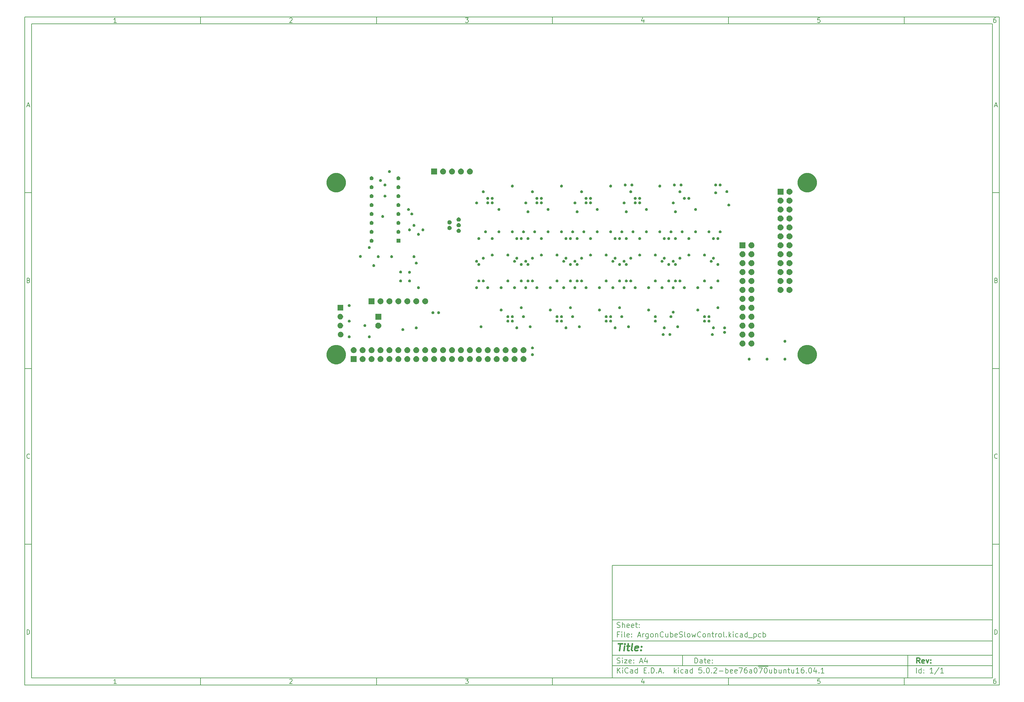
<source format=gbr>
G04 #@! TF.GenerationSoftware,KiCad,Pcbnew,5.0.2-bee76a0~70~ubuntu16.04.1*
G04 #@! TF.CreationDate,2020-09-03T14:52:49+02:00*
G04 #@! TF.ProjectId,ArgonCubeSlowControl,4172676f-6e43-4756-9265-536c6f77436f,rev?*
G04 #@! TF.SameCoordinates,Original*
G04 #@! TF.FileFunction,Soldermask,Bot*
G04 #@! TF.FilePolarity,Negative*
%FSLAX46Y46*%
G04 Gerber Fmt 4.6, Leading zero omitted, Abs format (unit mm)*
G04 Created by KiCad (PCBNEW 5.0.2-bee76a0~70~ubuntu16.04.1) date Thu 03 Sep 2020 02:52:49 PM CEST*
%MOMM*%
%LPD*%
G01*
G04 APERTURE LIST*
%ADD10C,0.100000*%
%ADD11C,0.150000*%
%ADD12C,0.300000*%
%ADD13C,0.400000*%
G04 APERTURE END LIST*
D10*
D11*
X177002200Y-166007200D02*
X177002200Y-198007200D01*
X285002200Y-198007200D01*
X285002200Y-166007200D01*
X177002200Y-166007200D01*
D10*
D11*
X10000000Y-10000000D02*
X10000000Y-200007200D01*
X287002200Y-200007200D01*
X287002200Y-10000000D01*
X10000000Y-10000000D01*
D10*
D11*
X12000000Y-12000000D02*
X12000000Y-198007200D01*
X285002200Y-198007200D01*
X285002200Y-12000000D01*
X12000000Y-12000000D01*
D10*
D11*
X60000000Y-12000000D02*
X60000000Y-10000000D01*
D10*
D11*
X110000000Y-12000000D02*
X110000000Y-10000000D01*
D10*
D11*
X160000000Y-12000000D02*
X160000000Y-10000000D01*
D10*
D11*
X210000000Y-12000000D02*
X210000000Y-10000000D01*
D10*
D11*
X260000000Y-12000000D02*
X260000000Y-10000000D01*
D10*
D11*
X36065476Y-11588095D02*
X35322619Y-11588095D01*
X35694047Y-11588095D02*
X35694047Y-10288095D01*
X35570238Y-10473809D01*
X35446428Y-10597619D01*
X35322619Y-10659523D01*
D10*
D11*
X85322619Y-10411904D02*
X85384523Y-10350000D01*
X85508333Y-10288095D01*
X85817857Y-10288095D01*
X85941666Y-10350000D01*
X86003571Y-10411904D01*
X86065476Y-10535714D01*
X86065476Y-10659523D01*
X86003571Y-10845238D01*
X85260714Y-11588095D01*
X86065476Y-11588095D01*
D10*
D11*
X135260714Y-10288095D02*
X136065476Y-10288095D01*
X135632142Y-10783333D01*
X135817857Y-10783333D01*
X135941666Y-10845238D01*
X136003571Y-10907142D01*
X136065476Y-11030952D01*
X136065476Y-11340476D01*
X136003571Y-11464285D01*
X135941666Y-11526190D01*
X135817857Y-11588095D01*
X135446428Y-11588095D01*
X135322619Y-11526190D01*
X135260714Y-11464285D01*
D10*
D11*
X185941666Y-10721428D02*
X185941666Y-11588095D01*
X185632142Y-10226190D02*
X185322619Y-11154761D01*
X186127380Y-11154761D01*
D10*
D11*
X236003571Y-10288095D02*
X235384523Y-10288095D01*
X235322619Y-10907142D01*
X235384523Y-10845238D01*
X235508333Y-10783333D01*
X235817857Y-10783333D01*
X235941666Y-10845238D01*
X236003571Y-10907142D01*
X236065476Y-11030952D01*
X236065476Y-11340476D01*
X236003571Y-11464285D01*
X235941666Y-11526190D01*
X235817857Y-11588095D01*
X235508333Y-11588095D01*
X235384523Y-11526190D01*
X235322619Y-11464285D01*
D10*
D11*
X285941666Y-10288095D02*
X285694047Y-10288095D01*
X285570238Y-10350000D01*
X285508333Y-10411904D01*
X285384523Y-10597619D01*
X285322619Y-10845238D01*
X285322619Y-11340476D01*
X285384523Y-11464285D01*
X285446428Y-11526190D01*
X285570238Y-11588095D01*
X285817857Y-11588095D01*
X285941666Y-11526190D01*
X286003571Y-11464285D01*
X286065476Y-11340476D01*
X286065476Y-11030952D01*
X286003571Y-10907142D01*
X285941666Y-10845238D01*
X285817857Y-10783333D01*
X285570238Y-10783333D01*
X285446428Y-10845238D01*
X285384523Y-10907142D01*
X285322619Y-11030952D01*
D10*
D11*
X60000000Y-198007200D02*
X60000000Y-200007200D01*
D10*
D11*
X110000000Y-198007200D02*
X110000000Y-200007200D01*
D10*
D11*
X160000000Y-198007200D02*
X160000000Y-200007200D01*
D10*
D11*
X210000000Y-198007200D02*
X210000000Y-200007200D01*
D10*
D11*
X260000000Y-198007200D02*
X260000000Y-200007200D01*
D10*
D11*
X36065476Y-199595295D02*
X35322619Y-199595295D01*
X35694047Y-199595295D02*
X35694047Y-198295295D01*
X35570238Y-198481009D01*
X35446428Y-198604819D01*
X35322619Y-198666723D01*
D10*
D11*
X85322619Y-198419104D02*
X85384523Y-198357200D01*
X85508333Y-198295295D01*
X85817857Y-198295295D01*
X85941666Y-198357200D01*
X86003571Y-198419104D01*
X86065476Y-198542914D01*
X86065476Y-198666723D01*
X86003571Y-198852438D01*
X85260714Y-199595295D01*
X86065476Y-199595295D01*
D10*
D11*
X135260714Y-198295295D02*
X136065476Y-198295295D01*
X135632142Y-198790533D01*
X135817857Y-198790533D01*
X135941666Y-198852438D01*
X136003571Y-198914342D01*
X136065476Y-199038152D01*
X136065476Y-199347676D01*
X136003571Y-199471485D01*
X135941666Y-199533390D01*
X135817857Y-199595295D01*
X135446428Y-199595295D01*
X135322619Y-199533390D01*
X135260714Y-199471485D01*
D10*
D11*
X185941666Y-198728628D02*
X185941666Y-199595295D01*
X185632142Y-198233390D02*
X185322619Y-199161961D01*
X186127380Y-199161961D01*
D10*
D11*
X236003571Y-198295295D02*
X235384523Y-198295295D01*
X235322619Y-198914342D01*
X235384523Y-198852438D01*
X235508333Y-198790533D01*
X235817857Y-198790533D01*
X235941666Y-198852438D01*
X236003571Y-198914342D01*
X236065476Y-199038152D01*
X236065476Y-199347676D01*
X236003571Y-199471485D01*
X235941666Y-199533390D01*
X235817857Y-199595295D01*
X235508333Y-199595295D01*
X235384523Y-199533390D01*
X235322619Y-199471485D01*
D10*
D11*
X285941666Y-198295295D02*
X285694047Y-198295295D01*
X285570238Y-198357200D01*
X285508333Y-198419104D01*
X285384523Y-198604819D01*
X285322619Y-198852438D01*
X285322619Y-199347676D01*
X285384523Y-199471485D01*
X285446428Y-199533390D01*
X285570238Y-199595295D01*
X285817857Y-199595295D01*
X285941666Y-199533390D01*
X286003571Y-199471485D01*
X286065476Y-199347676D01*
X286065476Y-199038152D01*
X286003571Y-198914342D01*
X285941666Y-198852438D01*
X285817857Y-198790533D01*
X285570238Y-198790533D01*
X285446428Y-198852438D01*
X285384523Y-198914342D01*
X285322619Y-199038152D01*
D10*
D11*
X10000000Y-60000000D02*
X12000000Y-60000000D01*
D10*
D11*
X10000000Y-110000000D02*
X12000000Y-110000000D01*
D10*
D11*
X10000000Y-160000000D02*
X12000000Y-160000000D01*
D10*
D11*
X10690476Y-35216666D02*
X11309523Y-35216666D01*
X10566666Y-35588095D02*
X11000000Y-34288095D01*
X11433333Y-35588095D01*
D10*
D11*
X11092857Y-84907142D02*
X11278571Y-84969047D01*
X11340476Y-85030952D01*
X11402380Y-85154761D01*
X11402380Y-85340476D01*
X11340476Y-85464285D01*
X11278571Y-85526190D01*
X11154761Y-85588095D01*
X10659523Y-85588095D01*
X10659523Y-84288095D01*
X11092857Y-84288095D01*
X11216666Y-84350000D01*
X11278571Y-84411904D01*
X11340476Y-84535714D01*
X11340476Y-84659523D01*
X11278571Y-84783333D01*
X11216666Y-84845238D01*
X11092857Y-84907142D01*
X10659523Y-84907142D01*
D10*
D11*
X11402380Y-135464285D02*
X11340476Y-135526190D01*
X11154761Y-135588095D01*
X11030952Y-135588095D01*
X10845238Y-135526190D01*
X10721428Y-135402380D01*
X10659523Y-135278571D01*
X10597619Y-135030952D01*
X10597619Y-134845238D01*
X10659523Y-134597619D01*
X10721428Y-134473809D01*
X10845238Y-134350000D01*
X11030952Y-134288095D01*
X11154761Y-134288095D01*
X11340476Y-134350000D01*
X11402380Y-134411904D01*
D10*
D11*
X10659523Y-185588095D02*
X10659523Y-184288095D01*
X10969047Y-184288095D01*
X11154761Y-184350000D01*
X11278571Y-184473809D01*
X11340476Y-184597619D01*
X11402380Y-184845238D01*
X11402380Y-185030952D01*
X11340476Y-185278571D01*
X11278571Y-185402380D01*
X11154761Y-185526190D01*
X10969047Y-185588095D01*
X10659523Y-185588095D01*
D10*
D11*
X287002200Y-60000000D02*
X285002200Y-60000000D01*
D10*
D11*
X287002200Y-110000000D02*
X285002200Y-110000000D01*
D10*
D11*
X287002200Y-160000000D02*
X285002200Y-160000000D01*
D10*
D11*
X285692676Y-35216666D02*
X286311723Y-35216666D01*
X285568866Y-35588095D02*
X286002200Y-34288095D01*
X286435533Y-35588095D01*
D10*
D11*
X286095057Y-84907142D02*
X286280771Y-84969047D01*
X286342676Y-85030952D01*
X286404580Y-85154761D01*
X286404580Y-85340476D01*
X286342676Y-85464285D01*
X286280771Y-85526190D01*
X286156961Y-85588095D01*
X285661723Y-85588095D01*
X285661723Y-84288095D01*
X286095057Y-84288095D01*
X286218866Y-84350000D01*
X286280771Y-84411904D01*
X286342676Y-84535714D01*
X286342676Y-84659523D01*
X286280771Y-84783333D01*
X286218866Y-84845238D01*
X286095057Y-84907142D01*
X285661723Y-84907142D01*
D10*
D11*
X286404580Y-135464285D02*
X286342676Y-135526190D01*
X286156961Y-135588095D01*
X286033152Y-135588095D01*
X285847438Y-135526190D01*
X285723628Y-135402380D01*
X285661723Y-135278571D01*
X285599819Y-135030952D01*
X285599819Y-134845238D01*
X285661723Y-134597619D01*
X285723628Y-134473809D01*
X285847438Y-134350000D01*
X286033152Y-134288095D01*
X286156961Y-134288095D01*
X286342676Y-134350000D01*
X286404580Y-134411904D01*
D10*
D11*
X285661723Y-185588095D02*
X285661723Y-184288095D01*
X285971247Y-184288095D01*
X286156961Y-184350000D01*
X286280771Y-184473809D01*
X286342676Y-184597619D01*
X286404580Y-184845238D01*
X286404580Y-185030952D01*
X286342676Y-185278571D01*
X286280771Y-185402380D01*
X286156961Y-185526190D01*
X285971247Y-185588095D01*
X285661723Y-185588095D01*
D10*
D11*
X200434342Y-193785771D02*
X200434342Y-192285771D01*
X200791485Y-192285771D01*
X201005771Y-192357200D01*
X201148628Y-192500057D01*
X201220057Y-192642914D01*
X201291485Y-192928628D01*
X201291485Y-193142914D01*
X201220057Y-193428628D01*
X201148628Y-193571485D01*
X201005771Y-193714342D01*
X200791485Y-193785771D01*
X200434342Y-193785771D01*
X202577200Y-193785771D02*
X202577200Y-193000057D01*
X202505771Y-192857200D01*
X202362914Y-192785771D01*
X202077200Y-192785771D01*
X201934342Y-192857200D01*
X202577200Y-193714342D02*
X202434342Y-193785771D01*
X202077200Y-193785771D01*
X201934342Y-193714342D01*
X201862914Y-193571485D01*
X201862914Y-193428628D01*
X201934342Y-193285771D01*
X202077200Y-193214342D01*
X202434342Y-193214342D01*
X202577200Y-193142914D01*
X203077200Y-192785771D02*
X203648628Y-192785771D01*
X203291485Y-192285771D02*
X203291485Y-193571485D01*
X203362914Y-193714342D01*
X203505771Y-193785771D01*
X203648628Y-193785771D01*
X204720057Y-193714342D02*
X204577200Y-193785771D01*
X204291485Y-193785771D01*
X204148628Y-193714342D01*
X204077200Y-193571485D01*
X204077200Y-193000057D01*
X204148628Y-192857200D01*
X204291485Y-192785771D01*
X204577200Y-192785771D01*
X204720057Y-192857200D01*
X204791485Y-193000057D01*
X204791485Y-193142914D01*
X204077200Y-193285771D01*
X205434342Y-193642914D02*
X205505771Y-193714342D01*
X205434342Y-193785771D01*
X205362914Y-193714342D01*
X205434342Y-193642914D01*
X205434342Y-193785771D01*
X205434342Y-192857200D02*
X205505771Y-192928628D01*
X205434342Y-193000057D01*
X205362914Y-192928628D01*
X205434342Y-192857200D01*
X205434342Y-193000057D01*
D10*
D11*
X177002200Y-194507200D02*
X285002200Y-194507200D01*
D10*
D11*
X178434342Y-196585771D02*
X178434342Y-195085771D01*
X179291485Y-196585771D02*
X178648628Y-195728628D01*
X179291485Y-195085771D02*
X178434342Y-195942914D01*
X179934342Y-196585771D02*
X179934342Y-195585771D01*
X179934342Y-195085771D02*
X179862914Y-195157200D01*
X179934342Y-195228628D01*
X180005771Y-195157200D01*
X179934342Y-195085771D01*
X179934342Y-195228628D01*
X181505771Y-196442914D02*
X181434342Y-196514342D01*
X181220057Y-196585771D01*
X181077200Y-196585771D01*
X180862914Y-196514342D01*
X180720057Y-196371485D01*
X180648628Y-196228628D01*
X180577200Y-195942914D01*
X180577200Y-195728628D01*
X180648628Y-195442914D01*
X180720057Y-195300057D01*
X180862914Y-195157200D01*
X181077200Y-195085771D01*
X181220057Y-195085771D01*
X181434342Y-195157200D01*
X181505771Y-195228628D01*
X182791485Y-196585771D02*
X182791485Y-195800057D01*
X182720057Y-195657200D01*
X182577200Y-195585771D01*
X182291485Y-195585771D01*
X182148628Y-195657200D01*
X182791485Y-196514342D02*
X182648628Y-196585771D01*
X182291485Y-196585771D01*
X182148628Y-196514342D01*
X182077200Y-196371485D01*
X182077200Y-196228628D01*
X182148628Y-196085771D01*
X182291485Y-196014342D01*
X182648628Y-196014342D01*
X182791485Y-195942914D01*
X184148628Y-196585771D02*
X184148628Y-195085771D01*
X184148628Y-196514342D02*
X184005771Y-196585771D01*
X183720057Y-196585771D01*
X183577200Y-196514342D01*
X183505771Y-196442914D01*
X183434342Y-196300057D01*
X183434342Y-195871485D01*
X183505771Y-195728628D01*
X183577200Y-195657200D01*
X183720057Y-195585771D01*
X184005771Y-195585771D01*
X184148628Y-195657200D01*
X186005771Y-195800057D02*
X186505771Y-195800057D01*
X186720057Y-196585771D02*
X186005771Y-196585771D01*
X186005771Y-195085771D01*
X186720057Y-195085771D01*
X187362914Y-196442914D02*
X187434342Y-196514342D01*
X187362914Y-196585771D01*
X187291485Y-196514342D01*
X187362914Y-196442914D01*
X187362914Y-196585771D01*
X188077200Y-196585771D02*
X188077200Y-195085771D01*
X188434342Y-195085771D01*
X188648628Y-195157200D01*
X188791485Y-195300057D01*
X188862914Y-195442914D01*
X188934342Y-195728628D01*
X188934342Y-195942914D01*
X188862914Y-196228628D01*
X188791485Y-196371485D01*
X188648628Y-196514342D01*
X188434342Y-196585771D01*
X188077200Y-196585771D01*
X189577200Y-196442914D02*
X189648628Y-196514342D01*
X189577200Y-196585771D01*
X189505771Y-196514342D01*
X189577200Y-196442914D01*
X189577200Y-196585771D01*
X190220057Y-196157200D02*
X190934342Y-196157200D01*
X190077200Y-196585771D02*
X190577200Y-195085771D01*
X191077200Y-196585771D01*
X191577200Y-196442914D02*
X191648628Y-196514342D01*
X191577200Y-196585771D01*
X191505771Y-196514342D01*
X191577200Y-196442914D01*
X191577200Y-196585771D01*
X194577200Y-196585771D02*
X194577200Y-195085771D01*
X194720057Y-196014342D02*
X195148628Y-196585771D01*
X195148628Y-195585771D02*
X194577200Y-196157200D01*
X195791485Y-196585771D02*
X195791485Y-195585771D01*
X195791485Y-195085771D02*
X195720057Y-195157200D01*
X195791485Y-195228628D01*
X195862914Y-195157200D01*
X195791485Y-195085771D01*
X195791485Y-195228628D01*
X197148628Y-196514342D02*
X197005771Y-196585771D01*
X196720057Y-196585771D01*
X196577200Y-196514342D01*
X196505771Y-196442914D01*
X196434342Y-196300057D01*
X196434342Y-195871485D01*
X196505771Y-195728628D01*
X196577200Y-195657200D01*
X196720057Y-195585771D01*
X197005771Y-195585771D01*
X197148628Y-195657200D01*
X198434342Y-196585771D02*
X198434342Y-195800057D01*
X198362914Y-195657200D01*
X198220057Y-195585771D01*
X197934342Y-195585771D01*
X197791485Y-195657200D01*
X198434342Y-196514342D02*
X198291485Y-196585771D01*
X197934342Y-196585771D01*
X197791485Y-196514342D01*
X197720057Y-196371485D01*
X197720057Y-196228628D01*
X197791485Y-196085771D01*
X197934342Y-196014342D01*
X198291485Y-196014342D01*
X198434342Y-195942914D01*
X199791485Y-196585771D02*
X199791485Y-195085771D01*
X199791485Y-196514342D02*
X199648628Y-196585771D01*
X199362914Y-196585771D01*
X199220057Y-196514342D01*
X199148628Y-196442914D01*
X199077200Y-196300057D01*
X199077200Y-195871485D01*
X199148628Y-195728628D01*
X199220057Y-195657200D01*
X199362914Y-195585771D01*
X199648628Y-195585771D01*
X199791485Y-195657200D01*
X202362914Y-195085771D02*
X201648628Y-195085771D01*
X201577200Y-195800057D01*
X201648628Y-195728628D01*
X201791485Y-195657200D01*
X202148628Y-195657200D01*
X202291485Y-195728628D01*
X202362914Y-195800057D01*
X202434342Y-195942914D01*
X202434342Y-196300057D01*
X202362914Y-196442914D01*
X202291485Y-196514342D01*
X202148628Y-196585771D01*
X201791485Y-196585771D01*
X201648628Y-196514342D01*
X201577200Y-196442914D01*
X203077200Y-196442914D02*
X203148628Y-196514342D01*
X203077200Y-196585771D01*
X203005771Y-196514342D01*
X203077200Y-196442914D01*
X203077200Y-196585771D01*
X204077200Y-195085771D02*
X204220057Y-195085771D01*
X204362914Y-195157200D01*
X204434342Y-195228628D01*
X204505771Y-195371485D01*
X204577200Y-195657200D01*
X204577200Y-196014342D01*
X204505771Y-196300057D01*
X204434342Y-196442914D01*
X204362914Y-196514342D01*
X204220057Y-196585771D01*
X204077200Y-196585771D01*
X203934342Y-196514342D01*
X203862914Y-196442914D01*
X203791485Y-196300057D01*
X203720057Y-196014342D01*
X203720057Y-195657200D01*
X203791485Y-195371485D01*
X203862914Y-195228628D01*
X203934342Y-195157200D01*
X204077200Y-195085771D01*
X205220057Y-196442914D02*
X205291485Y-196514342D01*
X205220057Y-196585771D01*
X205148628Y-196514342D01*
X205220057Y-196442914D01*
X205220057Y-196585771D01*
X205862914Y-195228628D02*
X205934342Y-195157200D01*
X206077200Y-195085771D01*
X206434342Y-195085771D01*
X206577200Y-195157200D01*
X206648628Y-195228628D01*
X206720057Y-195371485D01*
X206720057Y-195514342D01*
X206648628Y-195728628D01*
X205791485Y-196585771D01*
X206720057Y-196585771D01*
X207362914Y-196014342D02*
X208505771Y-196014342D01*
X209220057Y-196585771D02*
X209220057Y-195085771D01*
X209220057Y-195657200D02*
X209362914Y-195585771D01*
X209648628Y-195585771D01*
X209791485Y-195657200D01*
X209862914Y-195728628D01*
X209934342Y-195871485D01*
X209934342Y-196300057D01*
X209862914Y-196442914D01*
X209791485Y-196514342D01*
X209648628Y-196585771D01*
X209362914Y-196585771D01*
X209220057Y-196514342D01*
X211148628Y-196514342D02*
X211005771Y-196585771D01*
X210720057Y-196585771D01*
X210577200Y-196514342D01*
X210505771Y-196371485D01*
X210505771Y-195800057D01*
X210577200Y-195657200D01*
X210720057Y-195585771D01*
X211005771Y-195585771D01*
X211148628Y-195657200D01*
X211220057Y-195800057D01*
X211220057Y-195942914D01*
X210505771Y-196085771D01*
X212434342Y-196514342D02*
X212291485Y-196585771D01*
X212005771Y-196585771D01*
X211862914Y-196514342D01*
X211791485Y-196371485D01*
X211791485Y-195800057D01*
X211862914Y-195657200D01*
X212005771Y-195585771D01*
X212291485Y-195585771D01*
X212434342Y-195657200D01*
X212505771Y-195800057D01*
X212505771Y-195942914D01*
X211791485Y-196085771D01*
X213005771Y-195085771D02*
X214005771Y-195085771D01*
X213362914Y-196585771D01*
X215220057Y-195085771D02*
X214934342Y-195085771D01*
X214791485Y-195157200D01*
X214720057Y-195228628D01*
X214577200Y-195442914D01*
X214505771Y-195728628D01*
X214505771Y-196300057D01*
X214577200Y-196442914D01*
X214648628Y-196514342D01*
X214791485Y-196585771D01*
X215077200Y-196585771D01*
X215220057Y-196514342D01*
X215291485Y-196442914D01*
X215362914Y-196300057D01*
X215362914Y-195942914D01*
X215291485Y-195800057D01*
X215220057Y-195728628D01*
X215077200Y-195657200D01*
X214791485Y-195657200D01*
X214648628Y-195728628D01*
X214577200Y-195800057D01*
X214505771Y-195942914D01*
X216648628Y-196585771D02*
X216648628Y-195800057D01*
X216577200Y-195657200D01*
X216434342Y-195585771D01*
X216148628Y-195585771D01*
X216005771Y-195657200D01*
X216648628Y-196514342D02*
X216505771Y-196585771D01*
X216148628Y-196585771D01*
X216005771Y-196514342D01*
X215934342Y-196371485D01*
X215934342Y-196228628D01*
X216005771Y-196085771D01*
X216148628Y-196014342D01*
X216505771Y-196014342D01*
X216648628Y-195942914D01*
X217648628Y-195085771D02*
X217791485Y-195085771D01*
X217934342Y-195157200D01*
X218005771Y-195228628D01*
X218077200Y-195371485D01*
X218148628Y-195657200D01*
X218148628Y-196014342D01*
X218077200Y-196300057D01*
X218005771Y-196442914D01*
X217934342Y-196514342D01*
X217791485Y-196585771D01*
X217648628Y-196585771D01*
X217505771Y-196514342D01*
X217434342Y-196442914D01*
X217362914Y-196300057D01*
X217291485Y-196014342D01*
X217291485Y-195657200D01*
X217362914Y-195371485D01*
X217434342Y-195228628D01*
X217505771Y-195157200D01*
X217648628Y-195085771D01*
X218434342Y-194677200D02*
X219862914Y-194677200D01*
X218648628Y-195085771D02*
X219648628Y-195085771D01*
X219005771Y-196585771D01*
X219862914Y-194677200D02*
X221291485Y-194677200D01*
X220505771Y-195085771D02*
X220648628Y-195085771D01*
X220791485Y-195157200D01*
X220862914Y-195228628D01*
X220934342Y-195371485D01*
X221005771Y-195657200D01*
X221005771Y-196014342D01*
X220934342Y-196300057D01*
X220862914Y-196442914D01*
X220791485Y-196514342D01*
X220648628Y-196585771D01*
X220505771Y-196585771D01*
X220362914Y-196514342D01*
X220291485Y-196442914D01*
X220220057Y-196300057D01*
X220148628Y-196014342D01*
X220148628Y-195657200D01*
X220220057Y-195371485D01*
X220291485Y-195228628D01*
X220362914Y-195157200D01*
X220505771Y-195085771D01*
X222291485Y-195585771D02*
X222291485Y-196585771D01*
X221648628Y-195585771D02*
X221648628Y-196371485D01*
X221720057Y-196514342D01*
X221862914Y-196585771D01*
X222077200Y-196585771D01*
X222220057Y-196514342D01*
X222291485Y-196442914D01*
X223005771Y-196585771D02*
X223005771Y-195085771D01*
X223005771Y-195657200D02*
X223148628Y-195585771D01*
X223434342Y-195585771D01*
X223577200Y-195657200D01*
X223648628Y-195728628D01*
X223720057Y-195871485D01*
X223720057Y-196300057D01*
X223648628Y-196442914D01*
X223577200Y-196514342D01*
X223434342Y-196585771D01*
X223148628Y-196585771D01*
X223005771Y-196514342D01*
X225005771Y-195585771D02*
X225005771Y-196585771D01*
X224362914Y-195585771D02*
X224362914Y-196371485D01*
X224434342Y-196514342D01*
X224577200Y-196585771D01*
X224791485Y-196585771D01*
X224934342Y-196514342D01*
X225005771Y-196442914D01*
X225720057Y-195585771D02*
X225720057Y-196585771D01*
X225720057Y-195728628D02*
X225791485Y-195657200D01*
X225934342Y-195585771D01*
X226148628Y-195585771D01*
X226291485Y-195657200D01*
X226362914Y-195800057D01*
X226362914Y-196585771D01*
X226862914Y-195585771D02*
X227434342Y-195585771D01*
X227077200Y-195085771D02*
X227077200Y-196371485D01*
X227148628Y-196514342D01*
X227291485Y-196585771D01*
X227434342Y-196585771D01*
X228577200Y-195585771D02*
X228577200Y-196585771D01*
X227934342Y-195585771D02*
X227934342Y-196371485D01*
X228005771Y-196514342D01*
X228148628Y-196585771D01*
X228362914Y-196585771D01*
X228505771Y-196514342D01*
X228577200Y-196442914D01*
X230077200Y-196585771D02*
X229220057Y-196585771D01*
X229648628Y-196585771D02*
X229648628Y-195085771D01*
X229505771Y-195300057D01*
X229362914Y-195442914D01*
X229220057Y-195514342D01*
X231362914Y-195085771D02*
X231077200Y-195085771D01*
X230934342Y-195157200D01*
X230862914Y-195228628D01*
X230720057Y-195442914D01*
X230648628Y-195728628D01*
X230648628Y-196300057D01*
X230720057Y-196442914D01*
X230791485Y-196514342D01*
X230934342Y-196585771D01*
X231220057Y-196585771D01*
X231362914Y-196514342D01*
X231434342Y-196442914D01*
X231505771Y-196300057D01*
X231505771Y-195942914D01*
X231434342Y-195800057D01*
X231362914Y-195728628D01*
X231220057Y-195657200D01*
X230934342Y-195657200D01*
X230791485Y-195728628D01*
X230720057Y-195800057D01*
X230648628Y-195942914D01*
X232148628Y-196442914D02*
X232220057Y-196514342D01*
X232148628Y-196585771D01*
X232077200Y-196514342D01*
X232148628Y-196442914D01*
X232148628Y-196585771D01*
X233148628Y-195085771D02*
X233291485Y-195085771D01*
X233434342Y-195157200D01*
X233505771Y-195228628D01*
X233577200Y-195371485D01*
X233648628Y-195657200D01*
X233648628Y-196014342D01*
X233577200Y-196300057D01*
X233505771Y-196442914D01*
X233434342Y-196514342D01*
X233291485Y-196585771D01*
X233148628Y-196585771D01*
X233005771Y-196514342D01*
X232934342Y-196442914D01*
X232862914Y-196300057D01*
X232791485Y-196014342D01*
X232791485Y-195657200D01*
X232862914Y-195371485D01*
X232934342Y-195228628D01*
X233005771Y-195157200D01*
X233148628Y-195085771D01*
X234934342Y-195585771D02*
X234934342Y-196585771D01*
X234577200Y-195014342D02*
X234220057Y-196085771D01*
X235148628Y-196085771D01*
X235720057Y-196442914D02*
X235791485Y-196514342D01*
X235720057Y-196585771D01*
X235648628Y-196514342D01*
X235720057Y-196442914D01*
X235720057Y-196585771D01*
X237220057Y-196585771D02*
X236362914Y-196585771D01*
X236791485Y-196585771D02*
X236791485Y-195085771D01*
X236648628Y-195300057D01*
X236505771Y-195442914D01*
X236362914Y-195514342D01*
D10*
D11*
X177002200Y-191507200D02*
X285002200Y-191507200D01*
D10*
D12*
X264411485Y-193785771D02*
X263911485Y-193071485D01*
X263554342Y-193785771D02*
X263554342Y-192285771D01*
X264125771Y-192285771D01*
X264268628Y-192357200D01*
X264340057Y-192428628D01*
X264411485Y-192571485D01*
X264411485Y-192785771D01*
X264340057Y-192928628D01*
X264268628Y-193000057D01*
X264125771Y-193071485D01*
X263554342Y-193071485D01*
X265625771Y-193714342D02*
X265482914Y-193785771D01*
X265197200Y-193785771D01*
X265054342Y-193714342D01*
X264982914Y-193571485D01*
X264982914Y-193000057D01*
X265054342Y-192857200D01*
X265197200Y-192785771D01*
X265482914Y-192785771D01*
X265625771Y-192857200D01*
X265697200Y-193000057D01*
X265697200Y-193142914D01*
X264982914Y-193285771D01*
X266197200Y-192785771D02*
X266554342Y-193785771D01*
X266911485Y-192785771D01*
X267482914Y-193642914D02*
X267554342Y-193714342D01*
X267482914Y-193785771D01*
X267411485Y-193714342D01*
X267482914Y-193642914D01*
X267482914Y-193785771D01*
X267482914Y-192857200D02*
X267554342Y-192928628D01*
X267482914Y-193000057D01*
X267411485Y-192928628D01*
X267482914Y-192857200D01*
X267482914Y-193000057D01*
D10*
D11*
X178362914Y-193714342D02*
X178577200Y-193785771D01*
X178934342Y-193785771D01*
X179077200Y-193714342D01*
X179148628Y-193642914D01*
X179220057Y-193500057D01*
X179220057Y-193357200D01*
X179148628Y-193214342D01*
X179077200Y-193142914D01*
X178934342Y-193071485D01*
X178648628Y-193000057D01*
X178505771Y-192928628D01*
X178434342Y-192857200D01*
X178362914Y-192714342D01*
X178362914Y-192571485D01*
X178434342Y-192428628D01*
X178505771Y-192357200D01*
X178648628Y-192285771D01*
X179005771Y-192285771D01*
X179220057Y-192357200D01*
X179862914Y-193785771D02*
X179862914Y-192785771D01*
X179862914Y-192285771D02*
X179791485Y-192357200D01*
X179862914Y-192428628D01*
X179934342Y-192357200D01*
X179862914Y-192285771D01*
X179862914Y-192428628D01*
X180434342Y-192785771D02*
X181220057Y-192785771D01*
X180434342Y-193785771D01*
X181220057Y-193785771D01*
X182362914Y-193714342D02*
X182220057Y-193785771D01*
X181934342Y-193785771D01*
X181791485Y-193714342D01*
X181720057Y-193571485D01*
X181720057Y-193000057D01*
X181791485Y-192857200D01*
X181934342Y-192785771D01*
X182220057Y-192785771D01*
X182362914Y-192857200D01*
X182434342Y-193000057D01*
X182434342Y-193142914D01*
X181720057Y-193285771D01*
X183077200Y-193642914D02*
X183148628Y-193714342D01*
X183077200Y-193785771D01*
X183005771Y-193714342D01*
X183077200Y-193642914D01*
X183077200Y-193785771D01*
X183077200Y-192857200D02*
X183148628Y-192928628D01*
X183077200Y-193000057D01*
X183005771Y-192928628D01*
X183077200Y-192857200D01*
X183077200Y-193000057D01*
X184862914Y-193357200D02*
X185577200Y-193357200D01*
X184720057Y-193785771D02*
X185220057Y-192285771D01*
X185720057Y-193785771D01*
X186862914Y-192785771D02*
X186862914Y-193785771D01*
X186505771Y-192214342D02*
X186148628Y-193285771D01*
X187077200Y-193285771D01*
D10*
D11*
X263434342Y-196585771D02*
X263434342Y-195085771D01*
X264791485Y-196585771D02*
X264791485Y-195085771D01*
X264791485Y-196514342D02*
X264648628Y-196585771D01*
X264362914Y-196585771D01*
X264220057Y-196514342D01*
X264148628Y-196442914D01*
X264077200Y-196300057D01*
X264077200Y-195871485D01*
X264148628Y-195728628D01*
X264220057Y-195657200D01*
X264362914Y-195585771D01*
X264648628Y-195585771D01*
X264791485Y-195657200D01*
X265505771Y-196442914D02*
X265577200Y-196514342D01*
X265505771Y-196585771D01*
X265434342Y-196514342D01*
X265505771Y-196442914D01*
X265505771Y-196585771D01*
X265505771Y-195657200D02*
X265577200Y-195728628D01*
X265505771Y-195800057D01*
X265434342Y-195728628D01*
X265505771Y-195657200D01*
X265505771Y-195800057D01*
X268148628Y-196585771D02*
X267291485Y-196585771D01*
X267720057Y-196585771D02*
X267720057Y-195085771D01*
X267577200Y-195300057D01*
X267434342Y-195442914D01*
X267291485Y-195514342D01*
X269862914Y-195014342D02*
X268577200Y-196942914D01*
X271148628Y-196585771D02*
X270291485Y-196585771D01*
X270720057Y-196585771D02*
X270720057Y-195085771D01*
X270577200Y-195300057D01*
X270434342Y-195442914D01*
X270291485Y-195514342D01*
D10*
D11*
X177002200Y-187507200D02*
X285002200Y-187507200D01*
D10*
D13*
X178714580Y-188211961D02*
X179857438Y-188211961D01*
X179036009Y-190211961D02*
X179286009Y-188211961D01*
X180274104Y-190211961D02*
X180440771Y-188878628D01*
X180524104Y-188211961D02*
X180416961Y-188307200D01*
X180500295Y-188402438D01*
X180607438Y-188307200D01*
X180524104Y-188211961D01*
X180500295Y-188402438D01*
X181107438Y-188878628D02*
X181869342Y-188878628D01*
X181476485Y-188211961D02*
X181262200Y-189926247D01*
X181333628Y-190116723D01*
X181512200Y-190211961D01*
X181702676Y-190211961D01*
X182655057Y-190211961D02*
X182476485Y-190116723D01*
X182405057Y-189926247D01*
X182619342Y-188211961D01*
X184190771Y-190116723D02*
X183988390Y-190211961D01*
X183607438Y-190211961D01*
X183428866Y-190116723D01*
X183357438Y-189926247D01*
X183452676Y-189164342D01*
X183571723Y-188973866D01*
X183774104Y-188878628D01*
X184155057Y-188878628D01*
X184333628Y-188973866D01*
X184405057Y-189164342D01*
X184381247Y-189354819D01*
X183405057Y-189545295D01*
X185155057Y-190021485D02*
X185238390Y-190116723D01*
X185131247Y-190211961D01*
X185047914Y-190116723D01*
X185155057Y-190021485D01*
X185131247Y-190211961D01*
X185286009Y-188973866D02*
X185369342Y-189069104D01*
X185262200Y-189164342D01*
X185178866Y-189069104D01*
X185286009Y-188973866D01*
X185262200Y-189164342D01*
D10*
D11*
X178934342Y-185600057D02*
X178434342Y-185600057D01*
X178434342Y-186385771D02*
X178434342Y-184885771D01*
X179148628Y-184885771D01*
X179720057Y-186385771D02*
X179720057Y-185385771D01*
X179720057Y-184885771D02*
X179648628Y-184957200D01*
X179720057Y-185028628D01*
X179791485Y-184957200D01*
X179720057Y-184885771D01*
X179720057Y-185028628D01*
X180648628Y-186385771D02*
X180505771Y-186314342D01*
X180434342Y-186171485D01*
X180434342Y-184885771D01*
X181791485Y-186314342D02*
X181648628Y-186385771D01*
X181362914Y-186385771D01*
X181220057Y-186314342D01*
X181148628Y-186171485D01*
X181148628Y-185600057D01*
X181220057Y-185457200D01*
X181362914Y-185385771D01*
X181648628Y-185385771D01*
X181791485Y-185457200D01*
X181862914Y-185600057D01*
X181862914Y-185742914D01*
X181148628Y-185885771D01*
X182505771Y-186242914D02*
X182577200Y-186314342D01*
X182505771Y-186385771D01*
X182434342Y-186314342D01*
X182505771Y-186242914D01*
X182505771Y-186385771D01*
X182505771Y-185457200D02*
X182577200Y-185528628D01*
X182505771Y-185600057D01*
X182434342Y-185528628D01*
X182505771Y-185457200D01*
X182505771Y-185600057D01*
X184291485Y-185957200D02*
X185005771Y-185957200D01*
X184148628Y-186385771D02*
X184648628Y-184885771D01*
X185148628Y-186385771D01*
X185648628Y-186385771D02*
X185648628Y-185385771D01*
X185648628Y-185671485D02*
X185720057Y-185528628D01*
X185791485Y-185457200D01*
X185934342Y-185385771D01*
X186077200Y-185385771D01*
X187220057Y-185385771D02*
X187220057Y-186600057D01*
X187148628Y-186742914D01*
X187077200Y-186814342D01*
X186934342Y-186885771D01*
X186720057Y-186885771D01*
X186577200Y-186814342D01*
X187220057Y-186314342D02*
X187077200Y-186385771D01*
X186791485Y-186385771D01*
X186648628Y-186314342D01*
X186577200Y-186242914D01*
X186505771Y-186100057D01*
X186505771Y-185671485D01*
X186577200Y-185528628D01*
X186648628Y-185457200D01*
X186791485Y-185385771D01*
X187077200Y-185385771D01*
X187220057Y-185457200D01*
X188148628Y-186385771D02*
X188005771Y-186314342D01*
X187934342Y-186242914D01*
X187862914Y-186100057D01*
X187862914Y-185671485D01*
X187934342Y-185528628D01*
X188005771Y-185457200D01*
X188148628Y-185385771D01*
X188362914Y-185385771D01*
X188505771Y-185457200D01*
X188577200Y-185528628D01*
X188648628Y-185671485D01*
X188648628Y-186100057D01*
X188577200Y-186242914D01*
X188505771Y-186314342D01*
X188362914Y-186385771D01*
X188148628Y-186385771D01*
X189291485Y-185385771D02*
X189291485Y-186385771D01*
X189291485Y-185528628D02*
X189362914Y-185457200D01*
X189505771Y-185385771D01*
X189720057Y-185385771D01*
X189862914Y-185457200D01*
X189934342Y-185600057D01*
X189934342Y-186385771D01*
X191505771Y-186242914D02*
X191434342Y-186314342D01*
X191220057Y-186385771D01*
X191077200Y-186385771D01*
X190862914Y-186314342D01*
X190720057Y-186171485D01*
X190648628Y-186028628D01*
X190577200Y-185742914D01*
X190577200Y-185528628D01*
X190648628Y-185242914D01*
X190720057Y-185100057D01*
X190862914Y-184957200D01*
X191077200Y-184885771D01*
X191220057Y-184885771D01*
X191434342Y-184957200D01*
X191505771Y-185028628D01*
X192791485Y-185385771D02*
X192791485Y-186385771D01*
X192148628Y-185385771D02*
X192148628Y-186171485D01*
X192220057Y-186314342D01*
X192362914Y-186385771D01*
X192577200Y-186385771D01*
X192720057Y-186314342D01*
X192791485Y-186242914D01*
X193505771Y-186385771D02*
X193505771Y-184885771D01*
X193505771Y-185457200D02*
X193648628Y-185385771D01*
X193934342Y-185385771D01*
X194077200Y-185457200D01*
X194148628Y-185528628D01*
X194220057Y-185671485D01*
X194220057Y-186100057D01*
X194148628Y-186242914D01*
X194077200Y-186314342D01*
X193934342Y-186385771D01*
X193648628Y-186385771D01*
X193505771Y-186314342D01*
X195434342Y-186314342D02*
X195291485Y-186385771D01*
X195005771Y-186385771D01*
X194862914Y-186314342D01*
X194791485Y-186171485D01*
X194791485Y-185600057D01*
X194862914Y-185457200D01*
X195005771Y-185385771D01*
X195291485Y-185385771D01*
X195434342Y-185457200D01*
X195505771Y-185600057D01*
X195505771Y-185742914D01*
X194791485Y-185885771D01*
X196077200Y-186314342D02*
X196291485Y-186385771D01*
X196648628Y-186385771D01*
X196791485Y-186314342D01*
X196862914Y-186242914D01*
X196934342Y-186100057D01*
X196934342Y-185957200D01*
X196862914Y-185814342D01*
X196791485Y-185742914D01*
X196648628Y-185671485D01*
X196362914Y-185600057D01*
X196220057Y-185528628D01*
X196148628Y-185457200D01*
X196077200Y-185314342D01*
X196077200Y-185171485D01*
X196148628Y-185028628D01*
X196220057Y-184957200D01*
X196362914Y-184885771D01*
X196720057Y-184885771D01*
X196934342Y-184957200D01*
X197791485Y-186385771D02*
X197648628Y-186314342D01*
X197577200Y-186171485D01*
X197577200Y-184885771D01*
X198577200Y-186385771D02*
X198434342Y-186314342D01*
X198362914Y-186242914D01*
X198291485Y-186100057D01*
X198291485Y-185671485D01*
X198362914Y-185528628D01*
X198434342Y-185457200D01*
X198577200Y-185385771D01*
X198791485Y-185385771D01*
X198934342Y-185457200D01*
X199005771Y-185528628D01*
X199077200Y-185671485D01*
X199077200Y-186100057D01*
X199005771Y-186242914D01*
X198934342Y-186314342D01*
X198791485Y-186385771D01*
X198577200Y-186385771D01*
X199577200Y-185385771D02*
X199862914Y-186385771D01*
X200148628Y-185671485D01*
X200434342Y-186385771D01*
X200720057Y-185385771D01*
X202148628Y-186242914D02*
X202077200Y-186314342D01*
X201862914Y-186385771D01*
X201720057Y-186385771D01*
X201505771Y-186314342D01*
X201362914Y-186171485D01*
X201291485Y-186028628D01*
X201220057Y-185742914D01*
X201220057Y-185528628D01*
X201291485Y-185242914D01*
X201362914Y-185100057D01*
X201505771Y-184957200D01*
X201720057Y-184885771D01*
X201862914Y-184885771D01*
X202077200Y-184957200D01*
X202148628Y-185028628D01*
X203005771Y-186385771D02*
X202862914Y-186314342D01*
X202791485Y-186242914D01*
X202720057Y-186100057D01*
X202720057Y-185671485D01*
X202791485Y-185528628D01*
X202862914Y-185457200D01*
X203005771Y-185385771D01*
X203220057Y-185385771D01*
X203362914Y-185457200D01*
X203434342Y-185528628D01*
X203505771Y-185671485D01*
X203505771Y-186100057D01*
X203434342Y-186242914D01*
X203362914Y-186314342D01*
X203220057Y-186385771D01*
X203005771Y-186385771D01*
X204148628Y-185385771D02*
X204148628Y-186385771D01*
X204148628Y-185528628D02*
X204220057Y-185457200D01*
X204362914Y-185385771D01*
X204577200Y-185385771D01*
X204720057Y-185457200D01*
X204791485Y-185600057D01*
X204791485Y-186385771D01*
X205291485Y-185385771D02*
X205862914Y-185385771D01*
X205505771Y-184885771D02*
X205505771Y-186171485D01*
X205577200Y-186314342D01*
X205720057Y-186385771D01*
X205862914Y-186385771D01*
X206362914Y-186385771D02*
X206362914Y-185385771D01*
X206362914Y-185671485D02*
X206434342Y-185528628D01*
X206505771Y-185457200D01*
X206648628Y-185385771D01*
X206791485Y-185385771D01*
X207505771Y-186385771D02*
X207362914Y-186314342D01*
X207291485Y-186242914D01*
X207220057Y-186100057D01*
X207220057Y-185671485D01*
X207291485Y-185528628D01*
X207362914Y-185457200D01*
X207505771Y-185385771D01*
X207720057Y-185385771D01*
X207862914Y-185457200D01*
X207934342Y-185528628D01*
X208005771Y-185671485D01*
X208005771Y-186100057D01*
X207934342Y-186242914D01*
X207862914Y-186314342D01*
X207720057Y-186385771D01*
X207505771Y-186385771D01*
X208862914Y-186385771D02*
X208720057Y-186314342D01*
X208648628Y-186171485D01*
X208648628Y-184885771D01*
X209434342Y-186242914D02*
X209505771Y-186314342D01*
X209434342Y-186385771D01*
X209362914Y-186314342D01*
X209434342Y-186242914D01*
X209434342Y-186385771D01*
X210148628Y-186385771D02*
X210148628Y-184885771D01*
X210291485Y-185814342D02*
X210720057Y-186385771D01*
X210720057Y-185385771D02*
X210148628Y-185957200D01*
X211362914Y-186385771D02*
X211362914Y-185385771D01*
X211362914Y-184885771D02*
X211291485Y-184957200D01*
X211362914Y-185028628D01*
X211434342Y-184957200D01*
X211362914Y-184885771D01*
X211362914Y-185028628D01*
X212720057Y-186314342D02*
X212577200Y-186385771D01*
X212291485Y-186385771D01*
X212148628Y-186314342D01*
X212077200Y-186242914D01*
X212005771Y-186100057D01*
X212005771Y-185671485D01*
X212077200Y-185528628D01*
X212148628Y-185457200D01*
X212291485Y-185385771D01*
X212577200Y-185385771D01*
X212720057Y-185457200D01*
X214005771Y-186385771D02*
X214005771Y-185600057D01*
X213934342Y-185457200D01*
X213791485Y-185385771D01*
X213505771Y-185385771D01*
X213362914Y-185457200D01*
X214005771Y-186314342D02*
X213862914Y-186385771D01*
X213505771Y-186385771D01*
X213362914Y-186314342D01*
X213291485Y-186171485D01*
X213291485Y-186028628D01*
X213362914Y-185885771D01*
X213505771Y-185814342D01*
X213862914Y-185814342D01*
X214005771Y-185742914D01*
X215362914Y-186385771D02*
X215362914Y-184885771D01*
X215362914Y-186314342D02*
X215220057Y-186385771D01*
X214934342Y-186385771D01*
X214791485Y-186314342D01*
X214720057Y-186242914D01*
X214648628Y-186100057D01*
X214648628Y-185671485D01*
X214720057Y-185528628D01*
X214791485Y-185457200D01*
X214934342Y-185385771D01*
X215220057Y-185385771D01*
X215362914Y-185457200D01*
X215720057Y-186528628D02*
X216862914Y-186528628D01*
X217220057Y-185385771D02*
X217220057Y-186885771D01*
X217220057Y-185457200D02*
X217362914Y-185385771D01*
X217648628Y-185385771D01*
X217791485Y-185457200D01*
X217862914Y-185528628D01*
X217934342Y-185671485D01*
X217934342Y-186100057D01*
X217862914Y-186242914D01*
X217791485Y-186314342D01*
X217648628Y-186385771D01*
X217362914Y-186385771D01*
X217220057Y-186314342D01*
X219220057Y-186314342D02*
X219077200Y-186385771D01*
X218791485Y-186385771D01*
X218648628Y-186314342D01*
X218577200Y-186242914D01*
X218505771Y-186100057D01*
X218505771Y-185671485D01*
X218577200Y-185528628D01*
X218648628Y-185457200D01*
X218791485Y-185385771D01*
X219077200Y-185385771D01*
X219220057Y-185457200D01*
X219862914Y-186385771D02*
X219862914Y-184885771D01*
X219862914Y-185457200D02*
X220005771Y-185385771D01*
X220291485Y-185385771D01*
X220434342Y-185457200D01*
X220505771Y-185528628D01*
X220577200Y-185671485D01*
X220577200Y-186100057D01*
X220505771Y-186242914D01*
X220434342Y-186314342D01*
X220291485Y-186385771D01*
X220005771Y-186385771D01*
X219862914Y-186314342D01*
D10*
D11*
X177002200Y-181507200D02*
X285002200Y-181507200D01*
D10*
D11*
X178362914Y-183614342D02*
X178577200Y-183685771D01*
X178934342Y-183685771D01*
X179077200Y-183614342D01*
X179148628Y-183542914D01*
X179220057Y-183400057D01*
X179220057Y-183257200D01*
X179148628Y-183114342D01*
X179077200Y-183042914D01*
X178934342Y-182971485D01*
X178648628Y-182900057D01*
X178505771Y-182828628D01*
X178434342Y-182757200D01*
X178362914Y-182614342D01*
X178362914Y-182471485D01*
X178434342Y-182328628D01*
X178505771Y-182257200D01*
X178648628Y-182185771D01*
X179005771Y-182185771D01*
X179220057Y-182257200D01*
X179862914Y-183685771D02*
X179862914Y-182185771D01*
X180505771Y-183685771D02*
X180505771Y-182900057D01*
X180434342Y-182757200D01*
X180291485Y-182685771D01*
X180077200Y-182685771D01*
X179934342Y-182757200D01*
X179862914Y-182828628D01*
X181791485Y-183614342D02*
X181648628Y-183685771D01*
X181362914Y-183685771D01*
X181220057Y-183614342D01*
X181148628Y-183471485D01*
X181148628Y-182900057D01*
X181220057Y-182757200D01*
X181362914Y-182685771D01*
X181648628Y-182685771D01*
X181791485Y-182757200D01*
X181862914Y-182900057D01*
X181862914Y-183042914D01*
X181148628Y-183185771D01*
X183077200Y-183614342D02*
X182934342Y-183685771D01*
X182648628Y-183685771D01*
X182505771Y-183614342D01*
X182434342Y-183471485D01*
X182434342Y-182900057D01*
X182505771Y-182757200D01*
X182648628Y-182685771D01*
X182934342Y-182685771D01*
X183077200Y-182757200D01*
X183148628Y-182900057D01*
X183148628Y-183042914D01*
X182434342Y-183185771D01*
X183577200Y-182685771D02*
X184148628Y-182685771D01*
X183791485Y-182185771D02*
X183791485Y-183471485D01*
X183862914Y-183614342D01*
X184005771Y-183685771D01*
X184148628Y-183685771D01*
X184648628Y-183542914D02*
X184720057Y-183614342D01*
X184648628Y-183685771D01*
X184577200Y-183614342D01*
X184648628Y-183542914D01*
X184648628Y-183685771D01*
X184648628Y-182757200D02*
X184720057Y-182828628D01*
X184648628Y-182900057D01*
X184577200Y-182828628D01*
X184648628Y-182757200D01*
X184648628Y-182900057D01*
D10*
D11*
X197002200Y-191507200D02*
X197002200Y-194507200D01*
D10*
D11*
X261002200Y-191507200D02*
X261002200Y-198007200D01*
D10*
G36*
X233212145Y-103400681D02*
X233712612Y-103607981D01*
X234163026Y-103908938D01*
X234546062Y-104291974D01*
X234847019Y-104742388D01*
X235054319Y-105242855D01*
X235160000Y-105774147D01*
X235160000Y-106315853D01*
X235054319Y-106847145D01*
X234847019Y-107347612D01*
X234546062Y-107798026D01*
X234163026Y-108181062D01*
X233712612Y-108482019D01*
X233212145Y-108689319D01*
X232680853Y-108795000D01*
X232139147Y-108795000D01*
X231607855Y-108689319D01*
X231107388Y-108482019D01*
X230656974Y-108181062D01*
X230273938Y-107798026D01*
X229972981Y-107347612D01*
X229765681Y-106847145D01*
X229660000Y-106315853D01*
X229660000Y-105774147D01*
X229765681Y-105242855D01*
X229972981Y-104742388D01*
X230273938Y-104291974D01*
X230656974Y-103908938D01*
X231107388Y-103607981D01*
X231607855Y-103400681D01*
X232139147Y-103295000D01*
X232680853Y-103295000D01*
X233212145Y-103400681D01*
X233212145Y-103400681D01*
G37*
G36*
X99354145Y-103400681D02*
X99854612Y-103607981D01*
X100305026Y-103908938D01*
X100688062Y-104291974D01*
X100989019Y-104742388D01*
X101196319Y-105242855D01*
X101302000Y-105774147D01*
X101302000Y-106315853D01*
X101196319Y-106847145D01*
X100989019Y-107347612D01*
X100688062Y-107798026D01*
X100305026Y-108181062D01*
X99854612Y-108482019D01*
X99354145Y-108689319D01*
X98822853Y-108795000D01*
X98281147Y-108795000D01*
X97749855Y-108689319D01*
X97249388Y-108482019D01*
X96798974Y-108181062D01*
X96415938Y-107798026D01*
X96114981Y-107347612D01*
X95907681Y-106847145D01*
X95802000Y-106315853D01*
X95802000Y-105774147D01*
X95907681Y-105242855D01*
X96114981Y-104742388D01*
X96415938Y-104291974D01*
X96798974Y-103908938D01*
X97249388Y-103607981D01*
X97749855Y-103400681D01*
X98281147Y-103295000D01*
X98822853Y-103295000D01*
X99354145Y-103400681D01*
X99354145Y-103400681D01*
G37*
G36*
X126531630Y-106477299D02*
X126691855Y-106525903D01*
X126839520Y-106604831D01*
X126968949Y-106711051D01*
X127075169Y-106840480D01*
X127154097Y-106988145D01*
X127202701Y-107148370D01*
X127219112Y-107315000D01*
X127202701Y-107481630D01*
X127154097Y-107641855D01*
X127075169Y-107789520D01*
X126968949Y-107918949D01*
X126839520Y-108025169D01*
X126691855Y-108104097D01*
X126531630Y-108152701D01*
X126406752Y-108165000D01*
X126323248Y-108165000D01*
X126198370Y-108152701D01*
X126038145Y-108104097D01*
X125890480Y-108025169D01*
X125761051Y-107918949D01*
X125654831Y-107789520D01*
X125575903Y-107641855D01*
X125527299Y-107481630D01*
X125510888Y-107315000D01*
X125527299Y-107148370D01*
X125575903Y-106988145D01*
X125654831Y-106840480D01*
X125761051Y-106711051D01*
X125890480Y-106604831D01*
X126038145Y-106525903D01*
X126198370Y-106477299D01*
X126323248Y-106465000D01*
X126406752Y-106465000D01*
X126531630Y-106477299D01*
X126531630Y-106477299D01*
G37*
G36*
X121451630Y-106477299D02*
X121611855Y-106525903D01*
X121759520Y-106604831D01*
X121888949Y-106711051D01*
X121995169Y-106840480D01*
X122074097Y-106988145D01*
X122122701Y-107148370D01*
X122139112Y-107315000D01*
X122122701Y-107481630D01*
X122074097Y-107641855D01*
X121995169Y-107789520D01*
X121888949Y-107918949D01*
X121759520Y-108025169D01*
X121611855Y-108104097D01*
X121451630Y-108152701D01*
X121326752Y-108165000D01*
X121243248Y-108165000D01*
X121118370Y-108152701D01*
X120958145Y-108104097D01*
X120810480Y-108025169D01*
X120681051Y-107918949D01*
X120574831Y-107789520D01*
X120495903Y-107641855D01*
X120447299Y-107481630D01*
X120430888Y-107315000D01*
X120447299Y-107148370D01*
X120495903Y-106988145D01*
X120574831Y-106840480D01*
X120681051Y-106711051D01*
X120810480Y-106604831D01*
X120958145Y-106525903D01*
X121118370Y-106477299D01*
X121243248Y-106465000D01*
X121326752Y-106465000D01*
X121451630Y-106477299D01*
X121451630Y-106477299D01*
G37*
G36*
X144311630Y-106477299D02*
X144471855Y-106525903D01*
X144619520Y-106604831D01*
X144748949Y-106711051D01*
X144855169Y-106840480D01*
X144934097Y-106988145D01*
X144982701Y-107148370D01*
X144999112Y-107315000D01*
X144982701Y-107481630D01*
X144934097Y-107641855D01*
X144855169Y-107789520D01*
X144748949Y-107918949D01*
X144619520Y-108025169D01*
X144471855Y-108104097D01*
X144311630Y-108152701D01*
X144186752Y-108165000D01*
X144103248Y-108165000D01*
X143978370Y-108152701D01*
X143818145Y-108104097D01*
X143670480Y-108025169D01*
X143541051Y-107918949D01*
X143434831Y-107789520D01*
X143355903Y-107641855D01*
X143307299Y-107481630D01*
X143290888Y-107315000D01*
X143307299Y-107148370D01*
X143355903Y-106988145D01*
X143434831Y-106840480D01*
X143541051Y-106711051D01*
X143670480Y-106604831D01*
X143818145Y-106525903D01*
X143978370Y-106477299D01*
X144103248Y-106465000D01*
X144186752Y-106465000D01*
X144311630Y-106477299D01*
X144311630Y-106477299D01*
G37*
G36*
X141771630Y-106477299D02*
X141931855Y-106525903D01*
X142079520Y-106604831D01*
X142208949Y-106711051D01*
X142315169Y-106840480D01*
X142394097Y-106988145D01*
X142442701Y-107148370D01*
X142459112Y-107315000D01*
X142442701Y-107481630D01*
X142394097Y-107641855D01*
X142315169Y-107789520D01*
X142208949Y-107918949D01*
X142079520Y-108025169D01*
X141931855Y-108104097D01*
X141771630Y-108152701D01*
X141646752Y-108165000D01*
X141563248Y-108165000D01*
X141438370Y-108152701D01*
X141278145Y-108104097D01*
X141130480Y-108025169D01*
X141001051Y-107918949D01*
X140894831Y-107789520D01*
X140815903Y-107641855D01*
X140767299Y-107481630D01*
X140750888Y-107315000D01*
X140767299Y-107148370D01*
X140815903Y-106988145D01*
X140894831Y-106840480D01*
X141001051Y-106711051D01*
X141130480Y-106604831D01*
X141278145Y-106525903D01*
X141438370Y-106477299D01*
X141563248Y-106465000D01*
X141646752Y-106465000D01*
X141771630Y-106477299D01*
X141771630Y-106477299D01*
G37*
G36*
X139231630Y-106477299D02*
X139391855Y-106525903D01*
X139539520Y-106604831D01*
X139668949Y-106711051D01*
X139775169Y-106840480D01*
X139854097Y-106988145D01*
X139902701Y-107148370D01*
X139919112Y-107315000D01*
X139902701Y-107481630D01*
X139854097Y-107641855D01*
X139775169Y-107789520D01*
X139668949Y-107918949D01*
X139539520Y-108025169D01*
X139391855Y-108104097D01*
X139231630Y-108152701D01*
X139106752Y-108165000D01*
X139023248Y-108165000D01*
X138898370Y-108152701D01*
X138738145Y-108104097D01*
X138590480Y-108025169D01*
X138461051Y-107918949D01*
X138354831Y-107789520D01*
X138275903Y-107641855D01*
X138227299Y-107481630D01*
X138210888Y-107315000D01*
X138227299Y-107148370D01*
X138275903Y-106988145D01*
X138354831Y-106840480D01*
X138461051Y-106711051D01*
X138590480Y-106604831D01*
X138738145Y-106525903D01*
X138898370Y-106477299D01*
X139023248Y-106465000D01*
X139106752Y-106465000D01*
X139231630Y-106477299D01*
X139231630Y-106477299D01*
G37*
G36*
X136691630Y-106477299D02*
X136851855Y-106525903D01*
X136999520Y-106604831D01*
X137128949Y-106711051D01*
X137235169Y-106840480D01*
X137314097Y-106988145D01*
X137362701Y-107148370D01*
X137379112Y-107315000D01*
X137362701Y-107481630D01*
X137314097Y-107641855D01*
X137235169Y-107789520D01*
X137128949Y-107918949D01*
X136999520Y-108025169D01*
X136851855Y-108104097D01*
X136691630Y-108152701D01*
X136566752Y-108165000D01*
X136483248Y-108165000D01*
X136358370Y-108152701D01*
X136198145Y-108104097D01*
X136050480Y-108025169D01*
X135921051Y-107918949D01*
X135814831Y-107789520D01*
X135735903Y-107641855D01*
X135687299Y-107481630D01*
X135670888Y-107315000D01*
X135687299Y-107148370D01*
X135735903Y-106988145D01*
X135814831Y-106840480D01*
X135921051Y-106711051D01*
X136050480Y-106604831D01*
X136198145Y-106525903D01*
X136358370Y-106477299D01*
X136483248Y-106465000D01*
X136566752Y-106465000D01*
X136691630Y-106477299D01*
X136691630Y-106477299D01*
G37*
G36*
X134151630Y-106477299D02*
X134311855Y-106525903D01*
X134459520Y-106604831D01*
X134588949Y-106711051D01*
X134695169Y-106840480D01*
X134774097Y-106988145D01*
X134822701Y-107148370D01*
X134839112Y-107315000D01*
X134822701Y-107481630D01*
X134774097Y-107641855D01*
X134695169Y-107789520D01*
X134588949Y-107918949D01*
X134459520Y-108025169D01*
X134311855Y-108104097D01*
X134151630Y-108152701D01*
X134026752Y-108165000D01*
X133943248Y-108165000D01*
X133818370Y-108152701D01*
X133658145Y-108104097D01*
X133510480Y-108025169D01*
X133381051Y-107918949D01*
X133274831Y-107789520D01*
X133195903Y-107641855D01*
X133147299Y-107481630D01*
X133130888Y-107315000D01*
X133147299Y-107148370D01*
X133195903Y-106988145D01*
X133274831Y-106840480D01*
X133381051Y-106711051D01*
X133510480Y-106604831D01*
X133658145Y-106525903D01*
X133818370Y-106477299D01*
X133943248Y-106465000D01*
X134026752Y-106465000D01*
X134151630Y-106477299D01*
X134151630Y-106477299D01*
G37*
G36*
X131611630Y-106477299D02*
X131771855Y-106525903D01*
X131919520Y-106604831D01*
X132048949Y-106711051D01*
X132155169Y-106840480D01*
X132234097Y-106988145D01*
X132282701Y-107148370D01*
X132299112Y-107315000D01*
X132282701Y-107481630D01*
X132234097Y-107641855D01*
X132155169Y-107789520D01*
X132048949Y-107918949D01*
X131919520Y-108025169D01*
X131771855Y-108104097D01*
X131611630Y-108152701D01*
X131486752Y-108165000D01*
X131403248Y-108165000D01*
X131278370Y-108152701D01*
X131118145Y-108104097D01*
X130970480Y-108025169D01*
X130841051Y-107918949D01*
X130734831Y-107789520D01*
X130655903Y-107641855D01*
X130607299Y-107481630D01*
X130590888Y-107315000D01*
X130607299Y-107148370D01*
X130655903Y-106988145D01*
X130734831Y-106840480D01*
X130841051Y-106711051D01*
X130970480Y-106604831D01*
X131118145Y-106525903D01*
X131278370Y-106477299D01*
X131403248Y-106465000D01*
X131486752Y-106465000D01*
X131611630Y-106477299D01*
X131611630Y-106477299D01*
G37*
G36*
X129071630Y-106477299D02*
X129231855Y-106525903D01*
X129379520Y-106604831D01*
X129508949Y-106711051D01*
X129615169Y-106840480D01*
X129694097Y-106988145D01*
X129742701Y-107148370D01*
X129759112Y-107315000D01*
X129742701Y-107481630D01*
X129694097Y-107641855D01*
X129615169Y-107789520D01*
X129508949Y-107918949D01*
X129379520Y-108025169D01*
X129231855Y-108104097D01*
X129071630Y-108152701D01*
X128946752Y-108165000D01*
X128863248Y-108165000D01*
X128738370Y-108152701D01*
X128578145Y-108104097D01*
X128430480Y-108025169D01*
X128301051Y-107918949D01*
X128194831Y-107789520D01*
X128115903Y-107641855D01*
X128067299Y-107481630D01*
X128050888Y-107315000D01*
X128067299Y-107148370D01*
X128115903Y-106988145D01*
X128194831Y-106840480D01*
X128301051Y-106711051D01*
X128430480Y-106604831D01*
X128578145Y-106525903D01*
X128738370Y-106477299D01*
X128863248Y-106465000D01*
X128946752Y-106465000D01*
X129071630Y-106477299D01*
X129071630Y-106477299D01*
G37*
G36*
X123991630Y-106477299D02*
X124151855Y-106525903D01*
X124299520Y-106604831D01*
X124428949Y-106711051D01*
X124535169Y-106840480D01*
X124614097Y-106988145D01*
X124662701Y-107148370D01*
X124679112Y-107315000D01*
X124662701Y-107481630D01*
X124614097Y-107641855D01*
X124535169Y-107789520D01*
X124428949Y-107918949D01*
X124299520Y-108025169D01*
X124151855Y-108104097D01*
X123991630Y-108152701D01*
X123866752Y-108165000D01*
X123783248Y-108165000D01*
X123658370Y-108152701D01*
X123498145Y-108104097D01*
X123350480Y-108025169D01*
X123221051Y-107918949D01*
X123114831Y-107789520D01*
X123035903Y-107641855D01*
X122987299Y-107481630D01*
X122970888Y-107315000D01*
X122987299Y-107148370D01*
X123035903Y-106988145D01*
X123114831Y-106840480D01*
X123221051Y-106711051D01*
X123350480Y-106604831D01*
X123498145Y-106525903D01*
X123658370Y-106477299D01*
X123783248Y-106465000D01*
X123866752Y-106465000D01*
X123991630Y-106477299D01*
X123991630Y-106477299D01*
G37*
G36*
X151931630Y-106477299D02*
X152091855Y-106525903D01*
X152239520Y-106604831D01*
X152368949Y-106711051D01*
X152475169Y-106840480D01*
X152554097Y-106988145D01*
X152602701Y-107148370D01*
X152619112Y-107315000D01*
X152602701Y-107481630D01*
X152554097Y-107641855D01*
X152475169Y-107789520D01*
X152368949Y-107918949D01*
X152239520Y-108025169D01*
X152091855Y-108104097D01*
X151931630Y-108152701D01*
X151806752Y-108165000D01*
X151723248Y-108165000D01*
X151598370Y-108152701D01*
X151438145Y-108104097D01*
X151290480Y-108025169D01*
X151161051Y-107918949D01*
X151054831Y-107789520D01*
X150975903Y-107641855D01*
X150927299Y-107481630D01*
X150910888Y-107315000D01*
X150927299Y-107148370D01*
X150975903Y-106988145D01*
X151054831Y-106840480D01*
X151161051Y-106711051D01*
X151290480Y-106604831D01*
X151438145Y-106525903D01*
X151598370Y-106477299D01*
X151723248Y-106465000D01*
X151806752Y-106465000D01*
X151931630Y-106477299D01*
X151931630Y-106477299D01*
G37*
G36*
X118911630Y-106477299D02*
X119071855Y-106525903D01*
X119219520Y-106604831D01*
X119348949Y-106711051D01*
X119455169Y-106840480D01*
X119534097Y-106988145D01*
X119582701Y-107148370D01*
X119599112Y-107315000D01*
X119582701Y-107481630D01*
X119534097Y-107641855D01*
X119455169Y-107789520D01*
X119348949Y-107918949D01*
X119219520Y-108025169D01*
X119071855Y-108104097D01*
X118911630Y-108152701D01*
X118786752Y-108165000D01*
X118703248Y-108165000D01*
X118578370Y-108152701D01*
X118418145Y-108104097D01*
X118270480Y-108025169D01*
X118141051Y-107918949D01*
X118034831Y-107789520D01*
X117955903Y-107641855D01*
X117907299Y-107481630D01*
X117890888Y-107315000D01*
X117907299Y-107148370D01*
X117955903Y-106988145D01*
X118034831Y-106840480D01*
X118141051Y-106711051D01*
X118270480Y-106604831D01*
X118418145Y-106525903D01*
X118578370Y-106477299D01*
X118703248Y-106465000D01*
X118786752Y-106465000D01*
X118911630Y-106477299D01*
X118911630Y-106477299D01*
G37*
G36*
X116371630Y-106477299D02*
X116531855Y-106525903D01*
X116679520Y-106604831D01*
X116808949Y-106711051D01*
X116915169Y-106840480D01*
X116994097Y-106988145D01*
X117042701Y-107148370D01*
X117059112Y-107315000D01*
X117042701Y-107481630D01*
X116994097Y-107641855D01*
X116915169Y-107789520D01*
X116808949Y-107918949D01*
X116679520Y-108025169D01*
X116531855Y-108104097D01*
X116371630Y-108152701D01*
X116246752Y-108165000D01*
X116163248Y-108165000D01*
X116038370Y-108152701D01*
X115878145Y-108104097D01*
X115730480Y-108025169D01*
X115601051Y-107918949D01*
X115494831Y-107789520D01*
X115415903Y-107641855D01*
X115367299Y-107481630D01*
X115350888Y-107315000D01*
X115367299Y-107148370D01*
X115415903Y-106988145D01*
X115494831Y-106840480D01*
X115601051Y-106711051D01*
X115730480Y-106604831D01*
X115878145Y-106525903D01*
X116038370Y-106477299D01*
X116163248Y-106465000D01*
X116246752Y-106465000D01*
X116371630Y-106477299D01*
X116371630Y-106477299D01*
G37*
G36*
X113831630Y-106477299D02*
X113991855Y-106525903D01*
X114139520Y-106604831D01*
X114268949Y-106711051D01*
X114375169Y-106840480D01*
X114454097Y-106988145D01*
X114502701Y-107148370D01*
X114519112Y-107315000D01*
X114502701Y-107481630D01*
X114454097Y-107641855D01*
X114375169Y-107789520D01*
X114268949Y-107918949D01*
X114139520Y-108025169D01*
X113991855Y-108104097D01*
X113831630Y-108152701D01*
X113706752Y-108165000D01*
X113623248Y-108165000D01*
X113498370Y-108152701D01*
X113338145Y-108104097D01*
X113190480Y-108025169D01*
X113061051Y-107918949D01*
X112954831Y-107789520D01*
X112875903Y-107641855D01*
X112827299Y-107481630D01*
X112810888Y-107315000D01*
X112827299Y-107148370D01*
X112875903Y-106988145D01*
X112954831Y-106840480D01*
X113061051Y-106711051D01*
X113190480Y-106604831D01*
X113338145Y-106525903D01*
X113498370Y-106477299D01*
X113623248Y-106465000D01*
X113706752Y-106465000D01*
X113831630Y-106477299D01*
X113831630Y-106477299D01*
G37*
G36*
X111291630Y-106477299D02*
X111451855Y-106525903D01*
X111599520Y-106604831D01*
X111728949Y-106711051D01*
X111835169Y-106840480D01*
X111914097Y-106988145D01*
X111962701Y-107148370D01*
X111979112Y-107315000D01*
X111962701Y-107481630D01*
X111914097Y-107641855D01*
X111835169Y-107789520D01*
X111728949Y-107918949D01*
X111599520Y-108025169D01*
X111451855Y-108104097D01*
X111291630Y-108152701D01*
X111166752Y-108165000D01*
X111083248Y-108165000D01*
X110958370Y-108152701D01*
X110798145Y-108104097D01*
X110650480Y-108025169D01*
X110521051Y-107918949D01*
X110414831Y-107789520D01*
X110335903Y-107641855D01*
X110287299Y-107481630D01*
X110270888Y-107315000D01*
X110287299Y-107148370D01*
X110335903Y-106988145D01*
X110414831Y-106840480D01*
X110521051Y-106711051D01*
X110650480Y-106604831D01*
X110798145Y-106525903D01*
X110958370Y-106477299D01*
X111083248Y-106465000D01*
X111166752Y-106465000D01*
X111291630Y-106477299D01*
X111291630Y-106477299D01*
G37*
G36*
X108751630Y-106477299D02*
X108911855Y-106525903D01*
X109059520Y-106604831D01*
X109188949Y-106711051D01*
X109295169Y-106840480D01*
X109374097Y-106988145D01*
X109422701Y-107148370D01*
X109439112Y-107315000D01*
X109422701Y-107481630D01*
X109374097Y-107641855D01*
X109295169Y-107789520D01*
X109188949Y-107918949D01*
X109059520Y-108025169D01*
X108911855Y-108104097D01*
X108751630Y-108152701D01*
X108626752Y-108165000D01*
X108543248Y-108165000D01*
X108418370Y-108152701D01*
X108258145Y-108104097D01*
X108110480Y-108025169D01*
X107981051Y-107918949D01*
X107874831Y-107789520D01*
X107795903Y-107641855D01*
X107747299Y-107481630D01*
X107730888Y-107315000D01*
X107747299Y-107148370D01*
X107795903Y-106988145D01*
X107874831Y-106840480D01*
X107981051Y-106711051D01*
X108110480Y-106604831D01*
X108258145Y-106525903D01*
X108418370Y-106477299D01*
X108543248Y-106465000D01*
X108626752Y-106465000D01*
X108751630Y-106477299D01*
X108751630Y-106477299D01*
G37*
G36*
X106211630Y-106477299D02*
X106371855Y-106525903D01*
X106519520Y-106604831D01*
X106648949Y-106711051D01*
X106755169Y-106840480D01*
X106834097Y-106988145D01*
X106882701Y-107148370D01*
X106899112Y-107315000D01*
X106882701Y-107481630D01*
X106834097Y-107641855D01*
X106755169Y-107789520D01*
X106648949Y-107918949D01*
X106519520Y-108025169D01*
X106371855Y-108104097D01*
X106211630Y-108152701D01*
X106086752Y-108165000D01*
X106003248Y-108165000D01*
X105878370Y-108152701D01*
X105718145Y-108104097D01*
X105570480Y-108025169D01*
X105441051Y-107918949D01*
X105334831Y-107789520D01*
X105255903Y-107641855D01*
X105207299Y-107481630D01*
X105190888Y-107315000D01*
X105207299Y-107148370D01*
X105255903Y-106988145D01*
X105334831Y-106840480D01*
X105441051Y-106711051D01*
X105570480Y-106604831D01*
X105718145Y-106525903D01*
X105878370Y-106477299D01*
X106003248Y-106465000D01*
X106086752Y-106465000D01*
X106211630Y-106477299D01*
X106211630Y-106477299D01*
G37*
G36*
X104355000Y-108165000D02*
X102655000Y-108165000D01*
X102655000Y-106465000D01*
X104355000Y-106465000D01*
X104355000Y-108165000D01*
X104355000Y-108165000D01*
G37*
G36*
X146851630Y-106477299D02*
X147011855Y-106525903D01*
X147159520Y-106604831D01*
X147288949Y-106711051D01*
X147395169Y-106840480D01*
X147474097Y-106988145D01*
X147522701Y-107148370D01*
X147539112Y-107315000D01*
X147522701Y-107481630D01*
X147474097Y-107641855D01*
X147395169Y-107789520D01*
X147288949Y-107918949D01*
X147159520Y-108025169D01*
X147011855Y-108104097D01*
X146851630Y-108152701D01*
X146726752Y-108165000D01*
X146643248Y-108165000D01*
X146518370Y-108152701D01*
X146358145Y-108104097D01*
X146210480Y-108025169D01*
X146081051Y-107918949D01*
X145974831Y-107789520D01*
X145895903Y-107641855D01*
X145847299Y-107481630D01*
X145830888Y-107315000D01*
X145847299Y-107148370D01*
X145895903Y-106988145D01*
X145974831Y-106840480D01*
X146081051Y-106711051D01*
X146210480Y-106604831D01*
X146358145Y-106525903D01*
X146518370Y-106477299D01*
X146643248Y-106465000D01*
X146726752Y-106465000D01*
X146851630Y-106477299D01*
X146851630Y-106477299D01*
G37*
G36*
X149391630Y-106477299D02*
X149551855Y-106525903D01*
X149699520Y-106604831D01*
X149828949Y-106711051D01*
X149935169Y-106840480D01*
X150014097Y-106988145D01*
X150062701Y-107148370D01*
X150079112Y-107315000D01*
X150062701Y-107481630D01*
X150014097Y-107641855D01*
X149935169Y-107789520D01*
X149828949Y-107918949D01*
X149699520Y-108025169D01*
X149551855Y-108104097D01*
X149391630Y-108152701D01*
X149266752Y-108165000D01*
X149183248Y-108165000D01*
X149058370Y-108152701D01*
X148898145Y-108104097D01*
X148750480Y-108025169D01*
X148621051Y-107918949D01*
X148514831Y-107789520D01*
X148435903Y-107641855D01*
X148387299Y-107481630D01*
X148370888Y-107315000D01*
X148387299Y-107148370D01*
X148435903Y-106988145D01*
X148514831Y-106840480D01*
X148621051Y-106711051D01*
X148750480Y-106604831D01*
X148898145Y-106525903D01*
X149058370Y-106477299D01*
X149183248Y-106465000D01*
X149266752Y-106465000D01*
X149391630Y-106477299D01*
X149391630Y-106477299D01*
G37*
G36*
X226176676Y-106930372D02*
X226249468Y-106960523D01*
X226314989Y-107004303D01*
X226370697Y-107060011D01*
X226414477Y-107125532D01*
X226444628Y-107198324D01*
X226460000Y-107275604D01*
X226460000Y-107354396D01*
X226444628Y-107431676D01*
X226414477Y-107504468D01*
X226370697Y-107569989D01*
X226314989Y-107625697D01*
X226249468Y-107669477D01*
X226176676Y-107699628D01*
X226099397Y-107715000D01*
X226020603Y-107715000D01*
X225943324Y-107699628D01*
X225870532Y-107669477D01*
X225805011Y-107625697D01*
X225749303Y-107569989D01*
X225705523Y-107504468D01*
X225675372Y-107431676D01*
X225660000Y-107354396D01*
X225660000Y-107275604D01*
X225675372Y-107198324D01*
X225705523Y-107125532D01*
X225749303Y-107060011D01*
X225805011Y-107004303D01*
X225870532Y-106960523D01*
X225943324Y-106930372D01*
X226020603Y-106915000D01*
X226099397Y-106915000D01*
X226176676Y-106930372D01*
X226176676Y-106930372D01*
G37*
G36*
X221096676Y-106930372D02*
X221169468Y-106960523D01*
X221234989Y-107004303D01*
X221290697Y-107060011D01*
X221334477Y-107125532D01*
X221364628Y-107198324D01*
X221380000Y-107275604D01*
X221380000Y-107354396D01*
X221364628Y-107431676D01*
X221334477Y-107504468D01*
X221290697Y-107569989D01*
X221234989Y-107625697D01*
X221169468Y-107669477D01*
X221096676Y-107699628D01*
X221019397Y-107715000D01*
X220940603Y-107715000D01*
X220863324Y-107699628D01*
X220790532Y-107669477D01*
X220725011Y-107625697D01*
X220669303Y-107569989D01*
X220625523Y-107504468D01*
X220595372Y-107431676D01*
X220580000Y-107354396D01*
X220580000Y-107275604D01*
X220595372Y-107198324D01*
X220625523Y-107125532D01*
X220669303Y-107060011D01*
X220725011Y-107004303D01*
X220790532Y-106960523D01*
X220863324Y-106930372D01*
X220940603Y-106915000D01*
X221019397Y-106915000D01*
X221096676Y-106930372D01*
X221096676Y-106930372D01*
G37*
G36*
X216016676Y-106930372D02*
X216089468Y-106960523D01*
X216154989Y-107004303D01*
X216210697Y-107060011D01*
X216254477Y-107125532D01*
X216284628Y-107198324D01*
X216300000Y-107275604D01*
X216300000Y-107354396D01*
X216284628Y-107431676D01*
X216254477Y-107504468D01*
X216210697Y-107569989D01*
X216154989Y-107625697D01*
X216089468Y-107669477D01*
X216016676Y-107699628D01*
X215939397Y-107715000D01*
X215860603Y-107715000D01*
X215783324Y-107699628D01*
X215710532Y-107669477D01*
X215645011Y-107625697D01*
X215589303Y-107569989D01*
X215545523Y-107504468D01*
X215515372Y-107431676D01*
X215500000Y-107354396D01*
X215500000Y-107275604D01*
X215515372Y-107198324D01*
X215545523Y-107125532D01*
X215589303Y-107060011D01*
X215645011Y-107004303D01*
X215710532Y-106960523D01*
X215783324Y-106930372D01*
X215860603Y-106915000D01*
X215939397Y-106915000D01*
X216016676Y-106930372D01*
X216016676Y-106930372D01*
G37*
G36*
X154421676Y-105660372D02*
X154494468Y-105690523D01*
X154559989Y-105734303D01*
X154615697Y-105790011D01*
X154659477Y-105855532D01*
X154689628Y-105928324D01*
X154705000Y-106005604D01*
X154705000Y-106084396D01*
X154689628Y-106161676D01*
X154659477Y-106234468D01*
X154615697Y-106299989D01*
X154559989Y-106355697D01*
X154494468Y-106399477D01*
X154421676Y-106429628D01*
X154344397Y-106445000D01*
X154265603Y-106445000D01*
X154188324Y-106429628D01*
X154115532Y-106399477D01*
X154050011Y-106355697D01*
X153994303Y-106299989D01*
X153950523Y-106234468D01*
X153920372Y-106161676D01*
X153905000Y-106084396D01*
X153905000Y-106005604D01*
X153920372Y-105928324D01*
X153950523Y-105855532D01*
X153994303Y-105790011D01*
X154050011Y-105734303D01*
X154115532Y-105690523D01*
X154188324Y-105660372D01*
X154265603Y-105645000D01*
X154344397Y-105645000D01*
X154421676Y-105660372D01*
X154421676Y-105660372D01*
G37*
G36*
X123991630Y-103937299D02*
X124151855Y-103985903D01*
X124299520Y-104064831D01*
X124428949Y-104171051D01*
X124535169Y-104300480D01*
X124614097Y-104448145D01*
X124662701Y-104608370D01*
X124679112Y-104775000D01*
X124662701Y-104941630D01*
X124614097Y-105101855D01*
X124535169Y-105249520D01*
X124428949Y-105378949D01*
X124299520Y-105485169D01*
X124151855Y-105564097D01*
X123991630Y-105612701D01*
X123866752Y-105625000D01*
X123783248Y-105625000D01*
X123658370Y-105612701D01*
X123498145Y-105564097D01*
X123350480Y-105485169D01*
X123221051Y-105378949D01*
X123114831Y-105249520D01*
X123035903Y-105101855D01*
X122987299Y-104941630D01*
X122970888Y-104775000D01*
X122987299Y-104608370D01*
X123035903Y-104448145D01*
X123114831Y-104300480D01*
X123221051Y-104171051D01*
X123350480Y-104064831D01*
X123498145Y-103985903D01*
X123658370Y-103937299D01*
X123783248Y-103925000D01*
X123866752Y-103925000D01*
X123991630Y-103937299D01*
X123991630Y-103937299D01*
G37*
G36*
X151931630Y-103937299D02*
X152091855Y-103985903D01*
X152239520Y-104064831D01*
X152368949Y-104171051D01*
X152475169Y-104300480D01*
X152554097Y-104448145D01*
X152602701Y-104608370D01*
X152619112Y-104775000D01*
X152602701Y-104941630D01*
X152554097Y-105101855D01*
X152475169Y-105249520D01*
X152368949Y-105378949D01*
X152239520Y-105485169D01*
X152091855Y-105564097D01*
X151931630Y-105612701D01*
X151806752Y-105625000D01*
X151723248Y-105625000D01*
X151598370Y-105612701D01*
X151438145Y-105564097D01*
X151290480Y-105485169D01*
X151161051Y-105378949D01*
X151054831Y-105249520D01*
X150975903Y-105101855D01*
X150927299Y-104941630D01*
X150910888Y-104775000D01*
X150927299Y-104608370D01*
X150975903Y-104448145D01*
X151054831Y-104300480D01*
X151161051Y-104171051D01*
X151290480Y-104064831D01*
X151438145Y-103985903D01*
X151598370Y-103937299D01*
X151723248Y-103925000D01*
X151806752Y-103925000D01*
X151931630Y-103937299D01*
X151931630Y-103937299D01*
G37*
G36*
X149391630Y-103937299D02*
X149551855Y-103985903D01*
X149699520Y-104064831D01*
X149828949Y-104171051D01*
X149935169Y-104300480D01*
X150014097Y-104448145D01*
X150062701Y-104608370D01*
X150079112Y-104775000D01*
X150062701Y-104941630D01*
X150014097Y-105101855D01*
X149935169Y-105249520D01*
X149828949Y-105378949D01*
X149699520Y-105485169D01*
X149551855Y-105564097D01*
X149391630Y-105612701D01*
X149266752Y-105625000D01*
X149183248Y-105625000D01*
X149058370Y-105612701D01*
X148898145Y-105564097D01*
X148750480Y-105485169D01*
X148621051Y-105378949D01*
X148514831Y-105249520D01*
X148435903Y-105101855D01*
X148387299Y-104941630D01*
X148370888Y-104775000D01*
X148387299Y-104608370D01*
X148435903Y-104448145D01*
X148514831Y-104300480D01*
X148621051Y-104171051D01*
X148750480Y-104064831D01*
X148898145Y-103985903D01*
X149058370Y-103937299D01*
X149183248Y-103925000D01*
X149266752Y-103925000D01*
X149391630Y-103937299D01*
X149391630Y-103937299D01*
G37*
G36*
X146851630Y-103937299D02*
X147011855Y-103985903D01*
X147159520Y-104064831D01*
X147288949Y-104171051D01*
X147395169Y-104300480D01*
X147474097Y-104448145D01*
X147522701Y-104608370D01*
X147539112Y-104775000D01*
X147522701Y-104941630D01*
X147474097Y-105101855D01*
X147395169Y-105249520D01*
X147288949Y-105378949D01*
X147159520Y-105485169D01*
X147011855Y-105564097D01*
X146851630Y-105612701D01*
X146726752Y-105625000D01*
X146643248Y-105625000D01*
X146518370Y-105612701D01*
X146358145Y-105564097D01*
X146210480Y-105485169D01*
X146081051Y-105378949D01*
X145974831Y-105249520D01*
X145895903Y-105101855D01*
X145847299Y-104941630D01*
X145830888Y-104775000D01*
X145847299Y-104608370D01*
X145895903Y-104448145D01*
X145974831Y-104300480D01*
X146081051Y-104171051D01*
X146210480Y-104064831D01*
X146358145Y-103985903D01*
X146518370Y-103937299D01*
X146643248Y-103925000D01*
X146726752Y-103925000D01*
X146851630Y-103937299D01*
X146851630Y-103937299D01*
G37*
G36*
X103671630Y-103937299D02*
X103831855Y-103985903D01*
X103979520Y-104064831D01*
X104108949Y-104171051D01*
X104215169Y-104300480D01*
X104294097Y-104448145D01*
X104342701Y-104608370D01*
X104359112Y-104775000D01*
X104342701Y-104941630D01*
X104294097Y-105101855D01*
X104215169Y-105249520D01*
X104108949Y-105378949D01*
X103979520Y-105485169D01*
X103831855Y-105564097D01*
X103671630Y-105612701D01*
X103546752Y-105625000D01*
X103463248Y-105625000D01*
X103338370Y-105612701D01*
X103178145Y-105564097D01*
X103030480Y-105485169D01*
X102901051Y-105378949D01*
X102794831Y-105249520D01*
X102715903Y-105101855D01*
X102667299Y-104941630D01*
X102650888Y-104775000D01*
X102667299Y-104608370D01*
X102715903Y-104448145D01*
X102794831Y-104300480D01*
X102901051Y-104171051D01*
X103030480Y-104064831D01*
X103178145Y-103985903D01*
X103338370Y-103937299D01*
X103463248Y-103925000D01*
X103546752Y-103925000D01*
X103671630Y-103937299D01*
X103671630Y-103937299D01*
G37*
G36*
X144311630Y-103937299D02*
X144471855Y-103985903D01*
X144619520Y-104064831D01*
X144748949Y-104171051D01*
X144855169Y-104300480D01*
X144934097Y-104448145D01*
X144982701Y-104608370D01*
X144999112Y-104775000D01*
X144982701Y-104941630D01*
X144934097Y-105101855D01*
X144855169Y-105249520D01*
X144748949Y-105378949D01*
X144619520Y-105485169D01*
X144471855Y-105564097D01*
X144311630Y-105612701D01*
X144186752Y-105625000D01*
X144103248Y-105625000D01*
X143978370Y-105612701D01*
X143818145Y-105564097D01*
X143670480Y-105485169D01*
X143541051Y-105378949D01*
X143434831Y-105249520D01*
X143355903Y-105101855D01*
X143307299Y-104941630D01*
X143290888Y-104775000D01*
X143307299Y-104608370D01*
X143355903Y-104448145D01*
X143434831Y-104300480D01*
X143541051Y-104171051D01*
X143670480Y-104064831D01*
X143818145Y-103985903D01*
X143978370Y-103937299D01*
X144103248Y-103925000D01*
X144186752Y-103925000D01*
X144311630Y-103937299D01*
X144311630Y-103937299D01*
G37*
G36*
X106211630Y-103937299D02*
X106371855Y-103985903D01*
X106519520Y-104064831D01*
X106648949Y-104171051D01*
X106755169Y-104300480D01*
X106834097Y-104448145D01*
X106882701Y-104608370D01*
X106899112Y-104775000D01*
X106882701Y-104941630D01*
X106834097Y-105101855D01*
X106755169Y-105249520D01*
X106648949Y-105378949D01*
X106519520Y-105485169D01*
X106371855Y-105564097D01*
X106211630Y-105612701D01*
X106086752Y-105625000D01*
X106003248Y-105625000D01*
X105878370Y-105612701D01*
X105718145Y-105564097D01*
X105570480Y-105485169D01*
X105441051Y-105378949D01*
X105334831Y-105249520D01*
X105255903Y-105101855D01*
X105207299Y-104941630D01*
X105190888Y-104775000D01*
X105207299Y-104608370D01*
X105255903Y-104448145D01*
X105334831Y-104300480D01*
X105441051Y-104171051D01*
X105570480Y-104064831D01*
X105718145Y-103985903D01*
X105878370Y-103937299D01*
X106003248Y-103925000D01*
X106086752Y-103925000D01*
X106211630Y-103937299D01*
X106211630Y-103937299D01*
G37*
G36*
X141771630Y-103937299D02*
X141931855Y-103985903D01*
X142079520Y-104064831D01*
X142208949Y-104171051D01*
X142315169Y-104300480D01*
X142394097Y-104448145D01*
X142442701Y-104608370D01*
X142459112Y-104775000D01*
X142442701Y-104941630D01*
X142394097Y-105101855D01*
X142315169Y-105249520D01*
X142208949Y-105378949D01*
X142079520Y-105485169D01*
X141931855Y-105564097D01*
X141771630Y-105612701D01*
X141646752Y-105625000D01*
X141563248Y-105625000D01*
X141438370Y-105612701D01*
X141278145Y-105564097D01*
X141130480Y-105485169D01*
X141001051Y-105378949D01*
X140894831Y-105249520D01*
X140815903Y-105101855D01*
X140767299Y-104941630D01*
X140750888Y-104775000D01*
X140767299Y-104608370D01*
X140815903Y-104448145D01*
X140894831Y-104300480D01*
X141001051Y-104171051D01*
X141130480Y-104064831D01*
X141278145Y-103985903D01*
X141438370Y-103937299D01*
X141563248Y-103925000D01*
X141646752Y-103925000D01*
X141771630Y-103937299D01*
X141771630Y-103937299D01*
G37*
G36*
X108751630Y-103937299D02*
X108911855Y-103985903D01*
X109059520Y-104064831D01*
X109188949Y-104171051D01*
X109295169Y-104300480D01*
X109374097Y-104448145D01*
X109422701Y-104608370D01*
X109439112Y-104775000D01*
X109422701Y-104941630D01*
X109374097Y-105101855D01*
X109295169Y-105249520D01*
X109188949Y-105378949D01*
X109059520Y-105485169D01*
X108911855Y-105564097D01*
X108751630Y-105612701D01*
X108626752Y-105625000D01*
X108543248Y-105625000D01*
X108418370Y-105612701D01*
X108258145Y-105564097D01*
X108110480Y-105485169D01*
X107981051Y-105378949D01*
X107874831Y-105249520D01*
X107795903Y-105101855D01*
X107747299Y-104941630D01*
X107730888Y-104775000D01*
X107747299Y-104608370D01*
X107795903Y-104448145D01*
X107874831Y-104300480D01*
X107981051Y-104171051D01*
X108110480Y-104064831D01*
X108258145Y-103985903D01*
X108418370Y-103937299D01*
X108543248Y-103925000D01*
X108626752Y-103925000D01*
X108751630Y-103937299D01*
X108751630Y-103937299D01*
G37*
G36*
X139231630Y-103937299D02*
X139391855Y-103985903D01*
X139539520Y-104064831D01*
X139668949Y-104171051D01*
X139775169Y-104300480D01*
X139854097Y-104448145D01*
X139902701Y-104608370D01*
X139919112Y-104775000D01*
X139902701Y-104941630D01*
X139854097Y-105101855D01*
X139775169Y-105249520D01*
X139668949Y-105378949D01*
X139539520Y-105485169D01*
X139391855Y-105564097D01*
X139231630Y-105612701D01*
X139106752Y-105625000D01*
X139023248Y-105625000D01*
X138898370Y-105612701D01*
X138738145Y-105564097D01*
X138590480Y-105485169D01*
X138461051Y-105378949D01*
X138354831Y-105249520D01*
X138275903Y-105101855D01*
X138227299Y-104941630D01*
X138210888Y-104775000D01*
X138227299Y-104608370D01*
X138275903Y-104448145D01*
X138354831Y-104300480D01*
X138461051Y-104171051D01*
X138590480Y-104064831D01*
X138738145Y-103985903D01*
X138898370Y-103937299D01*
X139023248Y-103925000D01*
X139106752Y-103925000D01*
X139231630Y-103937299D01*
X139231630Y-103937299D01*
G37*
G36*
X111291630Y-103937299D02*
X111451855Y-103985903D01*
X111599520Y-104064831D01*
X111728949Y-104171051D01*
X111835169Y-104300480D01*
X111914097Y-104448145D01*
X111962701Y-104608370D01*
X111979112Y-104775000D01*
X111962701Y-104941630D01*
X111914097Y-105101855D01*
X111835169Y-105249520D01*
X111728949Y-105378949D01*
X111599520Y-105485169D01*
X111451855Y-105564097D01*
X111291630Y-105612701D01*
X111166752Y-105625000D01*
X111083248Y-105625000D01*
X110958370Y-105612701D01*
X110798145Y-105564097D01*
X110650480Y-105485169D01*
X110521051Y-105378949D01*
X110414831Y-105249520D01*
X110335903Y-105101855D01*
X110287299Y-104941630D01*
X110270888Y-104775000D01*
X110287299Y-104608370D01*
X110335903Y-104448145D01*
X110414831Y-104300480D01*
X110521051Y-104171051D01*
X110650480Y-104064831D01*
X110798145Y-103985903D01*
X110958370Y-103937299D01*
X111083248Y-103925000D01*
X111166752Y-103925000D01*
X111291630Y-103937299D01*
X111291630Y-103937299D01*
G37*
G36*
X113831630Y-103937299D02*
X113991855Y-103985903D01*
X114139520Y-104064831D01*
X114268949Y-104171051D01*
X114375169Y-104300480D01*
X114454097Y-104448145D01*
X114502701Y-104608370D01*
X114519112Y-104775000D01*
X114502701Y-104941630D01*
X114454097Y-105101855D01*
X114375169Y-105249520D01*
X114268949Y-105378949D01*
X114139520Y-105485169D01*
X113991855Y-105564097D01*
X113831630Y-105612701D01*
X113706752Y-105625000D01*
X113623248Y-105625000D01*
X113498370Y-105612701D01*
X113338145Y-105564097D01*
X113190480Y-105485169D01*
X113061051Y-105378949D01*
X112954831Y-105249520D01*
X112875903Y-105101855D01*
X112827299Y-104941630D01*
X112810888Y-104775000D01*
X112827299Y-104608370D01*
X112875903Y-104448145D01*
X112954831Y-104300480D01*
X113061051Y-104171051D01*
X113190480Y-104064831D01*
X113338145Y-103985903D01*
X113498370Y-103937299D01*
X113623248Y-103925000D01*
X113706752Y-103925000D01*
X113831630Y-103937299D01*
X113831630Y-103937299D01*
G37*
G36*
X134151630Y-103937299D02*
X134311855Y-103985903D01*
X134459520Y-104064831D01*
X134588949Y-104171051D01*
X134695169Y-104300480D01*
X134774097Y-104448145D01*
X134822701Y-104608370D01*
X134839112Y-104775000D01*
X134822701Y-104941630D01*
X134774097Y-105101855D01*
X134695169Y-105249520D01*
X134588949Y-105378949D01*
X134459520Y-105485169D01*
X134311855Y-105564097D01*
X134151630Y-105612701D01*
X134026752Y-105625000D01*
X133943248Y-105625000D01*
X133818370Y-105612701D01*
X133658145Y-105564097D01*
X133510480Y-105485169D01*
X133381051Y-105378949D01*
X133274831Y-105249520D01*
X133195903Y-105101855D01*
X133147299Y-104941630D01*
X133130888Y-104775000D01*
X133147299Y-104608370D01*
X133195903Y-104448145D01*
X133274831Y-104300480D01*
X133381051Y-104171051D01*
X133510480Y-104064831D01*
X133658145Y-103985903D01*
X133818370Y-103937299D01*
X133943248Y-103925000D01*
X134026752Y-103925000D01*
X134151630Y-103937299D01*
X134151630Y-103937299D01*
G37*
G36*
X116371630Y-103937299D02*
X116531855Y-103985903D01*
X116679520Y-104064831D01*
X116808949Y-104171051D01*
X116915169Y-104300480D01*
X116994097Y-104448145D01*
X117042701Y-104608370D01*
X117059112Y-104775000D01*
X117042701Y-104941630D01*
X116994097Y-105101855D01*
X116915169Y-105249520D01*
X116808949Y-105378949D01*
X116679520Y-105485169D01*
X116531855Y-105564097D01*
X116371630Y-105612701D01*
X116246752Y-105625000D01*
X116163248Y-105625000D01*
X116038370Y-105612701D01*
X115878145Y-105564097D01*
X115730480Y-105485169D01*
X115601051Y-105378949D01*
X115494831Y-105249520D01*
X115415903Y-105101855D01*
X115367299Y-104941630D01*
X115350888Y-104775000D01*
X115367299Y-104608370D01*
X115415903Y-104448145D01*
X115494831Y-104300480D01*
X115601051Y-104171051D01*
X115730480Y-104064831D01*
X115878145Y-103985903D01*
X116038370Y-103937299D01*
X116163248Y-103925000D01*
X116246752Y-103925000D01*
X116371630Y-103937299D01*
X116371630Y-103937299D01*
G37*
G36*
X131611630Y-103937299D02*
X131771855Y-103985903D01*
X131919520Y-104064831D01*
X132048949Y-104171051D01*
X132155169Y-104300480D01*
X132234097Y-104448145D01*
X132282701Y-104608370D01*
X132299112Y-104775000D01*
X132282701Y-104941630D01*
X132234097Y-105101855D01*
X132155169Y-105249520D01*
X132048949Y-105378949D01*
X131919520Y-105485169D01*
X131771855Y-105564097D01*
X131611630Y-105612701D01*
X131486752Y-105625000D01*
X131403248Y-105625000D01*
X131278370Y-105612701D01*
X131118145Y-105564097D01*
X130970480Y-105485169D01*
X130841051Y-105378949D01*
X130734831Y-105249520D01*
X130655903Y-105101855D01*
X130607299Y-104941630D01*
X130590888Y-104775000D01*
X130607299Y-104608370D01*
X130655903Y-104448145D01*
X130734831Y-104300480D01*
X130841051Y-104171051D01*
X130970480Y-104064831D01*
X131118145Y-103985903D01*
X131278370Y-103937299D01*
X131403248Y-103925000D01*
X131486752Y-103925000D01*
X131611630Y-103937299D01*
X131611630Y-103937299D01*
G37*
G36*
X118911630Y-103937299D02*
X119071855Y-103985903D01*
X119219520Y-104064831D01*
X119348949Y-104171051D01*
X119455169Y-104300480D01*
X119534097Y-104448145D01*
X119582701Y-104608370D01*
X119599112Y-104775000D01*
X119582701Y-104941630D01*
X119534097Y-105101855D01*
X119455169Y-105249520D01*
X119348949Y-105378949D01*
X119219520Y-105485169D01*
X119071855Y-105564097D01*
X118911630Y-105612701D01*
X118786752Y-105625000D01*
X118703248Y-105625000D01*
X118578370Y-105612701D01*
X118418145Y-105564097D01*
X118270480Y-105485169D01*
X118141051Y-105378949D01*
X118034831Y-105249520D01*
X117955903Y-105101855D01*
X117907299Y-104941630D01*
X117890888Y-104775000D01*
X117907299Y-104608370D01*
X117955903Y-104448145D01*
X118034831Y-104300480D01*
X118141051Y-104171051D01*
X118270480Y-104064831D01*
X118418145Y-103985903D01*
X118578370Y-103937299D01*
X118703248Y-103925000D01*
X118786752Y-103925000D01*
X118911630Y-103937299D01*
X118911630Y-103937299D01*
G37*
G36*
X129071630Y-103937299D02*
X129231855Y-103985903D01*
X129379520Y-104064831D01*
X129508949Y-104171051D01*
X129615169Y-104300480D01*
X129694097Y-104448145D01*
X129742701Y-104608370D01*
X129759112Y-104775000D01*
X129742701Y-104941630D01*
X129694097Y-105101855D01*
X129615169Y-105249520D01*
X129508949Y-105378949D01*
X129379520Y-105485169D01*
X129231855Y-105564097D01*
X129071630Y-105612701D01*
X128946752Y-105625000D01*
X128863248Y-105625000D01*
X128738370Y-105612701D01*
X128578145Y-105564097D01*
X128430480Y-105485169D01*
X128301051Y-105378949D01*
X128194831Y-105249520D01*
X128115903Y-105101855D01*
X128067299Y-104941630D01*
X128050888Y-104775000D01*
X128067299Y-104608370D01*
X128115903Y-104448145D01*
X128194831Y-104300480D01*
X128301051Y-104171051D01*
X128430480Y-104064831D01*
X128578145Y-103985903D01*
X128738370Y-103937299D01*
X128863248Y-103925000D01*
X128946752Y-103925000D01*
X129071630Y-103937299D01*
X129071630Y-103937299D01*
G37*
G36*
X121451630Y-103937299D02*
X121611855Y-103985903D01*
X121759520Y-104064831D01*
X121888949Y-104171051D01*
X121995169Y-104300480D01*
X122074097Y-104448145D01*
X122122701Y-104608370D01*
X122139112Y-104775000D01*
X122122701Y-104941630D01*
X122074097Y-105101855D01*
X121995169Y-105249520D01*
X121888949Y-105378949D01*
X121759520Y-105485169D01*
X121611855Y-105564097D01*
X121451630Y-105612701D01*
X121326752Y-105625000D01*
X121243248Y-105625000D01*
X121118370Y-105612701D01*
X120958145Y-105564097D01*
X120810480Y-105485169D01*
X120681051Y-105378949D01*
X120574831Y-105249520D01*
X120495903Y-105101855D01*
X120447299Y-104941630D01*
X120430888Y-104775000D01*
X120447299Y-104608370D01*
X120495903Y-104448145D01*
X120574831Y-104300480D01*
X120681051Y-104171051D01*
X120810480Y-104064831D01*
X120958145Y-103985903D01*
X121118370Y-103937299D01*
X121243248Y-103925000D01*
X121326752Y-103925000D01*
X121451630Y-103937299D01*
X121451630Y-103937299D01*
G37*
G36*
X126531630Y-103937299D02*
X126691855Y-103985903D01*
X126839520Y-104064831D01*
X126968949Y-104171051D01*
X127075169Y-104300480D01*
X127154097Y-104448145D01*
X127202701Y-104608370D01*
X127219112Y-104775000D01*
X127202701Y-104941630D01*
X127154097Y-105101855D01*
X127075169Y-105249520D01*
X126968949Y-105378949D01*
X126839520Y-105485169D01*
X126691855Y-105564097D01*
X126531630Y-105612701D01*
X126406752Y-105625000D01*
X126323248Y-105625000D01*
X126198370Y-105612701D01*
X126038145Y-105564097D01*
X125890480Y-105485169D01*
X125761051Y-105378949D01*
X125654831Y-105249520D01*
X125575903Y-105101855D01*
X125527299Y-104941630D01*
X125510888Y-104775000D01*
X125527299Y-104608370D01*
X125575903Y-104448145D01*
X125654831Y-104300480D01*
X125761051Y-104171051D01*
X125890480Y-104064831D01*
X126038145Y-103985903D01*
X126198370Y-103937299D01*
X126323248Y-103925000D01*
X126406752Y-103925000D01*
X126531630Y-103937299D01*
X126531630Y-103937299D01*
G37*
G36*
X136691630Y-103937299D02*
X136851855Y-103985903D01*
X136999520Y-104064831D01*
X137128949Y-104171051D01*
X137235169Y-104300480D01*
X137314097Y-104448145D01*
X137362701Y-104608370D01*
X137379112Y-104775000D01*
X137362701Y-104941630D01*
X137314097Y-105101855D01*
X137235169Y-105249520D01*
X137128949Y-105378949D01*
X136999520Y-105485169D01*
X136851855Y-105564097D01*
X136691630Y-105612701D01*
X136566752Y-105625000D01*
X136483248Y-105625000D01*
X136358370Y-105612701D01*
X136198145Y-105564097D01*
X136050480Y-105485169D01*
X135921051Y-105378949D01*
X135814831Y-105249520D01*
X135735903Y-105101855D01*
X135687299Y-104941630D01*
X135670888Y-104775000D01*
X135687299Y-104608370D01*
X135735903Y-104448145D01*
X135814831Y-104300480D01*
X135921051Y-104171051D01*
X136050480Y-104064831D01*
X136198145Y-103985903D01*
X136358370Y-103937299D01*
X136483248Y-103925000D01*
X136566752Y-103925000D01*
X136691630Y-103937299D01*
X136691630Y-103937299D01*
G37*
G36*
X154421676Y-103755372D02*
X154494468Y-103785523D01*
X154559989Y-103829303D01*
X154615697Y-103885011D01*
X154659477Y-103950532D01*
X154674128Y-103985903D01*
X154689628Y-104023324D01*
X154697885Y-104064832D01*
X154705000Y-104100604D01*
X154705000Y-104179396D01*
X154689628Y-104256676D01*
X154659477Y-104329468D01*
X154615697Y-104394989D01*
X154559989Y-104450697D01*
X154494468Y-104494477D01*
X154421676Y-104524628D01*
X154344397Y-104540000D01*
X154265603Y-104540000D01*
X154188324Y-104524628D01*
X154115532Y-104494477D01*
X154050011Y-104450697D01*
X153994303Y-104394989D01*
X153950523Y-104329468D01*
X153920372Y-104256676D01*
X153905000Y-104179396D01*
X153905000Y-104100604D01*
X153912116Y-104064832D01*
X153920372Y-104023324D01*
X153935872Y-103985903D01*
X153950523Y-103950532D01*
X153994303Y-103885011D01*
X154050011Y-103829303D01*
X154115532Y-103785523D01*
X154188324Y-103755372D01*
X154265603Y-103740000D01*
X154344397Y-103740000D01*
X154421676Y-103755372D01*
X154421676Y-103755372D01*
G37*
G36*
X216701630Y-102032299D02*
X216861855Y-102080903D01*
X217009520Y-102159831D01*
X217138949Y-102266051D01*
X217245169Y-102395480D01*
X217324097Y-102543145D01*
X217372701Y-102703370D01*
X217389112Y-102870000D01*
X217372701Y-103036630D01*
X217324097Y-103196855D01*
X217245169Y-103344520D01*
X217138949Y-103473949D01*
X217009520Y-103580169D01*
X216861855Y-103659097D01*
X216701630Y-103707701D01*
X216576752Y-103720000D01*
X216493248Y-103720000D01*
X216368370Y-103707701D01*
X216208145Y-103659097D01*
X216060480Y-103580169D01*
X215931051Y-103473949D01*
X215824831Y-103344520D01*
X215745903Y-103196855D01*
X215697299Y-103036630D01*
X215680888Y-102870000D01*
X215697299Y-102703370D01*
X215745903Y-102543145D01*
X215824831Y-102395480D01*
X215931051Y-102266051D01*
X216060480Y-102159831D01*
X216208145Y-102080903D01*
X216368370Y-102032299D01*
X216493248Y-102020000D01*
X216576752Y-102020000D01*
X216701630Y-102032299D01*
X216701630Y-102032299D01*
G37*
G36*
X214161630Y-102032299D02*
X214321855Y-102080903D01*
X214469520Y-102159831D01*
X214598949Y-102266051D01*
X214705169Y-102395480D01*
X214784097Y-102543145D01*
X214832701Y-102703370D01*
X214849112Y-102870000D01*
X214832701Y-103036630D01*
X214784097Y-103196855D01*
X214705169Y-103344520D01*
X214598949Y-103473949D01*
X214469520Y-103580169D01*
X214321855Y-103659097D01*
X214161630Y-103707701D01*
X214036752Y-103720000D01*
X213953248Y-103720000D01*
X213828370Y-103707701D01*
X213668145Y-103659097D01*
X213520480Y-103580169D01*
X213391051Y-103473949D01*
X213284831Y-103344520D01*
X213205903Y-103196855D01*
X213157299Y-103036630D01*
X213140888Y-102870000D01*
X213157299Y-102703370D01*
X213205903Y-102543145D01*
X213284831Y-102395480D01*
X213391051Y-102266051D01*
X213520480Y-102159831D01*
X213668145Y-102080903D01*
X213828370Y-102032299D01*
X213953248Y-102020000D01*
X214036752Y-102020000D01*
X214161630Y-102032299D01*
X214161630Y-102032299D01*
G37*
G36*
X226176676Y-101850372D02*
X226249468Y-101880523D01*
X226314989Y-101924303D01*
X226370697Y-101980011D01*
X226414477Y-102045532D01*
X226429128Y-102080903D01*
X226444628Y-102118324D01*
X226452885Y-102159832D01*
X226460000Y-102195604D01*
X226460000Y-102274396D01*
X226444628Y-102351676D01*
X226414477Y-102424468D01*
X226370697Y-102489989D01*
X226314989Y-102545697D01*
X226249468Y-102589477D01*
X226176676Y-102619628D01*
X226099397Y-102635000D01*
X226020603Y-102635000D01*
X225943324Y-102619628D01*
X225870532Y-102589477D01*
X225805011Y-102545697D01*
X225749303Y-102489989D01*
X225705523Y-102424468D01*
X225675372Y-102351676D01*
X225660000Y-102274396D01*
X225660000Y-102195604D01*
X225667116Y-102159832D01*
X225675372Y-102118324D01*
X225690872Y-102080903D01*
X225705523Y-102045532D01*
X225749303Y-101980011D01*
X225805011Y-101924303D01*
X225870532Y-101880523D01*
X225943324Y-101850372D01*
X226020603Y-101835000D01*
X226099397Y-101835000D01*
X226176676Y-101850372D01*
X226176676Y-101850372D01*
G37*
G36*
X102351676Y-100580372D02*
X102424468Y-100610523D01*
X102424471Y-100610525D01*
X102469627Y-100640697D01*
X102489989Y-100654303D01*
X102545697Y-100710011D01*
X102545699Y-100710014D01*
X102545700Y-100710015D01*
X102589475Y-100775529D01*
X102589477Y-100775532D01*
X102601484Y-100804520D01*
X102619628Y-100848324D01*
X102635000Y-100925603D01*
X102635000Y-101004397D01*
X102627884Y-101040169D01*
X102619628Y-101081676D01*
X102589477Y-101154468D01*
X102545697Y-101219989D01*
X102489989Y-101275697D01*
X102424468Y-101319477D01*
X102351676Y-101349628D01*
X102274397Y-101365000D01*
X102195603Y-101365000D01*
X102118324Y-101349628D01*
X102045532Y-101319477D01*
X101980011Y-101275697D01*
X101924303Y-101219989D01*
X101880523Y-101154468D01*
X101850372Y-101081676D01*
X101842116Y-101040169D01*
X101835000Y-101004397D01*
X101835000Y-100925603D01*
X101850372Y-100848324D01*
X101868516Y-100804520D01*
X101880523Y-100775532D01*
X101880525Y-100775529D01*
X101924300Y-100710015D01*
X101924301Y-100710014D01*
X101924303Y-100710011D01*
X101980011Y-100654303D01*
X102000374Y-100640697D01*
X102045529Y-100610525D01*
X102045532Y-100610523D01*
X102118324Y-100580372D01*
X102195603Y-100565000D01*
X102274397Y-100565000D01*
X102351676Y-100580372D01*
X102351676Y-100580372D01*
G37*
G36*
X108066676Y-100580372D02*
X108139468Y-100610523D01*
X108139471Y-100610525D01*
X108184627Y-100640697D01*
X108204989Y-100654303D01*
X108260697Y-100710011D01*
X108260699Y-100710014D01*
X108260700Y-100710015D01*
X108304475Y-100775529D01*
X108304477Y-100775532D01*
X108316484Y-100804520D01*
X108334628Y-100848324D01*
X108350000Y-100925603D01*
X108350000Y-101004397D01*
X108342884Y-101040169D01*
X108334628Y-101081676D01*
X108304477Y-101154468D01*
X108260697Y-101219989D01*
X108204989Y-101275697D01*
X108139468Y-101319477D01*
X108066676Y-101349628D01*
X107989397Y-101365000D01*
X107910603Y-101365000D01*
X107833324Y-101349628D01*
X107760532Y-101319477D01*
X107695011Y-101275697D01*
X107639303Y-101219989D01*
X107595523Y-101154468D01*
X107565372Y-101081676D01*
X107557116Y-101040169D01*
X107550000Y-101004397D01*
X107550000Y-100925603D01*
X107565372Y-100848324D01*
X107583516Y-100804520D01*
X107595523Y-100775532D01*
X107595525Y-100775529D01*
X107639300Y-100710015D01*
X107639301Y-100710014D01*
X107639303Y-100710011D01*
X107695011Y-100654303D01*
X107715374Y-100640697D01*
X107760529Y-100610525D01*
X107760532Y-100610523D01*
X107833324Y-100580372D01*
X107910603Y-100565000D01*
X107989397Y-100565000D01*
X108066676Y-100580372D01*
X108066676Y-100580372D01*
G37*
G36*
X216701630Y-99492299D02*
X216861855Y-99540903D01*
X217009520Y-99619831D01*
X217138949Y-99726051D01*
X217245169Y-99855480D01*
X217324097Y-100003145D01*
X217372701Y-100163370D01*
X217389112Y-100330000D01*
X217372701Y-100496630D01*
X217324097Y-100656855D01*
X217245169Y-100804520D01*
X217138949Y-100933949D01*
X217009520Y-101040169D01*
X216861855Y-101119097D01*
X216701630Y-101167701D01*
X216576752Y-101180000D01*
X216493248Y-101180000D01*
X216368370Y-101167701D01*
X216208145Y-101119097D01*
X216060480Y-101040169D01*
X215931051Y-100933949D01*
X215824831Y-100804520D01*
X215745903Y-100656855D01*
X215697299Y-100496630D01*
X215680888Y-100330000D01*
X215697299Y-100163370D01*
X215745903Y-100003145D01*
X215824831Y-99855480D01*
X215931051Y-99726051D01*
X216060480Y-99619831D01*
X216208145Y-99540903D01*
X216368370Y-99492299D01*
X216493248Y-99480000D01*
X216576752Y-99480000D01*
X216701630Y-99492299D01*
X216701630Y-99492299D01*
G37*
G36*
X214161630Y-99492299D02*
X214321855Y-99540903D01*
X214469520Y-99619831D01*
X214598949Y-99726051D01*
X214705169Y-99855480D01*
X214784097Y-100003145D01*
X214832701Y-100163370D01*
X214849112Y-100330000D01*
X214832701Y-100496630D01*
X214784097Y-100656855D01*
X214705169Y-100804520D01*
X214598949Y-100933949D01*
X214469520Y-101040169D01*
X214321855Y-101119097D01*
X214161630Y-101167701D01*
X214036752Y-101180000D01*
X213953248Y-101180000D01*
X213828370Y-101167701D01*
X213668145Y-101119097D01*
X213520480Y-101040169D01*
X213391051Y-100933949D01*
X213284831Y-100804520D01*
X213205903Y-100656855D01*
X213157299Y-100496630D01*
X213140888Y-100330000D01*
X213157299Y-100163370D01*
X213205903Y-100003145D01*
X213284831Y-99855480D01*
X213391051Y-99726051D01*
X213520480Y-99619831D01*
X213668145Y-99540903D01*
X213828370Y-99492299D01*
X213953248Y-99480000D01*
X214036752Y-99480000D01*
X214161630Y-99492299D01*
X214161630Y-99492299D01*
G37*
G36*
X100026893Y-99565551D02*
X100171574Y-99625480D01*
X100301783Y-99712483D01*
X100412517Y-99823217D01*
X100499520Y-99953426D01*
X100559449Y-100098107D01*
X100590000Y-100251699D01*
X100590000Y-100408301D01*
X100559449Y-100561893D01*
X100499520Y-100706574D01*
X100412517Y-100836783D01*
X100301783Y-100947517D01*
X100171574Y-101034520D01*
X100026893Y-101094449D01*
X99873301Y-101125000D01*
X99716699Y-101125000D01*
X99563107Y-101094449D01*
X99418426Y-101034520D01*
X99288217Y-100947517D01*
X99177483Y-100836783D01*
X99090480Y-100706574D01*
X99030551Y-100561893D01*
X99000000Y-100408301D01*
X99000000Y-100251699D01*
X99030551Y-100098107D01*
X99090480Y-99953426D01*
X99177483Y-99823217D01*
X99288217Y-99712483D01*
X99418426Y-99625480D01*
X99563107Y-99565551D01*
X99716699Y-99535000D01*
X99873301Y-99535000D01*
X100026893Y-99565551D01*
X100026893Y-99565551D01*
G37*
G36*
X205541676Y-99945372D02*
X205614468Y-99975523D01*
X205614471Y-99975525D01*
X205659627Y-100005697D01*
X205679989Y-100019303D01*
X205735697Y-100075011D01*
X205735699Y-100075014D01*
X205735700Y-100075015D01*
X205779475Y-100140529D01*
X205779477Y-100140532D01*
X205788937Y-100163371D01*
X205809628Y-100213324D01*
X205825000Y-100290603D01*
X205825000Y-100369397D01*
X205817261Y-100408301D01*
X205809628Y-100446676D01*
X205779477Y-100519468D01*
X205779475Y-100519471D01*
X205749054Y-100565000D01*
X205735697Y-100584989D01*
X205679989Y-100640697D01*
X205679986Y-100640699D01*
X205679985Y-100640700D01*
X205655807Y-100656855D01*
X205614468Y-100684477D01*
X205552813Y-100710015D01*
X205541676Y-100714628D01*
X205464397Y-100730000D01*
X205385603Y-100730000D01*
X205308324Y-100714628D01*
X205297187Y-100710015D01*
X205235532Y-100684477D01*
X205194193Y-100656855D01*
X205170015Y-100640700D01*
X205170014Y-100640699D01*
X205170011Y-100640697D01*
X205114303Y-100584989D01*
X205100947Y-100565000D01*
X205070525Y-100519471D01*
X205070523Y-100519468D01*
X205040372Y-100446676D01*
X205032739Y-100408301D01*
X205025000Y-100369397D01*
X205025000Y-100290603D01*
X205040372Y-100213324D01*
X205061063Y-100163371D01*
X205070523Y-100140532D01*
X205070525Y-100140529D01*
X205114300Y-100075015D01*
X205114301Y-100075014D01*
X205114303Y-100075011D01*
X205170011Y-100019303D01*
X205190374Y-100005697D01*
X205235529Y-99975525D01*
X205235532Y-99975523D01*
X205308324Y-99945372D01*
X205385603Y-99930000D01*
X205464397Y-99930000D01*
X205541676Y-99945372D01*
X205541676Y-99945372D01*
G37*
G36*
X191571676Y-99945372D02*
X191644468Y-99975523D01*
X191644471Y-99975525D01*
X191689627Y-100005697D01*
X191709989Y-100019303D01*
X191765697Y-100075011D01*
X191765699Y-100075014D01*
X191765700Y-100075015D01*
X191809475Y-100140529D01*
X191809477Y-100140532D01*
X191818937Y-100163371D01*
X191839628Y-100213324D01*
X191855000Y-100290603D01*
X191855000Y-100369397D01*
X191847261Y-100408301D01*
X191839628Y-100446676D01*
X191809477Y-100519468D01*
X191809475Y-100519471D01*
X191779054Y-100565000D01*
X191765697Y-100584989D01*
X191709989Y-100640697D01*
X191709986Y-100640699D01*
X191709985Y-100640700D01*
X191685807Y-100656855D01*
X191644468Y-100684477D01*
X191582813Y-100710015D01*
X191571676Y-100714628D01*
X191494397Y-100730000D01*
X191415603Y-100730000D01*
X191338324Y-100714628D01*
X191327187Y-100710015D01*
X191265532Y-100684477D01*
X191224193Y-100656855D01*
X191200015Y-100640700D01*
X191200014Y-100640699D01*
X191200011Y-100640697D01*
X191144303Y-100584989D01*
X191130947Y-100565000D01*
X191100525Y-100519471D01*
X191100523Y-100519468D01*
X191070372Y-100446676D01*
X191062739Y-100408301D01*
X191055000Y-100369397D01*
X191055000Y-100290603D01*
X191070372Y-100213324D01*
X191091063Y-100163371D01*
X191100523Y-100140532D01*
X191100525Y-100140529D01*
X191144300Y-100075015D01*
X191144301Y-100075014D01*
X191144303Y-100075011D01*
X191200011Y-100019303D01*
X191220374Y-100005697D01*
X191265529Y-99975525D01*
X191265532Y-99975523D01*
X191338324Y-99945372D01*
X191415603Y-99930000D01*
X191494397Y-99930000D01*
X191571676Y-99945372D01*
X191571676Y-99945372D01*
G37*
G36*
X193471676Y-99945372D02*
X193544468Y-99975523D01*
X193544471Y-99975525D01*
X193589627Y-100005697D01*
X193609989Y-100019303D01*
X193665697Y-100075011D01*
X193665699Y-100075014D01*
X193665700Y-100075015D01*
X193709475Y-100140529D01*
X193709477Y-100140532D01*
X193718937Y-100163371D01*
X193739628Y-100213324D01*
X193755000Y-100290603D01*
X193755000Y-100369397D01*
X193747261Y-100408301D01*
X193739628Y-100446676D01*
X193709477Y-100519468D01*
X193709475Y-100519471D01*
X193679054Y-100565000D01*
X193665697Y-100584989D01*
X193609989Y-100640697D01*
X193609986Y-100640699D01*
X193609985Y-100640700D01*
X193585807Y-100656855D01*
X193544468Y-100684477D01*
X193482813Y-100710015D01*
X193471676Y-100714628D01*
X193394397Y-100730000D01*
X193315603Y-100730000D01*
X193238324Y-100714628D01*
X193227187Y-100710015D01*
X193165532Y-100684477D01*
X193124193Y-100656855D01*
X193100015Y-100640700D01*
X193100014Y-100640699D01*
X193100011Y-100640697D01*
X193044303Y-100584989D01*
X193030947Y-100565000D01*
X193000525Y-100519471D01*
X193000523Y-100519468D01*
X192970372Y-100446676D01*
X192962739Y-100408301D01*
X192955000Y-100369397D01*
X192955000Y-100290603D01*
X192970372Y-100213324D01*
X192991063Y-100163371D01*
X193000523Y-100140532D01*
X193000525Y-100140529D01*
X193044300Y-100075015D01*
X193044301Y-100075014D01*
X193044303Y-100075011D01*
X193100011Y-100019303D01*
X193120374Y-100005697D01*
X193165529Y-99975525D01*
X193165532Y-99975523D01*
X193238324Y-99945372D01*
X193315603Y-99930000D01*
X193394397Y-99930000D01*
X193471676Y-99945372D01*
X193471676Y-99945372D01*
G37*
G36*
X209029806Y-99310000D02*
X209031676Y-99310372D01*
X209104468Y-99340523D01*
X209169989Y-99384303D01*
X209225697Y-99440011D01*
X209269477Y-99505532D01*
X209284128Y-99540903D01*
X209299628Y-99578324D01*
X209307885Y-99619832D01*
X209315000Y-99655604D01*
X209315000Y-99734396D01*
X209299628Y-99811676D01*
X209269477Y-99884468D01*
X209269475Y-99884471D01*
X209239054Y-99930000D01*
X209225697Y-99949989D01*
X209169989Y-100005697D01*
X209169986Y-100005699D01*
X209169985Y-100005700D01*
X209104471Y-100049475D01*
X209104468Y-100049477D01*
X209042813Y-100075015D01*
X209031676Y-100079628D01*
X208954397Y-100095000D01*
X208875603Y-100095000D01*
X208798324Y-100079628D01*
X208787187Y-100075015D01*
X208725532Y-100049477D01*
X208725529Y-100049475D01*
X208660015Y-100005700D01*
X208660014Y-100005699D01*
X208660011Y-100005697D01*
X208604303Y-99949989D01*
X208590947Y-99930000D01*
X208560525Y-99884471D01*
X208560523Y-99884468D01*
X208530372Y-99811676D01*
X208515000Y-99734396D01*
X208515000Y-99655604D01*
X208522116Y-99619832D01*
X208530372Y-99578324D01*
X208545872Y-99540903D01*
X208560523Y-99505532D01*
X208604303Y-99440011D01*
X208660011Y-99384303D01*
X208725532Y-99340523D01*
X208798324Y-99310372D01*
X208800194Y-99310000D01*
X208875603Y-99295000D01*
X208954397Y-99295000D01*
X209029806Y-99310000D01*
X209029806Y-99310000D01*
G37*
G36*
X117573095Y-98521676D02*
X117591676Y-98525372D01*
X117664468Y-98555523D01*
X117664471Y-98555525D01*
X117722758Y-98594471D01*
X117729989Y-98599303D01*
X117785697Y-98655011D01*
X117785699Y-98655014D01*
X117785700Y-98655015D01*
X117802384Y-98679985D01*
X117829477Y-98720532D01*
X117859628Y-98793324D01*
X117875000Y-98870604D01*
X117875000Y-98949396D01*
X117859628Y-99026676D01*
X117829477Y-99099468D01*
X117785697Y-99164989D01*
X117729989Y-99220697D01*
X117664468Y-99264477D01*
X117591676Y-99294628D01*
X117514397Y-99310000D01*
X117435603Y-99310000D01*
X117358324Y-99294628D01*
X117285532Y-99264477D01*
X117220011Y-99220697D01*
X117164303Y-99164989D01*
X117120523Y-99099468D01*
X117090372Y-99026676D01*
X117075000Y-98949396D01*
X117075000Y-98870604D01*
X117090372Y-98793324D01*
X117120523Y-98720532D01*
X117147616Y-98679985D01*
X117164300Y-98655015D01*
X117164301Y-98655014D01*
X117164303Y-98655011D01*
X117220011Y-98599303D01*
X117227243Y-98594471D01*
X117285529Y-98555525D01*
X117285532Y-98555523D01*
X117358324Y-98525372D01*
X117376905Y-98521676D01*
X117435603Y-98510000D01*
X117514397Y-98510000D01*
X117573095Y-98521676D01*
X117573095Y-98521676D01*
G37*
G36*
X121401676Y-98040372D02*
X121474468Y-98070523D01*
X121474471Y-98070525D01*
X121519627Y-98100697D01*
X121539989Y-98114303D01*
X121595697Y-98170011D01*
X121595699Y-98170014D01*
X121595700Y-98170015D01*
X121626111Y-98215529D01*
X121639477Y-98235532D01*
X121651484Y-98264520D01*
X121669628Y-98308324D01*
X121685000Y-98385603D01*
X121685000Y-98464397D01*
X121677884Y-98500169D01*
X121669628Y-98541676D01*
X121639477Y-98614468D01*
X121639475Y-98614471D01*
X121609064Y-98659985D01*
X121595697Y-98679989D01*
X121539989Y-98735697D01*
X121474468Y-98779477D01*
X121412849Y-98805000D01*
X121401676Y-98809628D01*
X121324397Y-98825000D01*
X121245603Y-98825000D01*
X121168324Y-98809628D01*
X121157151Y-98805000D01*
X121095532Y-98779477D01*
X121030011Y-98735697D01*
X120974303Y-98679989D01*
X120960937Y-98659985D01*
X120930525Y-98614471D01*
X120930523Y-98614468D01*
X120900372Y-98541676D01*
X120892116Y-98500169D01*
X120885000Y-98464397D01*
X120885000Y-98385603D01*
X120900372Y-98308324D01*
X120918516Y-98264520D01*
X120930523Y-98235532D01*
X120943889Y-98215529D01*
X120974300Y-98170015D01*
X120974301Y-98170014D01*
X120974303Y-98170011D01*
X121030011Y-98114303D01*
X121050374Y-98100697D01*
X121095529Y-98070525D01*
X121095532Y-98070523D01*
X121168324Y-98040372D01*
X121245603Y-98025000D01*
X121324397Y-98025000D01*
X121401676Y-98040372D01*
X121401676Y-98040372D01*
G37*
G36*
X209031676Y-98040372D02*
X209104468Y-98070523D01*
X209104471Y-98070525D01*
X209149627Y-98100697D01*
X209169989Y-98114303D01*
X209225697Y-98170011D01*
X209225699Y-98170014D01*
X209225700Y-98170015D01*
X209256111Y-98215529D01*
X209269477Y-98235532D01*
X209281484Y-98264520D01*
X209299628Y-98308324D01*
X209315000Y-98385603D01*
X209315000Y-98464397D01*
X209307884Y-98500169D01*
X209299628Y-98541676D01*
X209269477Y-98614468D01*
X209269475Y-98614471D01*
X209239064Y-98659985D01*
X209225697Y-98679989D01*
X209169989Y-98735697D01*
X209104468Y-98779477D01*
X209042849Y-98805000D01*
X209031676Y-98809628D01*
X208954397Y-98825000D01*
X208875603Y-98825000D01*
X208798324Y-98809628D01*
X208787151Y-98805000D01*
X208725532Y-98779477D01*
X208660011Y-98735697D01*
X208604303Y-98679989D01*
X208590937Y-98659985D01*
X208560525Y-98614471D01*
X208560523Y-98614468D01*
X208530372Y-98541676D01*
X208522116Y-98500169D01*
X208515000Y-98464397D01*
X208515000Y-98385603D01*
X208530372Y-98308324D01*
X208548516Y-98264520D01*
X208560523Y-98235532D01*
X208573889Y-98215529D01*
X208604300Y-98170015D01*
X208604301Y-98170014D01*
X208604303Y-98170011D01*
X208660011Y-98114303D01*
X208680374Y-98100697D01*
X208725529Y-98070525D01*
X208725532Y-98070523D01*
X208798324Y-98040372D01*
X208875603Y-98025000D01*
X208954397Y-98025000D01*
X209031676Y-98040372D01*
X209031676Y-98040372D01*
G37*
G36*
X163946676Y-98020372D02*
X164019468Y-98050523D01*
X164084989Y-98094303D01*
X164140697Y-98150011D01*
X164140699Y-98150014D01*
X164140700Y-98150015D01*
X164157146Y-98174628D01*
X164184477Y-98215532D01*
X164214628Y-98288324D01*
X164230000Y-98365604D01*
X164230000Y-98444396D01*
X164214628Y-98521676D01*
X164184477Y-98594468D01*
X164184475Y-98594471D01*
X164144024Y-98655011D01*
X164140697Y-98659989D01*
X164084989Y-98715697D01*
X164084986Y-98715699D01*
X164084985Y-98715700D01*
X164077753Y-98720532D01*
X164019468Y-98759477D01*
X163946676Y-98789628D01*
X163869397Y-98805000D01*
X163790603Y-98805000D01*
X163713324Y-98789628D01*
X163640532Y-98759477D01*
X163582247Y-98720532D01*
X163575015Y-98715700D01*
X163575014Y-98715699D01*
X163575011Y-98715697D01*
X163519303Y-98659989D01*
X163515977Y-98655011D01*
X163475525Y-98594471D01*
X163475523Y-98594468D01*
X163445372Y-98521676D01*
X163430000Y-98444396D01*
X163430000Y-98365604D01*
X163445372Y-98288324D01*
X163475523Y-98215532D01*
X163502854Y-98174628D01*
X163519300Y-98150015D01*
X163519301Y-98150014D01*
X163519303Y-98150011D01*
X163575011Y-98094303D01*
X163640532Y-98050523D01*
X163713324Y-98020372D01*
X163790603Y-98005000D01*
X163869397Y-98005000D01*
X163946676Y-98020372D01*
X163946676Y-98020372D01*
G37*
G36*
X177916676Y-98020372D02*
X177989468Y-98050523D01*
X178054989Y-98094303D01*
X178110697Y-98150011D01*
X178110699Y-98150014D01*
X178110700Y-98150015D01*
X178127146Y-98174628D01*
X178154477Y-98215532D01*
X178184628Y-98288324D01*
X178200000Y-98365604D01*
X178200000Y-98444396D01*
X178184628Y-98521676D01*
X178154477Y-98594468D01*
X178154475Y-98594471D01*
X178114024Y-98655011D01*
X178110697Y-98659989D01*
X178054989Y-98715697D01*
X178054986Y-98715699D01*
X178054985Y-98715700D01*
X178047753Y-98720532D01*
X177989468Y-98759477D01*
X177916676Y-98789628D01*
X177839397Y-98805000D01*
X177760603Y-98805000D01*
X177683324Y-98789628D01*
X177610532Y-98759477D01*
X177552247Y-98720532D01*
X177545015Y-98715700D01*
X177545014Y-98715699D01*
X177545011Y-98715697D01*
X177489303Y-98659989D01*
X177485977Y-98655011D01*
X177445525Y-98594471D01*
X177445523Y-98594468D01*
X177415372Y-98521676D01*
X177400000Y-98444396D01*
X177400000Y-98365604D01*
X177415372Y-98288324D01*
X177445523Y-98215532D01*
X177472854Y-98174628D01*
X177489300Y-98150015D01*
X177489301Y-98150014D01*
X177489303Y-98150011D01*
X177545011Y-98094303D01*
X177610532Y-98050523D01*
X177683324Y-98020372D01*
X177760603Y-98005000D01*
X177839397Y-98005000D01*
X177916676Y-98020372D01*
X177916676Y-98020372D01*
G37*
G36*
X149976676Y-98020372D02*
X150049468Y-98050523D01*
X150114989Y-98094303D01*
X150170697Y-98150011D01*
X150170699Y-98150014D01*
X150170700Y-98150015D01*
X150187146Y-98174628D01*
X150214477Y-98215532D01*
X150244628Y-98288324D01*
X150260000Y-98365604D01*
X150260000Y-98444396D01*
X150244628Y-98521676D01*
X150214477Y-98594468D01*
X150214475Y-98594471D01*
X150174024Y-98655011D01*
X150170697Y-98659989D01*
X150114989Y-98715697D01*
X150114986Y-98715699D01*
X150114985Y-98715700D01*
X150107753Y-98720532D01*
X150049468Y-98759477D01*
X149976676Y-98789628D01*
X149899397Y-98805000D01*
X149820603Y-98805000D01*
X149743324Y-98789628D01*
X149670532Y-98759477D01*
X149612247Y-98720532D01*
X149605015Y-98715700D01*
X149605014Y-98715699D01*
X149605011Y-98715697D01*
X149549303Y-98659989D01*
X149545977Y-98655011D01*
X149505525Y-98594471D01*
X149505523Y-98594468D01*
X149475372Y-98521676D01*
X149460000Y-98444396D01*
X149460000Y-98365604D01*
X149475372Y-98288324D01*
X149505523Y-98215532D01*
X149532854Y-98174628D01*
X149549300Y-98150015D01*
X149549301Y-98150014D01*
X149549303Y-98150011D01*
X149605011Y-98094303D01*
X149670532Y-98050523D01*
X149743324Y-98020372D01*
X149820603Y-98005000D01*
X149899397Y-98005000D01*
X149976676Y-98020372D01*
X149976676Y-98020372D01*
G37*
G36*
X191886676Y-98020372D02*
X191959468Y-98050523D01*
X192024989Y-98094303D01*
X192080697Y-98150011D01*
X192080699Y-98150014D01*
X192080700Y-98150015D01*
X192097146Y-98174628D01*
X192124477Y-98215532D01*
X192154628Y-98288324D01*
X192170000Y-98365604D01*
X192170000Y-98444396D01*
X192154628Y-98521676D01*
X192124477Y-98594468D01*
X192124475Y-98594471D01*
X192084024Y-98655011D01*
X192080697Y-98659989D01*
X192024989Y-98715697D01*
X192024986Y-98715699D01*
X192024985Y-98715700D01*
X192017753Y-98720532D01*
X191959468Y-98759477D01*
X191886676Y-98789628D01*
X191809397Y-98805000D01*
X191730603Y-98805000D01*
X191653324Y-98789628D01*
X191580532Y-98759477D01*
X191522247Y-98720532D01*
X191515015Y-98715700D01*
X191515014Y-98715699D01*
X191515011Y-98715697D01*
X191459303Y-98659989D01*
X191455977Y-98655011D01*
X191415525Y-98594471D01*
X191415523Y-98594468D01*
X191385372Y-98521676D01*
X191370000Y-98444396D01*
X191370000Y-98365604D01*
X191385372Y-98288324D01*
X191415523Y-98215532D01*
X191442854Y-98174628D01*
X191459300Y-98150015D01*
X191459301Y-98150014D01*
X191459303Y-98150011D01*
X191515011Y-98094303D01*
X191580532Y-98050523D01*
X191653324Y-98020372D01*
X191730603Y-98005000D01*
X191809397Y-98005000D01*
X191886676Y-98020372D01*
X191886676Y-98020372D01*
G37*
G36*
X205856676Y-98020372D02*
X205929468Y-98050523D01*
X205994989Y-98094303D01*
X206050697Y-98150011D01*
X206050699Y-98150014D01*
X206050700Y-98150015D01*
X206067146Y-98174628D01*
X206094477Y-98215532D01*
X206124628Y-98288324D01*
X206140000Y-98365604D01*
X206140000Y-98444396D01*
X206124628Y-98521676D01*
X206094477Y-98594468D01*
X206094475Y-98594471D01*
X206054024Y-98655011D01*
X206050697Y-98659989D01*
X205994989Y-98715697D01*
X205994986Y-98715699D01*
X205994985Y-98715700D01*
X205987753Y-98720532D01*
X205929468Y-98759477D01*
X205856676Y-98789628D01*
X205779397Y-98805000D01*
X205700603Y-98805000D01*
X205623324Y-98789628D01*
X205550532Y-98759477D01*
X205492247Y-98720532D01*
X205485015Y-98715700D01*
X205485014Y-98715699D01*
X205485011Y-98715697D01*
X205429303Y-98659989D01*
X205425977Y-98655011D01*
X205385525Y-98594471D01*
X205385523Y-98594468D01*
X205355372Y-98521676D01*
X205340000Y-98444396D01*
X205340000Y-98365604D01*
X205355372Y-98288324D01*
X205385523Y-98215532D01*
X205412854Y-98174628D01*
X205429300Y-98150015D01*
X205429301Y-98150014D01*
X205429303Y-98150011D01*
X205485011Y-98094303D01*
X205550532Y-98050523D01*
X205623324Y-98020372D01*
X205700603Y-98005000D01*
X205779397Y-98005000D01*
X205856676Y-98020372D01*
X205856676Y-98020372D01*
G37*
G36*
X216701630Y-96952299D02*
X216861855Y-97000903D01*
X217009520Y-97079831D01*
X217138949Y-97186051D01*
X217245169Y-97315480D01*
X217324097Y-97463145D01*
X217372701Y-97623370D01*
X217389112Y-97790000D01*
X217372701Y-97956630D01*
X217324097Y-98116855D01*
X217245169Y-98264520D01*
X217138949Y-98393949D01*
X217009520Y-98500169D01*
X216861855Y-98579097D01*
X216701630Y-98627701D01*
X216576752Y-98640000D01*
X216493248Y-98640000D01*
X216368370Y-98627701D01*
X216208145Y-98579097D01*
X216060480Y-98500169D01*
X215931051Y-98393949D01*
X215824831Y-98264520D01*
X215745903Y-98116855D01*
X215697299Y-97956630D01*
X215680888Y-97790000D01*
X215697299Y-97623370D01*
X215745903Y-97463145D01*
X215824831Y-97315480D01*
X215931051Y-97186051D01*
X216060480Y-97079831D01*
X216208145Y-97000903D01*
X216368370Y-96952299D01*
X216493248Y-96940000D01*
X216576752Y-96940000D01*
X216701630Y-96952299D01*
X216701630Y-96952299D01*
G37*
G36*
X214161630Y-96952299D02*
X214321855Y-97000903D01*
X214469520Y-97079831D01*
X214598949Y-97186051D01*
X214705169Y-97315480D01*
X214784097Y-97463145D01*
X214832701Y-97623370D01*
X214849112Y-97790000D01*
X214832701Y-97956630D01*
X214784097Y-98116855D01*
X214705169Y-98264520D01*
X214598949Y-98393949D01*
X214469520Y-98500169D01*
X214321855Y-98579097D01*
X214161630Y-98627701D01*
X214036752Y-98640000D01*
X213953248Y-98640000D01*
X213828370Y-98627701D01*
X213668145Y-98579097D01*
X213520480Y-98500169D01*
X213391051Y-98393949D01*
X213284831Y-98264520D01*
X213205903Y-98116855D01*
X213157299Y-97956630D01*
X213140888Y-97790000D01*
X213157299Y-97623370D01*
X213205903Y-97463145D01*
X213284831Y-97315480D01*
X213391051Y-97186051D01*
X213520480Y-97079831D01*
X213668145Y-97000903D01*
X213828370Y-96952299D01*
X213953248Y-96940000D01*
X214036752Y-96940000D01*
X214161630Y-96952299D01*
X214161630Y-96952299D01*
G37*
G36*
X110656630Y-96952299D02*
X110816855Y-97000903D01*
X110964520Y-97079831D01*
X111093949Y-97186051D01*
X111200169Y-97315480D01*
X111279097Y-97463145D01*
X111327701Y-97623370D01*
X111344112Y-97790000D01*
X111327701Y-97956630D01*
X111279097Y-98116855D01*
X111200169Y-98264520D01*
X111093949Y-98393949D01*
X110964520Y-98500169D01*
X110816855Y-98579097D01*
X110656630Y-98627701D01*
X110531752Y-98640000D01*
X110448248Y-98640000D01*
X110323370Y-98627701D01*
X110163145Y-98579097D01*
X110015480Y-98500169D01*
X109886051Y-98393949D01*
X109779831Y-98264520D01*
X109700903Y-98116855D01*
X109652299Y-97956630D01*
X109635888Y-97790000D01*
X109652299Y-97623370D01*
X109700903Y-97463145D01*
X109779831Y-97315480D01*
X109886051Y-97186051D01*
X110015480Y-97079831D01*
X110163145Y-97000903D01*
X110323370Y-96952299D01*
X110448248Y-96940000D01*
X110531752Y-96940000D01*
X110656630Y-96952299D01*
X110656630Y-96952299D01*
G37*
G36*
X99926893Y-97025551D02*
X100071574Y-97085480D01*
X100201783Y-97172483D01*
X100312517Y-97283217D01*
X100399520Y-97413426D01*
X100459449Y-97558107D01*
X100490000Y-97711699D01*
X100490000Y-97868301D01*
X100459449Y-98021893D01*
X100399520Y-98166574D01*
X100312517Y-98296783D01*
X100201783Y-98407517D01*
X100071574Y-98494520D01*
X99926893Y-98554449D01*
X99773301Y-98585000D01*
X99616699Y-98585000D01*
X99463107Y-98554449D01*
X99318426Y-98494520D01*
X99188217Y-98407517D01*
X99077483Y-98296783D01*
X98990480Y-98166574D01*
X98930551Y-98021893D01*
X98900000Y-97868301D01*
X98900000Y-97711699D01*
X98930551Y-97558107D01*
X98990480Y-97413426D01*
X99077483Y-97283217D01*
X99188217Y-97172483D01*
X99318426Y-97085480D01*
X99463107Y-97025551D01*
X99616699Y-96995000D01*
X99773301Y-96995000D01*
X99926893Y-97025551D01*
X99926893Y-97025551D01*
G37*
G36*
X153786676Y-97720372D02*
X153859468Y-97750523D01*
X153859471Y-97750525D01*
X153918550Y-97790000D01*
X153924989Y-97794303D01*
X153980697Y-97850011D01*
X153980699Y-97850014D01*
X153980700Y-97850015D01*
X153992918Y-97868301D01*
X154024477Y-97915532D01*
X154041500Y-97956630D01*
X154054628Y-97988324D01*
X154070000Y-98065603D01*
X154070000Y-98144397D01*
X154060929Y-98190000D01*
X154054628Y-98221676D01*
X154024477Y-98294468D01*
X153980697Y-98359989D01*
X153924989Y-98415697D01*
X153859468Y-98459477D01*
X153786676Y-98489628D01*
X153709397Y-98505000D01*
X153630603Y-98505000D01*
X153553324Y-98489628D01*
X153480532Y-98459477D01*
X153415011Y-98415697D01*
X153359303Y-98359989D01*
X153315523Y-98294468D01*
X153285372Y-98221676D01*
X153279071Y-98190000D01*
X153270000Y-98144397D01*
X153270000Y-98065603D01*
X153285372Y-97988324D01*
X153298500Y-97956630D01*
X153315523Y-97915532D01*
X153347082Y-97868301D01*
X153359300Y-97850015D01*
X153359301Y-97850014D01*
X153359303Y-97850011D01*
X153415011Y-97794303D01*
X153421451Y-97790000D01*
X153480529Y-97750525D01*
X153480532Y-97750523D01*
X153553324Y-97720372D01*
X153630603Y-97705000D01*
X153709397Y-97705000D01*
X153786676Y-97720372D01*
X153786676Y-97720372D01*
G37*
G36*
X195696676Y-97720372D02*
X195769468Y-97750523D01*
X195769471Y-97750525D01*
X195828550Y-97790000D01*
X195834989Y-97794303D01*
X195890697Y-97850011D01*
X195890699Y-97850014D01*
X195890700Y-97850015D01*
X195902918Y-97868301D01*
X195934477Y-97915532D01*
X195951500Y-97956630D01*
X195964628Y-97988324D01*
X195980000Y-98065603D01*
X195980000Y-98144397D01*
X195970929Y-98190000D01*
X195964628Y-98221676D01*
X195934477Y-98294468D01*
X195890697Y-98359989D01*
X195834989Y-98415697D01*
X195769468Y-98459477D01*
X195696676Y-98489628D01*
X195619397Y-98505000D01*
X195540603Y-98505000D01*
X195463324Y-98489628D01*
X195390532Y-98459477D01*
X195325011Y-98415697D01*
X195269303Y-98359989D01*
X195225523Y-98294468D01*
X195195372Y-98221676D01*
X195189071Y-98190000D01*
X195180000Y-98144397D01*
X195180000Y-98065603D01*
X195195372Y-97988324D01*
X195208500Y-97956630D01*
X195225523Y-97915532D01*
X195257082Y-97868301D01*
X195269300Y-97850015D01*
X195269301Y-97850014D01*
X195269303Y-97850011D01*
X195325011Y-97794303D01*
X195331451Y-97790000D01*
X195390529Y-97750525D01*
X195390532Y-97750523D01*
X195463324Y-97720372D01*
X195540603Y-97705000D01*
X195619397Y-97705000D01*
X195696676Y-97720372D01*
X195696676Y-97720372D01*
G37*
G36*
X181726676Y-97720372D02*
X181799468Y-97750523D01*
X181799471Y-97750525D01*
X181858550Y-97790000D01*
X181864989Y-97794303D01*
X181920697Y-97850011D01*
X181920699Y-97850014D01*
X181920700Y-97850015D01*
X181932918Y-97868301D01*
X181964477Y-97915532D01*
X181981500Y-97956630D01*
X181994628Y-97988324D01*
X182010000Y-98065603D01*
X182010000Y-98144397D01*
X182000929Y-98190000D01*
X181994628Y-98221676D01*
X181964477Y-98294468D01*
X181920697Y-98359989D01*
X181864989Y-98415697D01*
X181799468Y-98459477D01*
X181726676Y-98489628D01*
X181649397Y-98505000D01*
X181570603Y-98505000D01*
X181493324Y-98489628D01*
X181420532Y-98459477D01*
X181355011Y-98415697D01*
X181299303Y-98359989D01*
X181255523Y-98294468D01*
X181225372Y-98221676D01*
X181219071Y-98190000D01*
X181210000Y-98144397D01*
X181210000Y-98065603D01*
X181225372Y-97988324D01*
X181238500Y-97956630D01*
X181255523Y-97915532D01*
X181287082Y-97868301D01*
X181299300Y-97850015D01*
X181299301Y-97850014D01*
X181299303Y-97850011D01*
X181355011Y-97794303D01*
X181361451Y-97790000D01*
X181420529Y-97750525D01*
X181420532Y-97750523D01*
X181493324Y-97720372D01*
X181570603Y-97705000D01*
X181649397Y-97705000D01*
X181726676Y-97720372D01*
X181726676Y-97720372D01*
G37*
G36*
X139816676Y-97720372D02*
X139889468Y-97750523D01*
X139889471Y-97750525D01*
X139948550Y-97790000D01*
X139954989Y-97794303D01*
X140010697Y-97850011D01*
X140010699Y-97850014D01*
X140010700Y-97850015D01*
X140022918Y-97868301D01*
X140054477Y-97915532D01*
X140071500Y-97956630D01*
X140084628Y-97988324D01*
X140100000Y-98065603D01*
X140100000Y-98144397D01*
X140090929Y-98190000D01*
X140084628Y-98221676D01*
X140054477Y-98294468D01*
X140010697Y-98359989D01*
X139954989Y-98415697D01*
X139889468Y-98459477D01*
X139816676Y-98489628D01*
X139739397Y-98505000D01*
X139660603Y-98505000D01*
X139583324Y-98489628D01*
X139510532Y-98459477D01*
X139445011Y-98415697D01*
X139389303Y-98359989D01*
X139345523Y-98294468D01*
X139315372Y-98221676D01*
X139309071Y-98190000D01*
X139300000Y-98144397D01*
X139300000Y-98065603D01*
X139315372Y-97988324D01*
X139328500Y-97956630D01*
X139345523Y-97915532D01*
X139377082Y-97868301D01*
X139389300Y-97850015D01*
X139389301Y-97850014D01*
X139389303Y-97850011D01*
X139445011Y-97794303D01*
X139451451Y-97790000D01*
X139510529Y-97750525D01*
X139510532Y-97750523D01*
X139583324Y-97720372D01*
X139660603Y-97705000D01*
X139739397Y-97705000D01*
X139816676Y-97720372D01*
X139816676Y-97720372D01*
G37*
G36*
X167756676Y-97720372D02*
X167829468Y-97750523D01*
X167829471Y-97750525D01*
X167888550Y-97790000D01*
X167894989Y-97794303D01*
X167950697Y-97850011D01*
X167950699Y-97850014D01*
X167950700Y-97850015D01*
X167962918Y-97868301D01*
X167994477Y-97915532D01*
X168011500Y-97956630D01*
X168024628Y-97988324D01*
X168040000Y-98065603D01*
X168040000Y-98144397D01*
X168030929Y-98190000D01*
X168024628Y-98221676D01*
X167994477Y-98294468D01*
X167950697Y-98359989D01*
X167894989Y-98415697D01*
X167829468Y-98459477D01*
X167756676Y-98489628D01*
X167679397Y-98505000D01*
X167600603Y-98505000D01*
X167523324Y-98489628D01*
X167450532Y-98459477D01*
X167385011Y-98415697D01*
X167329303Y-98359989D01*
X167285523Y-98294468D01*
X167255372Y-98221676D01*
X167249071Y-98190000D01*
X167240000Y-98144397D01*
X167240000Y-98065603D01*
X167255372Y-97988324D01*
X167268500Y-97956630D01*
X167285523Y-97915532D01*
X167317082Y-97868301D01*
X167329300Y-97850015D01*
X167329301Y-97850014D01*
X167329303Y-97850011D01*
X167385011Y-97794303D01*
X167391451Y-97790000D01*
X167450529Y-97750525D01*
X167450532Y-97750523D01*
X167523324Y-97720372D01*
X167600603Y-97705000D01*
X167679397Y-97705000D01*
X167756676Y-97720372D01*
X167756676Y-97720372D01*
G37*
G36*
X106796676Y-97405372D02*
X106869468Y-97435523D01*
X106934989Y-97479303D01*
X106990697Y-97535011D01*
X106990699Y-97535014D01*
X106990700Y-97535015D01*
X107034475Y-97600529D01*
X107034477Y-97600532D01*
X107043937Y-97623371D01*
X107064628Y-97673324D01*
X107080000Y-97750603D01*
X107080000Y-97829397D01*
X107072261Y-97868301D01*
X107064628Y-97906676D01*
X107034477Y-97979468D01*
X107034475Y-97979471D01*
X107004054Y-98025000D01*
X106990697Y-98044989D01*
X106934989Y-98100697D01*
X106934986Y-98100699D01*
X106934985Y-98100700D01*
X106910807Y-98116855D01*
X106869468Y-98144477D01*
X106807813Y-98170015D01*
X106796676Y-98174628D01*
X106719397Y-98190000D01*
X106640603Y-98190000D01*
X106563324Y-98174628D01*
X106552187Y-98170015D01*
X106490532Y-98144477D01*
X106449193Y-98116855D01*
X106425015Y-98100700D01*
X106425014Y-98100699D01*
X106425011Y-98100697D01*
X106369303Y-98044989D01*
X106355947Y-98025000D01*
X106325525Y-97979471D01*
X106325523Y-97979468D01*
X106295372Y-97906676D01*
X106287739Y-97868301D01*
X106280000Y-97829397D01*
X106280000Y-97750603D01*
X106295372Y-97673324D01*
X106316063Y-97623371D01*
X106325523Y-97600532D01*
X106325525Y-97600529D01*
X106369300Y-97535015D01*
X106369301Y-97535014D01*
X106369303Y-97535011D01*
X106425011Y-97479303D01*
X106490532Y-97435523D01*
X106563324Y-97405372D01*
X106640603Y-97390000D01*
X106719397Y-97390000D01*
X106796676Y-97405372D01*
X106796676Y-97405372D01*
G37*
G36*
X147436676Y-96135372D02*
X147509468Y-96165523D01*
X147574989Y-96209303D01*
X147630697Y-96265011D01*
X147674477Y-96330532D01*
X147704628Y-96403324D01*
X147720000Y-96480604D01*
X147720000Y-96559396D01*
X147704628Y-96636676D01*
X147674477Y-96709468D01*
X147630697Y-96774989D01*
X147574989Y-96830697D01*
X147509468Y-96874477D01*
X147436676Y-96904628D01*
X147359397Y-96920000D01*
X147280603Y-96920000D01*
X147203324Y-96904628D01*
X147130532Y-96874477D01*
X147065011Y-96830697D01*
X147009303Y-96774989D01*
X146965523Y-96709468D01*
X146935372Y-96636676D01*
X146920000Y-96559396D01*
X146920000Y-96480604D01*
X146935372Y-96403324D01*
X146965523Y-96330532D01*
X147009303Y-96265011D01*
X147065011Y-96209303D01*
X147130532Y-96165523D01*
X147203324Y-96135372D01*
X147280603Y-96120000D01*
X147359397Y-96120000D01*
X147436676Y-96135372D01*
X147436676Y-96135372D01*
G37*
G36*
X148706676Y-96135372D02*
X148779468Y-96165523D01*
X148844989Y-96209303D01*
X148900697Y-96265011D01*
X148944477Y-96330532D01*
X148974628Y-96403324D01*
X148990000Y-96480604D01*
X148990000Y-96559396D01*
X148974628Y-96636676D01*
X148944477Y-96709468D01*
X148900697Y-96774989D01*
X148844989Y-96830697D01*
X148779468Y-96874477D01*
X148706676Y-96904628D01*
X148629397Y-96920000D01*
X148550603Y-96920000D01*
X148473324Y-96904628D01*
X148400532Y-96874477D01*
X148335011Y-96830697D01*
X148279303Y-96774989D01*
X148235523Y-96709468D01*
X148205372Y-96636676D01*
X148190000Y-96559396D01*
X148190000Y-96480604D01*
X148205372Y-96403324D01*
X148235523Y-96330532D01*
X148279303Y-96265011D01*
X148335011Y-96209303D01*
X148400532Y-96165523D01*
X148473324Y-96135372D01*
X148550603Y-96120000D01*
X148629397Y-96120000D01*
X148706676Y-96135372D01*
X148706676Y-96135372D01*
G37*
G36*
X161406676Y-96135372D02*
X161479468Y-96165523D01*
X161544989Y-96209303D01*
X161600697Y-96265011D01*
X161644477Y-96330532D01*
X161674628Y-96403324D01*
X161690000Y-96480604D01*
X161690000Y-96559396D01*
X161674628Y-96636676D01*
X161644477Y-96709468D01*
X161600697Y-96774989D01*
X161544989Y-96830697D01*
X161479468Y-96874477D01*
X161406676Y-96904628D01*
X161329397Y-96920000D01*
X161250603Y-96920000D01*
X161173324Y-96904628D01*
X161100532Y-96874477D01*
X161035011Y-96830697D01*
X160979303Y-96774989D01*
X160935523Y-96709468D01*
X160905372Y-96636676D01*
X160890000Y-96559396D01*
X160890000Y-96480604D01*
X160905372Y-96403324D01*
X160935523Y-96330532D01*
X160979303Y-96265011D01*
X161035011Y-96209303D01*
X161100532Y-96165523D01*
X161173324Y-96135372D01*
X161250603Y-96120000D01*
X161329397Y-96120000D01*
X161406676Y-96135372D01*
X161406676Y-96135372D01*
G37*
G36*
X176646676Y-96135372D02*
X176719468Y-96165523D01*
X176784989Y-96209303D01*
X176840697Y-96265011D01*
X176884477Y-96330532D01*
X176914628Y-96403324D01*
X176930000Y-96480604D01*
X176930000Y-96559396D01*
X176914628Y-96636676D01*
X176884477Y-96709468D01*
X176840697Y-96774989D01*
X176784989Y-96830697D01*
X176719468Y-96874477D01*
X176646676Y-96904628D01*
X176569397Y-96920000D01*
X176490603Y-96920000D01*
X176413324Y-96904628D01*
X176340532Y-96874477D01*
X176275011Y-96830697D01*
X176219303Y-96774989D01*
X176175523Y-96709468D01*
X176145372Y-96636676D01*
X176130000Y-96559396D01*
X176130000Y-96480604D01*
X176145372Y-96403324D01*
X176175523Y-96330532D01*
X176219303Y-96265011D01*
X176275011Y-96209303D01*
X176340532Y-96165523D01*
X176413324Y-96135372D01*
X176490603Y-96120000D01*
X176569397Y-96120000D01*
X176646676Y-96135372D01*
X176646676Y-96135372D01*
G37*
G36*
X175376676Y-96135372D02*
X175449468Y-96165523D01*
X175514989Y-96209303D01*
X175570697Y-96265011D01*
X175614477Y-96330532D01*
X175644628Y-96403324D01*
X175660000Y-96480604D01*
X175660000Y-96559396D01*
X175644628Y-96636676D01*
X175614477Y-96709468D01*
X175570697Y-96774989D01*
X175514989Y-96830697D01*
X175449468Y-96874477D01*
X175376676Y-96904628D01*
X175299397Y-96920000D01*
X175220603Y-96920000D01*
X175143324Y-96904628D01*
X175070532Y-96874477D01*
X175005011Y-96830697D01*
X174949303Y-96774989D01*
X174905523Y-96709468D01*
X174875372Y-96636676D01*
X174860000Y-96559396D01*
X174860000Y-96480604D01*
X174875372Y-96403324D01*
X174905523Y-96330532D01*
X174949303Y-96265011D01*
X175005011Y-96209303D01*
X175070532Y-96165523D01*
X175143324Y-96135372D01*
X175220603Y-96120000D01*
X175299397Y-96120000D01*
X175376676Y-96135372D01*
X175376676Y-96135372D01*
G37*
G36*
X189346676Y-96135372D02*
X189419468Y-96165523D01*
X189484989Y-96209303D01*
X189540697Y-96265011D01*
X189584477Y-96330532D01*
X189614628Y-96403324D01*
X189630000Y-96480604D01*
X189630000Y-96559396D01*
X189614628Y-96636676D01*
X189584477Y-96709468D01*
X189540697Y-96774989D01*
X189484989Y-96830697D01*
X189419468Y-96874477D01*
X189346676Y-96904628D01*
X189269397Y-96920000D01*
X189190603Y-96920000D01*
X189113324Y-96904628D01*
X189040532Y-96874477D01*
X188975011Y-96830697D01*
X188919303Y-96774989D01*
X188875523Y-96709468D01*
X188845372Y-96636676D01*
X188830000Y-96559396D01*
X188830000Y-96480604D01*
X188845372Y-96403324D01*
X188875523Y-96330532D01*
X188919303Y-96265011D01*
X188975011Y-96209303D01*
X189040532Y-96165523D01*
X189113324Y-96135372D01*
X189190603Y-96120000D01*
X189269397Y-96120000D01*
X189346676Y-96135372D01*
X189346676Y-96135372D01*
G37*
G36*
X102351676Y-96135372D02*
X102424468Y-96165523D01*
X102489989Y-96209303D01*
X102545697Y-96265011D01*
X102589477Y-96330532D01*
X102619628Y-96403324D01*
X102635000Y-96480604D01*
X102635000Y-96559396D01*
X102619628Y-96636676D01*
X102589477Y-96709468D01*
X102545697Y-96774989D01*
X102489989Y-96830697D01*
X102424468Y-96874477D01*
X102351676Y-96904628D01*
X102274397Y-96920000D01*
X102195603Y-96920000D01*
X102118324Y-96904628D01*
X102045532Y-96874477D01*
X101980011Y-96830697D01*
X101924303Y-96774989D01*
X101880523Y-96709468D01*
X101850372Y-96636676D01*
X101835000Y-96559396D01*
X101835000Y-96480604D01*
X101850372Y-96403324D01*
X101880523Y-96330532D01*
X101924303Y-96265011D01*
X101980011Y-96209303D01*
X102045532Y-96165523D01*
X102118324Y-96135372D01*
X102195603Y-96120000D01*
X102274397Y-96120000D01*
X102351676Y-96135372D01*
X102351676Y-96135372D01*
G37*
G36*
X204586676Y-96135372D02*
X204659468Y-96165523D01*
X204724989Y-96209303D01*
X204780697Y-96265011D01*
X204824477Y-96330532D01*
X204854628Y-96403324D01*
X204870000Y-96480604D01*
X204870000Y-96559396D01*
X204854628Y-96636676D01*
X204824477Y-96709468D01*
X204780697Y-96774989D01*
X204724989Y-96830697D01*
X204659468Y-96874477D01*
X204586676Y-96904628D01*
X204509397Y-96920000D01*
X204430603Y-96920000D01*
X204353324Y-96904628D01*
X204280532Y-96874477D01*
X204215011Y-96830697D01*
X204159303Y-96774989D01*
X204115523Y-96709468D01*
X204085372Y-96636676D01*
X204070000Y-96559396D01*
X204070000Y-96480604D01*
X204085372Y-96403324D01*
X204115523Y-96330532D01*
X204159303Y-96265011D01*
X204215011Y-96209303D01*
X204280532Y-96165523D01*
X204353324Y-96135372D01*
X204430603Y-96120000D01*
X204509397Y-96120000D01*
X204586676Y-96135372D01*
X204586676Y-96135372D01*
G37*
G36*
X162676676Y-96135372D02*
X162749468Y-96165523D01*
X162814989Y-96209303D01*
X162870697Y-96265011D01*
X162914477Y-96330532D01*
X162944628Y-96403324D01*
X162960000Y-96480604D01*
X162960000Y-96559396D01*
X162944628Y-96636676D01*
X162914477Y-96709468D01*
X162870697Y-96774989D01*
X162814989Y-96830697D01*
X162749468Y-96874477D01*
X162676676Y-96904628D01*
X162599397Y-96920000D01*
X162520603Y-96920000D01*
X162443324Y-96904628D01*
X162370532Y-96874477D01*
X162305011Y-96830697D01*
X162249303Y-96774989D01*
X162205523Y-96709468D01*
X162175372Y-96636676D01*
X162160000Y-96559396D01*
X162160000Y-96480604D01*
X162175372Y-96403324D01*
X162205523Y-96330532D01*
X162249303Y-96265011D01*
X162305011Y-96209303D01*
X162370532Y-96165523D01*
X162443324Y-96135372D01*
X162520603Y-96120000D01*
X162599397Y-96120000D01*
X162676676Y-96135372D01*
X162676676Y-96135372D01*
G37*
G36*
X203316676Y-96135372D02*
X203389468Y-96165523D01*
X203454989Y-96209303D01*
X203510697Y-96265011D01*
X203554477Y-96330532D01*
X203584628Y-96403324D01*
X203600000Y-96480604D01*
X203600000Y-96559396D01*
X203584628Y-96636676D01*
X203554477Y-96709468D01*
X203510697Y-96774989D01*
X203454989Y-96830697D01*
X203389468Y-96874477D01*
X203316676Y-96904628D01*
X203239397Y-96920000D01*
X203160603Y-96920000D01*
X203083324Y-96904628D01*
X203010532Y-96874477D01*
X202945011Y-96830697D01*
X202889303Y-96774989D01*
X202845523Y-96709468D01*
X202815372Y-96636676D01*
X202800000Y-96559396D01*
X202800000Y-96480604D01*
X202815372Y-96403324D01*
X202845523Y-96330532D01*
X202889303Y-96265011D01*
X202945011Y-96209303D01*
X203010532Y-96165523D01*
X203083324Y-96135372D01*
X203160603Y-96120000D01*
X203239397Y-96120000D01*
X203316676Y-96135372D01*
X203316676Y-96135372D01*
G37*
G36*
X111340000Y-96100000D02*
X109640000Y-96100000D01*
X109640000Y-94400000D01*
X111340000Y-94400000D01*
X111340000Y-96100000D01*
X111340000Y-96100000D01*
G37*
G36*
X214161630Y-94412299D02*
X214321855Y-94460903D01*
X214469520Y-94539831D01*
X214598949Y-94646051D01*
X214705169Y-94775480D01*
X214784097Y-94923145D01*
X214832701Y-95083370D01*
X214849112Y-95250000D01*
X214832701Y-95416630D01*
X214784097Y-95576855D01*
X214705169Y-95724520D01*
X214598949Y-95853949D01*
X214469520Y-95960169D01*
X214321855Y-96039097D01*
X214161630Y-96087701D01*
X214036752Y-96100000D01*
X213953248Y-96100000D01*
X213828370Y-96087701D01*
X213668145Y-96039097D01*
X213520480Y-95960169D01*
X213391051Y-95853949D01*
X213284831Y-95724520D01*
X213205903Y-95576855D01*
X213157299Y-95416630D01*
X213140888Y-95250000D01*
X213157299Y-95083370D01*
X213205903Y-94923145D01*
X213284831Y-94775480D01*
X213391051Y-94646051D01*
X213520480Y-94539831D01*
X213668145Y-94460903D01*
X213828370Y-94412299D01*
X213953248Y-94400000D01*
X214036752Y-94400000D01*
X214161630Y-94412299D01*
X214161630Y-94412299D01*
G37*
G36*
X216701630Y-94412299D02*
X216861855Y-94460903D01*
X217009520Y-94539831D01*
X217138949Y-94646051D01*
X217245169Y-94775480D01*
X217324097Y-94923145D01*
X217372701Y-95083370D01*
X217389112Y-95250000D01*
X217372701Y-95416630D01*
X217324097Y-95576855D01*
X217245169Y-95724520D01*
X217138949Y-95853949D01*
X217009520Y-95960169D01*
X216861855Y-96039097D01*
X216701630Y-96087701D01*
X216576752Y-96100000D01*
X216493248Y-96100000D01*
X216368370Y-96087701D01*
X216208145Y-96039097D01*
X216060480Y-95960169D01*
X215931051Y-95853949D01*
X215824831Y-95724520D01*
X215745903Y-95576855D01*
X215697299Y-95416630D01*
X215680888Y-95250000D01*
X215697299Y-95083370D01*
X215745903Y-94923145D01*
X215824831Y-94775480D01*
X215931051Y-94646051D01*
X216060480Y-94539831D01*
X216208145Y-94460903D01*
X216368370Y-94412299D01*
X216493248Y-94400000D01*
X216576752Y-94400000D01*
X216701630Y-94412299D01*
X216701630Y-94412299D01*
G37*
G36*
X99926893Y-94485551D02*
X100071574Y-94545480D01*
X100201783Y-94632483D01*
X100312517Y-94743217D01*
X100399520Y-94873426D01*
X100459449Y-95018107D01*
X100490000Y-95171699D01*
X100490000Y-95328301D01*
X100459449Y-95481893D01*
X100399520Y-95626574D01*
X100312517Y-95756783D01*
X100201783Y-95867517D01*
X100071574Y-95954520D01*
X99926893Y-96014449D01*
X99773301Y-96045000D01*
X99616699Y-96045000D01*
X99463107Y-96014449D01*
X99318426Y-95954520D01*
X99188217Y-95867517D01*
X99077483Y-95756783D01*
X98990480Y-95626574D01*
X98930551Y-95481893D01*
X98900000Y-95328301D01*
X98900000Y-95171699D01*
X98930551Y-95018107D01*
X98990480Y-94873426D01*
X99077483Y-94743217D01*
X99188217Y-94632483D01*
X99318426Y-94545480D01*
X99463107Y-94485551D01*
X99616699Y-94455000D01*
X99773301Y-94455000D01*
X99926893Y-94485551D01*
X99926893Y-94485551D01*
G37*
G36*
X204586676Y-94865372D02*
X204659468Y-94895523D01*
X204724989Y-94939303D01*
X204780697Y-94995011D01*
X204780699Y-94995014D01*
X204780700Y-94995015D01*
X204814452Y-95045529D01*
X204824477Y-95060532D01*
X204833937Y-95083371D01*
X204854628Y-95133324D01*
X204870000Y-95210603D01*
X204870000Y-95289397D01*
X204862261Y-95328301D01*
X204854628Y-95366676D01*
X204824477Y-95439468D01*
X204824475Y-95439471D01*
X204790723Y-95489985D01*
X204780697Y-95504989D01*
X204724989Y-95560697D01*
X204659468Y-95604477D01*
X204606120Y-95626574D01*
X204586676Y-95634628D01*
X204509397Y-95650000D01*
X204430603Y-95650000D01*
X204353324Y-95634628D01*
X204333880Y-95626574D01*
X204280532Y-95604477D01*
X204215011Y-95560697D01*
X204159303Y-95504989D01*
X204149278Y-95489985D01*
X204115525Y-95439471D01*
X204115523Y-95439468D01*
X204085372Y-95366676D01*
X204077739Y-95328301D01*
X204070000Y-95289397D01*
X204070000Y-95210603D01*
X204085372Y-95133324D01*
X204106063Y-95083371D01*
X204115523Y-95060532D01*
X204125548Y-95045529D01*
X204159300Y-94995015D01*
X204159301Y-94995014D01*
X204159303Y-94995011D01*
X204215011Y-94939303D01*
X204280532Y-94895523D01*
X204353324Y-94865372D01*
X204430603Y-94850000D01*
X204509397Y-94850000D01*
X204586676Y-94865372D01*
X204586676Y-94865372D01*
G37*
G36*
X203316676Y-94865372D02*
X203389468Y-94895523D01*
X203454989Y-94939303D01*
X203510697Y-94995011D01*
X203510699Y-94995014D01*
X203510700Y-94995015D01*
X203544452Y-95045529D01*
X203554477Y-95060532D01*
X203563937Y-95083371D01*
X203584628Y-95133324D01*
X203600000Y-95210603D01*
X203600000Y-95289397D01*
X203592261Y-95328301D01*
X203584628Y-95366676D01*
X203554477Y-95439468D01*
X203554475Y-95439471D01*
X203520723Y-95489985D01*
X203510697Y-95504989D01*
X203454989Y-95560697D01*
X203389468Y-95604477D01*
X203336120Y-95626574D01*
X203316676Y-95634628D01*
X203239397Y-95650000D01*
X203160603Y-95650000D01*
X203083324Y-95634628D01*
X203063880Y-95626574D01*
X203010532Y-95604477D01*
X202945011Y-95560697D01*
X202889303Y-95504989D01*
X202879278Y-95489985D01*
X202845525Y-95439471D01*
X202845523Y-95439468D01*
X202815372Y-95366676D01*
X202807739Y-95328301D01*
X202800000Y-95289397D01*
X202800000Y-95210603D01*
X202815372Y-95133324D01*
X202836063Y-95083371D01*
X202845523Y-95060532D01*
X202855548Y-95045529D01*
X202889300Y-94995015D01*
X202889301Y-94995014D01*
X202889303Y-94995011D01*
X202945011Y-94939303D01*
X203010532Y-94895523D01*
X203083324Y-94865372D01*
X203160603Y-94850000D01*
X203239397Y-94850000D01*
X203316676Y-94865372D01*
X203316676Y-94865372D01*
G37*
G36*
X147436676Y-94865372D02*
X147509468Y-94895523D01*
X147574989Y-94939303D01*
X147630697Y-94995011D01*
X147630699Y-94995014D01*
X147630700Y-94995015D01*
X147664452Y-95045529D01*
X147674477Y-95060532D01*
X147683937Y-95083371D01*
X147704628Y-95133324D01*
X147720000Y-95210603D01*
X147720000Y-95289397D01*
X147712261Y-95328301D01*
X147704628Y-95366676D01*
X147674477Y-95439468D01*
X147674475Y-95439471D01*
X147640723Y-95489985D01*
X147630697Y-95504989D01*
X147574989Y-95560697D01*
X147509468Y-95604477D01*
X147456120Y-95626574D01*
X147436676Y-95634628D01*
X147359397Y-95650000D01*
X147280603Y-95650000D01*
X147203324Y-95634628D01*
X147183880Y-95626574D01*
X147130532Y-95604477D01*
X147065011Y-95560697D01*
X147009303Y-95504989D01*
X146999278Y-95489985D01*
X146965525Y-95439471D01*
X146965523Y-95439468D01*
X146935372Y-95366676D01*
X146927739Y-95328301D01*
X146920000Y-95289397D01*
X146920000Y-95210603D01*
X146935372Y-95133324D01*
X146956063Y-95083371D01*
X146965523Y-95060532D01*
X146975548Y-95045529D01*
X147009300Y-94995015D01*
X147009301Y-94995014D01*
X147009303Y-94995011D01*
X147065011Y-94939303D01*
X147130532Y-94895523D01*
X147203324Y-94865372D01*
X147280603Y-94850000D01*
X147359397Y-94850000D01*
X147436676Y-94865372D01*
X147436676Y-94865372D01*
G37*
G36*
X148706676Y-94865372D02*
X148779468Y-94895523D01*
X148844989Y-94939303D01*
X148900697Y-94995011D01*
X148900699Y-94995014D01*
X148900700Y-94995015D01*
X148934452Y-95045529D01*
X148944477Y-95060532D01*
X148953937Y-95083371D01*
X148974628Y-95133324D01*
X148990000Y-95210603D01*
X148990000Y-95289397D01*
X148982261Y-95328301D01*
X148974628Y-95366676D01*
X148944477Y-95439468D01*
X148944475Y-95439471D01*
X148910723Y-95489985D01*
X148900697Y-95504989D01*
X148844989Y-95560697D01*
X148779468Y-95604477D01*
X148726120Y-95626574D01*
X148706676Y-95634628D01*
X148629397Y-95650000D01*
X148550603Y-95650000D01*
X148473324Y-95634628D01*
X148453880Y-95626574D01*
X148400532Y-95604477D01*
X148335011Y-95560697D01*
X148279303Y-95504989D01*
X148269278Y-95489985D01*
X148235525Y-95439471D01*
X148235523Y-95439468D01*
X148205372Y-95366676D01*
X148197739Y-95328301D01*
X148190000Y-95289397D01*
X148190000Y-95210603D01*
X148205372Y-95133324D01*
X148226063Y-95083371D01*
X148235523Y-95060532D01*
X148245548Y-95045529D01*
X148279300Y-94995015D01*
X148279301Y-94995014D01*
X148279303Y-94995011D01*
X148335011Y-94939303D01*
X148400532Y-94895523D01*
X148473324Y-94865372D01*
X148550603Y-94850000D01*
X148629397Y-94850000D01*
X148706676Y-94865372D01*
X148706676Y-94865372D01*
G37*
G36*
X161406676Y-94865372D02*
X161479468Y-94895523D01*
X161544989Y-94939303D01*
X161600697Y-94995011D01*
X161600699Y-94995014D01*
X161600700Y-94995015D01*
X161634452Y-95045529D01*
X161644477Y-95060532D01*
X161653937Y-95083371D01*
X161674628Y-95133324D01*
X161690000Y-95210603D01*
X161690000Y-95289397D01*
X161682261Y-95328301D01*
X161674628Y-95366676D01*
X161644477Y-95439468D01*
X161644475Y-95439471D01*
X161610723Y-95489985D01*
X161600697Y-95504989D01*
X161544989Y-95560697D01*
X161479468Y-95604477D01*
X161426120Y-95626574D01*
X161406676Y-95634628D01*
X161329397Y-95650000D01*
X161250603Y-95650000D01*
X161173324Y-95634628D01*
X161153880Y-95626574D01*
X161100532Y-95604477D01*
X161035011Y-95560697D01*
X160979303Y-95504989D01*
X160969278Y-95489985D01*
X160935525Y-95439471D01*
X160935523Y-95439468D01*
X160905372Y-95366676D01*
X160897739Y-95328301D01*
X160890000Y-95289397D01*
X160890000Y-95210603D01*
X160905372Y-95133324D01*
X160926063Y-95083371D01*
X160935523Y-95060532D01*
X160945548Y-95045529D01*
X160979300Y-94995015D01*
X160979301Y-94995014D01*
X160979303Y-94995011D01*
X161035011Y-94939303D01*
X161100532Y-94895523D01*
X161173324Y-94865372D01*
X161250603Y-94850000D01*
X161329397Y-94850000D01*
X161406676Y-94865372D01*
X161406676Y-94865372D01*
G37*
G36*
X162676676Y-94865372D02*
X162749468Y-94895523D01*
X162814989Y-94939303D01*
X162870697Y-94995011D01*
X162870699Y-94995014D01*
X162870700Y-94995015D01*
X162904452Y-95045529D01*
X162914477Y-95060532D01*
X162923937Y-95083371D01*
X162944628Y-95133324D01*
X162960000Y-95210603D01*
X162960000Y-95289397D01*
X162952261Y-95328301D01*
X162944628Y-95366676D01*
X162914477Y-95439468D01*
X162914475Y-95439471D01*
X162880723Y-95489985D01*
X162870697Y-95504989D01*
X162814989Y-95560697D01*
X162749468Y-95604477D01*
X162696120Y-95626574D01*
X162676676Y-95634628D01*
X162599397Y-95650000D01*
X162520603Y-95650000D01*
X162443324Y-95634628D01*
X162423880Y-95626574D01*
X162370532Y-95604477D01*
X162305011Y-95560697D01*
X162249303Y-95504989D01*
X162239278Y-95489985D01*
X162205525Y-95439471D01*
X162205523Y-95439468D01*
X162175372Y-95366676D01*
X162167739Y-95328301D01*
X162160000Y-95289397D01*
X162160000Y-95210603D01*
X162175372Y-95133324D01*
X162196063Y-95083371D01*
X162205523Y-95060532D01*
X162215548Y-95045529D01*
X162249300Y-94995015D01*
X162249301Y-94995014D01*
X162249303Y-94995011D01*
X162305011Y-94939303D01*
X162370532Y-94895523D01*
X162443324Y-94865372D01*
X162520603Y-94850000D01*
X162599397Y-94850000D01*
X162676676Y-94865372D01*
X162676676Y-94865372D01*
G37*
G36*
X189346676Y-94865372D02*
X189419468Y-94895523D01*
X189484989Y-94939303D01*
X189540697Y-94995011D01*
X189540699Y-94995014D01*
X189540700Y-94995015D01*
X189574452Y-95045529D01*
X189584477Y-95060532D01*
X189593937Y-95083371D01*
X189614628Y-95133324D01*
X189630000Y-95210603D01*
X189630000Y-95289397D01*
X189622261Y-95328301D01*
X189614628Y-95366676D01*
X189584477Y-95439468D01*
X189584475Y-95439471D01*
X189550723Y-95489985D01*
X189540697Y-95504989D01*
X189484989Y-95560697D01*
X189419468Y-95604477D01*
X189366120Y-95626574D01*
X189346676Y-95634628D01*
X189269397Y-95650000D01*
X189190603Y-95650000D01*
X189113324Y-95634628D01*
X189093880Y-95626574D01*
X189040532Y-95604477D01*
X188975011Y-95560697D01*
X188919303Y-95504989D01*
X188909278Y-95489985D01*
X188875525Y-95439471D01*
X188875523Y-95439468D01*
X188845372Y-95366676D01*
X188837739Y-95328301D01*
X188830000Y-95289397D01*
X188830000Y-95210603D01*
X188845372Y-95133324D01*
X188866063Y-95083371D01*
X188875523Y-95060532D01*
X188885548Y-95045529D01*
X188919300Y-94995015D01*
X188919301Y-94995014D01*
X188919303Y-94995011D01*
X188975011Y-94939303D01*
X189040532Y-94895523D01*
X189113324Y-94865372D01*
X189190603Y-94850000D01*
X189269397Y-94850000D01*
X189346676Y-94865372D01*
X189346676Y-94865372D01*
G37*
G36*
X175376676Y-94865372D02*
X175449468Y-94895523D01*
X175514989Y-94939303D01*
X175570697Y-94995011D01*
X175570699Y-94995014D01*
X175570700Y-94995015D01*
X175604452Y-95045529D01*
X175614477Y-95060532D01*
X175623937Y-95083371D01*
X175644628Y-95133324D01*
X175660000Y-95210603D01*
X175660000Y-95289397D01*
X175652261Y-95328301D01*
X175644628Y-95366676D01*
X175614477Y-95439468D01*
X175614475Y-95439471D01*
X175580723Y-95489985D01*
X175570697Y-95504989D01*
X175514989Y-95560697D01*
X175449468Y-95604477D01*
X175396120Y-95626574D01*
X175376676Y-95634628D01*
X175299397Y-95650000D01*
X175220603Y-95650000D01*
X175143324Y-95634628D01*
X175123880Y-95626574D01*
X175070532Y-95604477D01*
X175005011Y-95560697D01*
X174949303Y-95504989D01*
X174939278Y-95489985D01*
X174905525Y-95439471D01*
X174905523Y-95439468D01*
X174875372Y-95366676D01*
X174867739Y-95328301D01*
X174860000Y-95289397D01*
X174860000Y-95210603D01*
X174875372Y-95133324D01*
X174896063Y-95083371D01*
X174905523Y-95060532D01*
X174915548Y-95045529D01*
X174949300Y-94995015D01*
X174949301Y-94995014D01*
X174949303Y-94995011D01*
X175005011Y-94939303D01*
X175070532Y-94895523D01*
X175143324Y-94865372D01*
X175220603Y-94850000D01*
X175299397Y-94850000D01*
X175376676Y-94865372D01*
X175376676Y-94865372D01*
G37*
G36*
X176646676Y-94865372D02*
X176719468Y-94895523D01*
X176784989Y-94939303D01*
X176840697Y-94995011D01*
X176840699Y-94995014D01*
X176840700Y-94995015D01*
X176874452Y-95045529D01*
X176884477Y-95060532D01*
X176893937Y-95083371D01*
X176914628Y-95133324D01*
X176930000Y-95210603D01*
X176930000Y-95289397D01*
X176922261Y-95328301D01*
X176914628Y-95366676D01*
X176884477Y-95439468D01*
X176884475Y-95439471D01*
X176850723Y-95489985D01*
X176840697Y-95504989D01*
X176784989Y-95560697D01*
X176719468Y-95604477D01*
X176666120Y-95626574D01*
X176646676Y-95634628D01*
X176569397Y-95650000D01*
X176490603Y-95650000D01*
X176413324Y-95634628D01*
X176393880Y-95626574D01*
X176340532Y-95604477D01*
X176275011Y-95560697D01*
X176219303Y-95504989D01*
X176209278Y-95489985D01*
X176175525Y-95439471D01*
X176175523Y-95439468D01*
X176145372Y-95366676D01*
X176137739Y-95328301D01*
X176130000Y-95289397D01*
X176130000Y-95210603D01*
X176145372Y-95133324D01*
X176166063Y-95083371D01*
X176175523Y-95060532D01*
X176185548Y-95045529D01*
X176219300Y-94995015D01*
X176219301Y-94995014D01*
X176219303Y-94995011D01*
X176275011Y-94939303D01*
X176340532Y-94895523D01*
X176413324Y-94865372D01*
X176490603Y-94850000D01*
X176569397Y-94850000D01*
X176646676Y-94865372D01*
X176646676Y-94865372D01*
G37*
G36*
X179804806Y-94850000D02*
X179806676Y-94850372D01*
X179879468Y-94880523D01*
X179944989Y-94924303D01*
X180000697Y-94980011D01*
X180000699Y-94980014D01*
X180000700Y-94980015D01*
X180026152Y-95018107D01*
X180044477Y-95045532D01*
X180074628Y-95118324D01*
X180090000Y-95195604D01*
X180090000Y-95274396D01*
X180074628Y-95351676D01*
X180044477Y-95424468D01*
X180000697Y-95489989D01*
X179944989Y-95545697D01*
X179879468Y-95589477D01*
X179806676Y-95619628D01*
X179729397Y-95635000D01*
X179650603Y-95635000D01*
X179573324Y-95619628D01*
X179500532Y-95589477D01*
X179435011Y-95545697D01*
X179379303Y-95489989D01*
X179335523Y-95424468D01*
X179305372Y-95351676D01*
X179290000Y-95274396D01*
X179290000Y-95195604D01*
X179305372Y-95118324D01*
X179335523Y-95045532D01*
X179353848Y-95018107D01*
X179379300Y-94980015D01*
X179379301Y-94980014D01*
X179379303Y-94980011D01*
X179435011Y-94924303D01*
X179500532Y-94880523D01*
X179573324Y-94850372D01*
X179575194Y-94850000D01*
X179650603Y-94835000D01*
X179729397Y-94835000D01*
X179804806Y-94850000D01*
X179804806Y-94850000D01*
G37*
G36*
X151864806Y-94850000D02*
X151866676Y-94850372D01*
X151939468Y-94880523D01*
X152004989Y-94924303D01*
X152060697Y-94980011D01*
X152060699Y-94980014D01*
X152060700Y-94980015D01*
X152086152Y-95018107D01*
X152104477Y-95045532D01*
X152134628Y-95118324D01*
X152150000Y-95195604D01*
X152150000Y-95274396D01*
X152134628Y-95351676D01*
X152104477Y-95424468D01*
X152060697Y-95489989D01*
X152004989Y-95545697D01*
X151939468Y-95589477D01*
X151866676Y-95619628D01*
X151789397Y-95635000D01*
X151710603Y-95635000D01*
X151633324Y-95619628D01*
X151560532Y-95589477D01*
X151495011Y-95545697D01*
X151439303Y-95489989D01*
X151395523Y-95424468D01*
X151365372Y-95351676D01*
X151350000Y-95274396D01*
X151350000Y-95195604D01*
X151365372Y-95118324D01*
X151395523Y-95045532D01*
X151413848Y-95018107D01*
X151439300Y-94980015D01*
X151439301Y-94980014D01*
X151439303Y-94980011D01*
X151495011Y-94924303D01*
X151560532Y-94880523D01*
X151633324Y-94850372D01*
X151635194Y-94850000D01*
X151710603Y-94835000D01*
X151789397Y-94835000D01*
X151864806Y-94850000D01*
X151864806Y-94850000D01*
G37*
G36*
X165834806Y-94850000D02*
X165836676Y-94850372D01*
X165909468Y-94880523D01*
X165974989Y-94924303D01*
X166030697Y-94980011D01*
X166030699Y-94980014D01*
X166030700Y-94980015D01*
X166056152Y-95018107D01*
X166074477Y-95045532D01*
X166104628Y-95118324D01*
X166120000Y-95195604D01*
X166120000Y-95274396D01*
X166104628Y-95351676D01*
X166074477Y-95424468D01*
X166030697Y-95489989D01*
X165974989Y-95545697D01*
X165909468Y-95589477D01*
X165836676Y-95619628D01*
X165759397Y-95635000D01*
X165680603Y-95635000D01*
X165603324Y-95619628D01*
X165530532Y-95589477D01*
X165465011Y-95545697D01*
X165409303Y-95489989D01*
X165365523Y-95424468D01*
X165335372Y-95351676D01*
X165320000Y-95274396D01*
X165320000Y-95195604D01*
X165335372Y-95118324D01*
X165365523Y-95045532D01*
X165383848Y-95018107D01*
X165409300Y-94980015D01*
X165409301Y-94980014D01*
X165409303Y-94980011D01*
X165465011Y-94924303D01*
X165530532Y-94880523D01*
X165603324Y-94850372D01*
X165605194Y-94850000D01*
X165680603Y-94835000D01*
X165759397Y-94835000D01*
X165834806Y-94850000D01*
X165834806Y-94850000D01*
G37*
G36*
X193774806Y-94850000D02*
X193776676Y-94850372D01*
X193849468Y-94880523D01*
X193914989Y-94924303D01*
X193970697Y-94980011D01*
X193970699Y-94980014D01*
X193970700Y-94980015D01*
X193996152Y-95018107D01*
X194014477Y-95045532D01*
X194044628Y-95118324D01*
X194060000Y-95195604D01*
X194060000Y-95274396D01*
X194044628Y-95351676D01*
X194014477Y-95424468D01*
X193970697Y-95489989D01*
X193914989Y-95545697D01*
X193849468Y-95589477D01*
X193776676Y-95619628D01*
X193699397Y-95635000D01*
X193620603Y-95635000D01*
X193543324Y-95619628D01*
X193470532Y-95589477D01*
X193405011Y-95545697D01*
X193349303Y-95489989D01*
X193305523Y-95424468D01*
X193275372Y-95351676D01*
X193260000Y-95274396D01*
X193260000Y-95195604D01*
X193275372Y-95118324D01*
X193305523Y-95045532D01*
X193323848Y-95018107D01*
X193349300Y-94980015D01*
X193349301Y-94980014D01*
X193349303Y-94980011D01*
X193405011Y-94924303D01*
X193470532Y-94880523D01*
X193543324Y-94850372D01*
X193545194Y-94850000D01*
X193620603Y-94835000D01*
X193699397Y-94835000D01*
X193774806Y-94850000D01*
X193774806Y-94850000D01*
G37*
G36*
X126136360Y-93717186D02*
X126209152Y-93747337D01*
X126209155Y-93747339D01*
X126273798Y-93790532D01*
X126274673Y-93791117D01*
X126330381Y-93846825D01*
X126330383Y-93846828D01*
X126330384Y-93846829D01*
X126374159Y-93912343D01*
X126374161Y-93912346D01*
X126404312Y-93985138D01*
X126419684Y-94062418D01*
X126419684Y-94141210D01*
X126404312Y-94218490D01*
X126374161Y-94291282D01*
X126330381Y-94356803D01*
X126274673Y-94412511D01*
X126209152Y-94456291D01*
X126138511Y-94485551D01*
X126136360Y-94486442D01*
X126059081Y-94501814D01*
X125980287Y-94501814D01*
X125903008Y-94486442D01*
X125900857Y-94485551D01*
X125830216Y-94456291D01*
X125764695Y-94412511D01*
X125708987Y-94356803D01*
X125665207Y-94291282D01*
X125635056Y-94218490D01*
X125619684Y-94141210D01*
X125619684Y-94062418D01*
X125635056Y-93985138D01*
X125665207Y-93912346D01*
X125665209Y-93912343D01*
X125708984Y-93846829D01*
X125708985Y-93846828D01*
X125708987Y-93846825D01*
X125764695Y-93791117D01*
X125765571Y-93790532D01*
X125830213Y-93747339D01*
X125830216Y-93747337D01*
X125903008Y-93717186D01*
X125980287Y-93701814D01*
X126059081Y-93701814D01*
X126136360Y-93717186D01*
X126136360Y-93717186D01*
G37*
G36*
X127751676Y-93717186D02*
X127824468Y-93747337D01*
X127824471Y-93747339D01*
X127889114Y-93790532D01*
X127889989Y-93791117D01*
X127945697Y-93846825D01*
X127945699Y-93846828D01*
X127945700Y-93846829D01*
X127989475Y-93912343D01*
X127989477Y-93912346D01*
X128019628Y-93985138D01*
X128035000Y-94062418D01*
X128035000Y-94141210D01*
X128019628Y-94218490D01*
X127989477Y-94291282D01*
X127945697Y-94356803D01*
X127889989Y-94412511D01*
X127824468Y-94456291D01*
X127753827Y-94485551D01*
X127751676Y-94486442D01*
X127674397Y-94501814D01*
X127595603Y-94501814D01*
X127518324Y-94486442D01*
X127516173Y-94485551D01*
X127445532Y-94456291D01*
X127380011Y-94412511D01*
X127324303Y-94356803D01*
X127280523Y-94291282D01*
X127250372Y-94218490D01*
X127235000Y-94141210D01*
X127235000Y-94062418D01*
X127250372Y-93985138D01*
X127280523Y-93912346D01*
X127280525Y-93912343D01*
X127324300Y-93846829D01*
X127324301Y-93846828D01*
X127324303Y-93846825D01*
X127380011Y-93791117D01*
X127380887Y-93790532D01*
X127445529Y-93747339D01*
X127445532Y-93747337D01*
X127518324Y-93717186D01*
X127595603Y-93701814D01*
X127674397Y-93701814D01*
X127751676Y-93717186D01*
X127751676Y-93717186D01*
G37*
G36*
X194426676Y-93595372D02*
X194499468Y-93625523D01*
X194499471Y-93625525D01*
X194544627Y-93655697D01*
X194564989Y-93669303D01*
X194620697Y-93725011D01*
X194620699Y-93725014D01*
X194620700Y-93725015D01*
X194635615Y-93747337D01*
X194664477Y-93790532D01*
X194694628Y-93863324D01*
X194710000Y-93940604D01*
X194710000Y-94019396D01*
X194694628Y-94096676D01*
X194664477Y-94169468D01*
X194664475Y-94169471D01*
X194631722Y-94218490D01*
X194620697Y-94234989D01*
X194564989Y-94290697D01*
X194564986Y-94290699D01*
X194564985Y-94290700D01*
X194564109Y-94291285D01*
X194499468Y-94334477D01*
X194445577Y-94356799D01*
X194426676Y-94364628D01*
X194349397Y-94380000D01*
X194270603Y-94380000D01*
X194193324Y-94364628D01*
X194174423Y-94356799D01*
X194120532Y-94334477D01*
X194055891Y-94291285D01*
X194055015Y-94290700D01*
X194055014Y-94290699D01*
X194055011Y-94290697D01*
X193999303Y-94234989D01*
X193988279Y-94218490D01*
X193955525Y-94169471D01*
X193955523Y-94169468D01*
X193925372Y-94096676D01*
X193910000Y-94019396D01*
X193910000Y-93940604D01*
X193925372Y-93863324D01*
X193955523Y-93790532D01*
X193984385Y-93747337D01*
X193999300Y-93725015D01*
X193999301Y-93725014D01*
X193999303Y-93725011D01*
X194055011Y-93669303D01*
X194075374Y-93655697D01*
X194120529Y-93625525D01*
X194120532Y-93625523D01*
X194193324Y-93595372D01*
X194270603Y-93580000D01*
X194349397Y-93580000D01*
X194426676Y-93595372D01*
X194426676Y-93595372D01*
G37*
G36*
X173471676Y-92960372D02*
X173544468Y-92990523D01*
X173544471Y-92990525D01*
X173589627Y-93020697D01*
X173609989Y-93034303D01*
X173665697Y-93090011D01*
X173665699Y-93090014D01*
X173665700Y-93090015D01*
X173709475Y-93155529D01*
X173709477Y-93155532D01*
X173721484Y-93184520D01*
X173739628Y-93228324D01*
X173755000Y-93305603D01*
X173755000Y-93384397D01*
X173747884Y-93420169D01*
X173739628Y-93461676D01*
X173709477Y-93534468D01*
X173709475Y-93534471D01*
X173679054Y-93580000D01*
X173665697Y-93599989D01*
X173609989Y-93655697D01*
X173609986Y-93655699D01*
X173609985Y-93655700D01*
X173544471Y-93699475D01*
X173544468Y-93699477D01*
X173482813Y-93725015D01*
X173471676Y-93729628D01*
X173394397Y-93745000D01*
X173315603Y-93745000D01*
X173238324Y-93729628D01*
X173227187Y-93725015D01*
X173165532Y-93699477D01*
X173165529Y-93699475D01*
X173100015Y-93655700D01*
X173100014Y-93655699D01*
X173100011Y-93655697D01*
X173044303Y-93599989D01*
X173030947Y-93580000D01*
X173000525Y-93534471D01*
X173000523Y-93534468D01*
X172970372Y-93461676D01*
X172962116Y-93420169D01*
X172955000Y-93384397D01*
X172955000Y-93305603D01*
X172970372Y-93228324D01*
X172988516Y-93184520D01*
X173000523Y-93155532D01*
X173000525Y-93155529D01*
X173044300Y-93090015D01*
X173044301Y-93090014D01*
X173044303Y-93090011D01*
X173100011Y-93034303D01*
X173120374Y-93020697D01*
X173165529Y-92990525D01*
X173165532Y-92990523D01*
X173238324Y-92960372D01*
X173315603Y-92945000D01*
X173394397Y-92945000D01*
X173471676Y-92960372D01*
X173471676Y-92960372D01*
G37*
G36*
X201411676Y-92960372D02*
X201484468Y-92990523D01*
X201484471Y-92990525D01*
X201529627Y-93020697D01*
X201549989Y-93034303D01*
X201605697Y-93090011D01*
X201605699Y-93090014D01*
X201605700Y-93090015D01*
X201649475Y-93155529D01*
X201649477Y-93155532D01*
X201661484Y-93184520D01*
X201679628Y-93228324D01*
X201695000Y-93305603D01*
X201695000Y-93384397D01*
X201687884Y-93420169D01*
X201679628Y-93461676D01*
X201649477Y-93534468D01*
X201649475Y-93534471D01*
X201619054Y-93580000D01*
X201605697Y-93599989D01*
X201549989Y-93655697D01*
X201549986Y-93655699D01*
X201549985Y-93655700D01*
X201484471Y-93699475D01*
X201484468Y-93699477D01*
X201422813Y-93725015D01*
X201411676Y-93729628D01*
X201334397Y-93745000D01*
X201255603Y-93745000D01*
X201178324Y-93729628D01*
X201167187Y-93725015D01*
X201105532Y-93699477D01*
X201105529Y-93699475D01*
X201040015Y-93655700D01*
X201040014Y-93655699D01*
X201040011Y-93655697D01*
X200984303Y-93599989D01*
X200970947Y-93580000D01*
X200940525Y-93534471D01*
X200940523Y-93534468D01*
X200910372Y-93461676D01*
X200902116Y-93420169D01*
X200895000Y-93384397D01*
X200895000Y-93305603D01*
X200910372Y-93228324D01*
X200928516Y-93184520D01*
X200940523Y-93155532D01*
X200940525Y-93155529D01*
X200984300Y-93090015D01*
X200984301Y-93090014D01*
X200984303Y-93090011D01*
X201040011Y-93034303D01*
X201060374Y-93020697D01*
X201105529Y-92990525D01*
X201105532Y-92990523D01*
X201178324Y-92960372D01*
X201255603Y-92945000D01*
X201334397Y-92945000D01*
X201411676Y-92960372D01*
X201411676Y-92960372D01*
G37*
G36*
X145531676Y-92960372D02*
X145604468Y-92990523D01*
X145604471Y-92990525D01*
X145649627Y-93020697D01*
X145669989Y-93034303D01*
X145725697Y-93090011D01*
X145725699Y-93090014D01*
X145725700Y-93090015D01*
X145769475Y-93155529D01*
X145769477Y-93155532D01*
X145781484Y-93184520D01*
X145799628Y-93228324D01*
X145815000Y-93305603D01*
X145815000Y-93384397D01*
X145807884Y-93420169D01*
X145799628Y-93461676D01*
X145769477Y-93534468D01*
X145769475Y-93534471D01*
X145739054Y-93580000D01*
X145725697Y-93599989D01*
X145669989Y-93655697D01*
X145669986Y-93655699D01*
X145669985Y-93655700D01*
X145604471Y-93699475D01*
X145604468Y-93699477D01*
X145542813Y-93725015D01*
X145531676Y-93729628D01*
X145454397Y-93745000D01*
X145375603Y-93745000D01*
X145298324Y-93729628D01*
X145287187Y-93725015D01*
X145225532Y-93699477D01*
X145225529Y-93699475D01*
X145160015Y-93655700D01*
X145160014Y-93655699D01*
X145160011Y-93655697D01*
X145104303Y-93599989D01*
X145090947Y-93580000D01*
X145060525Y-93534471D01*
X145060523Y-93534468D01*
X145030372Y-93461676D01*
X145022116Y-93420169D01*
X145015000Y-93384397D01*
X145015000Y-93305603D01*
X145030372Y-93228324D01*
X145048516Y-93184520D01*
X145060523Y-93155532D01*
X145060525Y-93155529D01*
X145104300Y-93090015D01*
X145104301Y-93090014D01*
X145104303Y-93090011D01*
X145160011Y-93034303D01*
X145180374Y-93020697D01*
X145225529Y-92990525D01*
X145225532Y-92990523D01*
X145298324Y-92960372D01*
X145375603Y-92945000D01*
X145454397Y-92945000D01*
X145531676Y-92960372D01*
X145531676Y-92960372D01*
G37*
G36*
X159501676Y-92960372D02*
X159574468Y-92990523D01*
X159574471Y-92990525D01*
X159619627Y-93020697D01*
X159639989Y-93034303D01*
X159695697Y-93090011D01*
X159695699Y-93090014D01*
X159695700Y-93090015D01*
X159739475Y-93155529D01*
X159739477Y-93155532D01*
X159751484Y-93184520D01*
X159769628Y-93228324D01*
X159785000Y-93305603D01*
X159785000Y-93384397D01*
X159777884Y-93420169D01*
X159769628Y-93461676D01*
X159739477Y-93534468D01*
X159739475Y-93534471D01*
X159709054Y-93580000D01*
X159695697Y-93599989D01*
X159639989Y-93655697D01*
X159639986Y-93655699D01*
X159639985Y-93655700D01*
X159574471Y-93699475D01*
X159574468Y-93699477D01*
X159512813Y-93725015D01*
X159501676Y-93729628D01*
X159424397Y-93745000D01*
X159345603Y-93745000D01*
X159268324Y-93729628D01*
X159257187Y-93725015D01*
X159195532Y-93699477D01*
X159195529Y-93699475D01*
X159130015Y-93655700D01*
X159130014Y-93655699D01*
X159130011Y-93655697D01*
X159074303Y-93599989D01*
X159060947Y-93580000D01*
X159030525Y-93534471D01*
X159030523Y-93534468D01*
X159000372Y-93461676D01*
X158992116Y-93420169D01*
X158985000Y-93384397D01*
X158985000Y-93305603D01*
X159000372Y-93228324D01*
X159018516Y-93184520D01*
X159030523Y-93155532D01*
X159030525Y-93155529D01*
X159074300Y-93090015D01*
X159074301Y-93090014D01*
X159074303Y-93090011D01*
X159130011Y-93034303D01*
X159150374Y-93020697D01*
X159195529Y-92990525D01*
X159195532Y-92990523D01*
X159268324Y-92960372D01*
X159345603Y-92945000D01*
X159424397Y-92945000D01*
X159501676Y-92960372D01*
X159501676Y-92960372D01*
G37*
G36*
X187441676Y-92960372D02*
X187514468Y-92990523D01*
X187514471Y-92990525D01*
X187559627Y-93020697D01*
X187579989Y-93034303D01*
X187635697Y-93090011D01*
X187635699Y-93090014D01*
X187635700Y-93090015D01*
X187679475Y-93155529D01*
X187679477Y-93155532D01*
X187691484Y-93184520D01*
X187709628Y-93228324D01*
X187725000Y-93305603D01*
X187725000Y-93384397D01*
X187717884Y-93420169D01*
X187709628Y-93461676D01*
X187679477Y-93534468D01*
X187679475Y-93534471D01*
X187649054Y-93580000D01*
X187635697Y-93599989D01*
X187579989Y-93655697D01*
X187579986Y-93655699D01*
X187579985Y-93655700D01*
X187514471Y-93699475D01*
X187514468Y-93699477D01*
X187452813Y-93725015D01*
X187441676Y-93729628D01*
X187364397Y-93745000D01*
X187285603Y-93745000D01*
X187208324Y-93729628D01*
X187197187Y-93725015D01*
X187135532Y-93699477D01*
X187135529Y-93699475D01*
X187070015Y-93655700D01*
X187070014Y-93655699D01*
X187070011Y-93655697D01*
X187014303Y-93599989D01*
X187000947Y-93580000D01*
X186970525Y-93534471D01*
X186970523Y-93534468D01*
X186940372Y-93461676D01*
X186932116Y-93420169D01*
X186925000Y-93384397D01*
X186925000Y-93305603D01*
X186940372Y-93228324D01*
X186958516Y-93184520D01*
X186970523Y-93155532D01*
X186970525Y-93155529D01*
X187014300Y-93090015D01*
X187014301Y-93090014D01*
X187014303Y-93090011D01*
X187070011Y-93034303D01*
X187090374Y-93020697D01*
X187135529Y-92990525D01*
X187135532Y-92990523D01*
X187208324Y-92960372D01*
X187285603Y-92945000D01*
X187364397Y-92945000D01*
X187441676Y-92960372D01*
X187441676Y-92960372D01*
G37*
G36*
X216701630Y-91872299D02*
X216861855Y-91920903D01*
X217009520Y-91999831D01*
X217138949Y-92106051D01*
X217245169Y-92235480D01*
X217324097Y-92383145D01*
X217372701Y-92543370D01*
X217389112Y-92710000D01*
X217372701Y-92876630D01*
X217324097Y-93036855D01*
X217245169Y-93184520D01*
X217138949Y-93313949D01*
X217009520Y-93420169D01*
X216861855Y-93499097D01*
X216701630Y-93547701D01*
X216576752Y-93560000D01*
X216493248Y-93560000D01*
X216368370Y-93547701D01*
X216208145Y-93499097D01*
X216060480Y-93420169D01*
X215931051Y-93313949D01*
X215824831Y-93184520D01*
X215745903Y-93036855D01*
X215697299Y-92876630D01*
X215680888Y-92710000D01*
X215697299Y-92543370D01*
X215745903Y-92383145D01*
X215824831Y-92235480D01*
X215931051Y-92106051D01*
X216060480Y-91999831D01*
X216208145Y-91920903D01*
X216368370Y-91872299D01*
X216493248Y-91860000D01*
X216576752Y-91860000D01*
X216701630Y-91872299D01*
X216701630Y-91872299D01*
G37*
G36*
X214161630Y-91872299D02*
X214321855Y-91920903D01*
X214469520Y-91999831D01*
X214598949Y-92106051D01*
X214705169Y-92235480D01*
X214784097Y-92383145D01*
X214832701Y-92543370D01*
X214849112Y-92710000D01*
X214832701Y-92876630D01*
X214784097Y-93036855D01*
X214705169Y-93184520D01*
X214598949Y-93313949D01*
X214469520Y-93420169D01*
X214321855Y-93499097D01*
X214161630Y-93547701D01*
X214036752Y-93560000D01*
X213953248Y-93560000D01*
X213828370Y-93547701D01*
X213668145Y-93499097D01*
X213520480Y-93420169D01*
X213391051Y-93313949D01*
X213284831Y-93184520D01*
X213205903Y-93036855D01*
X213157299Y-92876630D01*
X213140888Y-92710000D01*
X213157299Y-92543370D01*
X213205903Y-92383145D01*
X213284831Y-92235480D01*
X213391051Y-92106051D01*
X213520480Y-91999831D01*
X213668145Y-91920903D01*
X213828370Y-91872299D01*
X213953248Y-91860000D01*
X214036752Y-91860000D01*
X214161630Y-91872299D01*
X214161630Y-91872299D01*
G37*
G36*
X100490000Y-93505000D02*
X98900000Y-93505000D01*
X98900000Y-91915000D01*
X100490000Y-91915000D01*
X100490000Y-93505000D01*
X100490000Y-93505000D01*
G37*
G36*
X207126676Y-92325372D02*
X207199468Y-92355523D01*
X207199471Y-92355525D01*
X207244627Y-92385697D01*
X207264989Y-92399303D01*
X207320697Y-92455011D01*
X207320699Y-92455014D01*
X207320700Y-92455015D01*
X207364475Y-92520529D01*
X207364477Y-92520532D01*
X207394628Y-92593324D01*
X207410000Y-92670604D01*
X207410000Y-92749396D01*
X207394628Y-92826676D01*
X207364477Y-92899468D01*
X207364475Y-92899471D01*
X207334054Y-92945000D01*
X207320697Y-92964989D01*
X207264989Y-93020697D01*
X207264986Y-93020699D01*
X207264985Y-93020700D01*
X207240807Y-93036855D01*
X207199468Y-93064477D01*
X207137813Y-93090015D01*
X207126676Y-93094628D01*
X207049397Y-93110000D01*
X206970603Y-93110000D01*
X206893324Y-93094628D01*
X206882187Y-93090015D01*
X206820532Y-93064477D01*
X206779193Y-93036855D01*
X206755015Y-93020700D01*
X206755014Y-93020699D01*
X206755011Y-93020697D01*
X206699303Y-92964989D01*
X206685947Y-92945000D01*
X206655525Y-92899471D01*
X206655523Y-92899468D01*
X206625372Y-92826676D01*
X206610000Y-92749396D01*
X206610000Y-92670604D01*
X206625372Y-92593324D01*
X206655523Y-92520532D01*
X206655525Y-92520529D01*
X206699300Y-92455015D01*
X206699301Y-92455014D01*
X206699303Y-92455011D01*
X206755011Y-92399303D01*
X206775374Y-92385697D01*
X206820529Y-92355525D01*
X206820532Y-92355523D01*
X206893324Y-92325372D01*
X206970603Y-92310000D01*
X207049397Y-92310000D01*
X207126676Y-92325372D01*
X207126676Y-92325372D01*
G37*
G36*
X179186676Y-92325372D02*
X179259468Y-92355523D01*
X179259471Y-92355525D01*
X179304627Y-92385697D01*
X179324989Y-92399303D01*
X179380697Y-92455011D01*
X179380699Y-92455014D01*
X179380700Y-92455015D01*
X179424475Y-92520529D01*
X179424477Y-92520532D01*
X179454628Y-92593324D01*
X179470000Y-92670604D01*
X179470000Y-92749396D01*
X179454628Y-92826676D01*
X179424477Y-92899468D01*
X179424475Y-92899471D01*
X179394054Y-92945000D01*
X179380697Y-92964989D01*
X179324989Y-93020697D01*
X179324986Y-93020699D01*
X179324985Y-93020700D01*
X179300807Y-93036855D01*
X179259468Y-93064477D01*
X179197813Y-93090015D01*
X179186676Y-93094628D01*
X179109397Y-93110000D01*
X179030603Y-93110000D01*
X178953324Y-93094628D01*
X178942187Y-93090015D01*
X178880532Y-93064477D01*
X178839193Y-93036855D01*
X178815015Y-93020700D01*
X178815014Y-93020699D01*
X178815011Y-93020697D01*
X178759303Y-92964989D01*
X178745947Y-92945000D01*
X178715525Y-92899471D01*
X178715523Y-92899468D01*
X178685372Y-92826676D01*
X178670000Y-92749396D01*
X178670000Y-92670604D01*
X178685372Y-92593324D01*
X178715523Y-92520532D01*
X178715525Y-92520529D01*
X178759300Y-92455015D01*
X178759301Y-92455014D01*
X178759303Y-92455011D01*
X178815011Y-92399303D01*
X178835374Y-92385697D01*
X178880529Y-92355525D01*
X178880532Y-92355523D01*
X178953324Y-92325372D01*
X179030603Y-92310000D01*
X179109397Y-92310000D01*
X179186676Y-92325372D01*
X179186676Y-92325372D01*
G37*
G36*
X165216676Y-92325372D02*
X165289468Y-92355523D01*
X165289471Y-92355525D01*
X165334627Y-92385697D01*
X165354989Y-92399303D01*
X165410697Y-92455011D01*
X165410699Y-92455014D01*
X165410700Y-92455015D01*
X165454475Y-92520529D01*
X165454477Y-92520532D01*
X165484628Y-92593324D01*
X165500000Y-92670604D01*
X165500000Y-92749396D01*
X165484628Y-92826676D01*
X165454477Y-92899468D01*
X165454475Y-92899471D01*
X165424054Y-92945000D01*
X165410697Y-92964989D01*
X165354989Y-93020697D01*
X165354986Y-93020699D01*
X165354985Y-93020700D01*
X165330807Y-93036855D01*
X165289468Y-93064477D01*
X165227813Y-93090015D01*
X165216676Y-93094628D01*
X165139397Y-93110000D01*
X165060603Y-93110000D01*
X164983324Y-93094628D01*
X164972187Y-93090015D01*
X164910532Y-93064477D01*
X164869193Y-93036855D01*
X164845015Y-93020700D01*
X164845014Y-93020699D01*
X164845011Y-93020697D01*
X164789303Y-92964989D01*
X164775947Y-92945000D01*
X164745525Y-92899471D01*
X164745523Y-92899468D01*
X164715372Y-92826676D01*
X164700000Y-92749396D01*
X164700000Y-92670604D01*
X164715372Y-92593324D01*
X164745523Y-92520532D01*
X164745525Y-92520529D01*
X164789300Y-92455015D01*
X164789301Y-92455014D01*
X164789303Y-92455011D01*
X164845011Y-92399303D01*
X164865374Y-92385697D01*
X164910529Y-92355525D01*
X164910532Y-92355523D01*
X164983324Y-92325372D01*
X165060603Y-92310000D01*
X165139397Y-92310000D01*
X165216676Y-92325372D01*
X165216676Y-92325372D01*
G37*
G36*
X151246676Y-92325372D02*
X151319468Y-92355523D01*
X151319471Y-92355525D01*
X151364627Y-92385697D01*
X151384989Y-92399303D01*
X151440697Y-92455011D01*
X151440699Y-92455014D01*
X151440700Y-92455015D01*
X151484475Y-92520529D01*
X151484477Y-92520532D01*
X151514628Y-92593324D01*
X151530000Y-92670604D01*
X151530000Y-92749396D01*
X151514628Y-92826676D01*
X151484477Y-92899468D01*
X151484475Y-92899471D01*
X151454054Y-92945000D01*
X151440697Y-92964989D01*
X151384989Y-93020697D01*
X151384986Y-93020699D01*
X151384985Y-93020700D01*
X151360807Y-93036855D01*
X151319468Y-93064477D01*
X151257813Y-93090015D01*
X151246676Y-93094628D01*
X151169397Y-93110000D01*
X151090603Y-93110000D01*
X151013324Y-93094628D01*
X151002187Y-93090015D01*
X150940532Y-93064477D01*
X150899193Y-93036855D01*
X150875015Y-93020700D01*
X150875014Y-93020699D01*
X150875011Y-93020697D01*
X150819303Y-92964989D01*
X150805947Y-92945000D01*
X150775525Y-92899471D01*
X150775523Y-92899468D01*
X150745372Y-92826676D01*
X150730000Y-92749396D01*
X150730000Y-92670604D01*
X150745372Y-92593324D01*
X150775523Y-92520532D01*
X150775525Y-92520529D01*
X150819300Y-92455015D01*
X150819301Y-92455014D01*
X150819303Y-92455011D01*
X150875011Y-92399303D01*
X150895374Y-92385697D01*
X150940529Y-92355525D01*
X150940532Y-92355523D01*
X151013324Y-92325372D01*
X151090603Y-92310000D01*
X151169397Y-92310000D01*
X151246676Y-92325372D01*
X151246676Y-92325372D01*
G37*
G36*
X102351676Y-91690372D02*
X102424468Y-91720523D01*
X102489989Y-91764303D01*
X102545697Y-91820011D01*
X102589477Y-91885532D01*
X102604128Y-91920903D01*
X102619628Y-91958324D01*
X102627885Y-91999832D01*
X102635000Y-92035604D01*
X102635000Y-92114396D01*
X102619628Y-92191676D01*
X102589477Y-92264468D01*
X102589475Y-92264471D01*
X102559054Y-92310000D01*
X102545697Y-92329989D01*
X102489989Y-92385697D01*
X102489986Y-92385699D01*
X102489985Y-92385700D01*
X102424471Y-92429475D01*
X102424468Y-92429477D01*
X102362813Y-92455015D01*
X102351676Y-92459628D01*
X102274397Y-92475000D01*
X102195603Y-92475000D01*
X102118324Y-92459628D01*
X102107187Y-92455015D01*
X102045532Y-92429477D01*
X102045529Y-92429475D01*
X101980015Y-92385700D01*
X101980014Y-92385699D01*
X101980011Y-92385697D01*
X101924303Y-92329989D01*
X101910947Y-92310000D01*
X101880525Y-92264471D01*
X101880523Y-92264468D01*
X101850372Y-92191676D01*
X101835000Y-92114396D01*
X101835000Y-92035604D01*
X101842116Y-91999832D01*
X101850372Y-91958324D01*
X101865872Y-91920903D01*
X101880523Y-91885532D01*
X101924303Y-91820011D01*
X101980011Y-91764303D01*
X102045532Y-91720523D01*
X102118324Y-91690372D01*
X102195603Y-91675000D01*
X102274397Y-91675000D01*
X102351676Y-91690372D01*
X102351676Y-91690372D01*
G37*
G36*
X121452119Y-90025422D02*
X121612344Y-90074026D01*
X121760009Y-90152954D01*
X121889438Y-90259174D01*
X121995658Y-90388603D01*
X122074586Y-90536268D01*
X122123190Y-90696493D01*
X122139601Y-90863123D01*
X122123190Y-91029753D01*
X122074586Y-91189978D01*
X121995658Y-91337643D01*
X121889438Y-91467072D01*
X121760009Y-91573292D01*
X121612344Y-91652220D01*
X121452119Y-91700824D01*
X121327241Y-91713123D01*
X121243737Y-91713123D01*
X121118859Y-91700824D01*
X120958634Y-91652220D01*
X120810969Y-91573292D01*
X120681540Y-91467072D01*
X120575320Y-91337643D01*
X120496392Y-91189978D01*
X120447788Y-91029753D01*
X120431377Y-90863123D01*
X120447788Y-90696493D01*
X120496392Y-90536268D01*
X120575320Y-90388603D01*
X120681540Y-90259174D01*
X120810969Y-90152954D01*
X120958634Y-90074026D01*
X121118859Y-90025422D01*
X121243737Y-90013123D01*
X121327241Y-90013123D01*
X121452119Y-90025422D01*
X121452119Y-90025422D01*
G37*
G36*
X123992119Y-90025422D02*
X124152344Y-90074026D01*
X124300009Y-90152954D01*
X124429438Y-90259174D01*
X124535658Y-90388603D01*
X124614586Y-90536268D01*
X124663190Y-90696493D01*
X124679601Y-90863123D01*
X124663190Y-91029753D01*
X124614586Y-91189978D01*
X124535658Y-91337643D01*
X124429438Y-91467072D01*
X124300009Y-91573292D01*
X124152344Y-91652220D01*
X123992119Y-91700824D01*
X123867241Y-91713123D01*
X123783737Y-91713123D01*
X123658859Y-91700824D01*
X123498634Y-91652220D01*
X123350969Y-91573292D01*
X123221540Y-91467072D01*
X123115320Y-91337643D01*
X123036392Y-91189978D01*
X122987788Y-91029753D01*
X122971377Y-90863123D01*
X122987788Y-90696493D01*
X123036392Y-90536268D01*
X123115320Y-90388603D01*
X123221540Y-90259174D01*
X123350969Y-90152954D01*
X123498634Y-90074026D01*
X123658859Y-90025422D01*
X123783737Y-90013123D01*
X123867241Y-90013123D01*
X123992119Y-90025422D01*
X123992119Y-90025422D01*
G37*
G36*
X111292119Y-90025422D02*
X111452344Y-90074026D01*
X111600009Y-90152954D01*
X111729438Y-90259174D01*
X111835658Y-90388603D01*
X111914586Y-90536268D01*
X111963190Y-90696493D01*
X111979601Y-90863123D01*
X111963190Y-91029753D01*
X111914586Y-91189978D01*
X111835658Y-91337643D01*
X111729438Y-91467072D01*
X111600009Y-91573292D01*
X111452344Y-91652220D01*
X111292119Y-91700824D01*
X111167241Y-91713123D01*
X111083737Y-91713123D01*
X110958859Y-91700824D01*
X110798634Y-91652220D01*
X110650969Y-91573292D01*
X110521540Y-91467072D01*
X110415320Y-91337643D01*
X110336392Y-91189978D01*
X110287788Y-91029753D01*
X110271377Y-90863123D01*
X110287788Y-90696493D01*
X110336392Y-90536268D01*
X110415320Y-90388603D01*
X110521540Y-90259174D01*
X110650969Y-90152954D01*
X110798634Y-90074026D01*
X110958859Y-90025422D01*
X111083737Y-90013123D01*
X111167241Y-90013123D01*
X111292119Y-90025422D01*
X111292119Y-90025422D01*
G37*
G36*
X113832119Y-90025422D02*
X113992344Y-90074026D01*
X114140009Y-90152954D01*
X114269438Y-90259174D01*
X114375658Y-90388603D01*
X114454586Y-90536268D01*
X114503190Y-90696493D01*
X114519601Y-90863123D01*
X114503190Y-91029753D01*
X114454586Y-91189978D01*
X114375658Y-91337643D01*
X114269438Y-91467072D01*
X114140009Y-91573292D01*
X113992344Y-91652220D01*
X113832119Y-91700824D01*
X113707241Y-91713123D01*
X113623737Y-91713123D01*
X113498859Y-91700824D01*
X113338634Y-91652220D01*
X113190969Y-91573292D01*
X113061540Y-91467072D01*
X112955320Y-91337643D01*
X112876392Y-91189978D01*
X112827788Y-91029753D01*
X112811377Y-90863123D01*
X112827788Y-90696493D01*
X112876392Y-90536268D01*
X112955320Y-90388603D01*
X113061540Y-90259174D01*
X113190969Y-90152954D01*
X113338634Y-90074026D01*
X113498859Y-90025422D01*
X113623737Y-90013123D01*
X113707241Y-90013123D01*
X113832119Y-90025422D01*
X113832119Y-90025422D01*
G37*
G36*
X116372119Y-90025422D02*
X116532344Y-90074026D01*
X116680009Y-90152954D01*
X116809438Y-90259174D01*
X116915658Y-90388603D01*
X116994586Y-90536268D01*
X117043190Y-90696493D01*
X117059601Y-90863123D01*
X117043190Y-91029753D01*
X116994586Y-91189978D01*
X116915658Y-91337643D01*
X116809438Y-91467072D01*
X116680009Y-91573292D01*
X116532344Y-91652220D01*
X116372119Y-91700824D01*
X116247241Y-91713123D01*
X116163737Y-91713123D01*
X116038859Y-91700824D01*
X115878634Y-91652220D01*
X115730969Y-91573292D01*
X115601540Y-91467072D01*
X115495320Y-91337643D01*
X115416392Y-91189978D01*
X115367788Y-91029753D01*
X115351377Y-90863123D01*
X115367788Y-90696493D01*
X115416392Y-90536268D01*
X115495320Y-90388603D01*
X115601540Y-90259174D01*
X115730969Y-90152954D01*
X115878634Y-90074026D01*
X116038859Y-90025422D01*
X116163737Y-90013123D01*
X116247241Y-90013123D01*
X116372119Y-90025422D01*
X116372119Y-90025422D01*
G37*
G36*
X118912119Y-90025422D02*
X119072344Y-90074026D01*
X119220009Y-90152954D01*
X119349438Y-90259174D01*
X119455658Y-90388603D01*
X119534586Y-90536268D01*
X119583190Y-90696493D01*
X119599601Y-90863123D01*
X119583190Y-91029753D01*
X119534586Y-91189978D01*
X119455658Y-91337643D01*
X119349438Y-91467072D01*
X119220009Y-91573292D01*
X119072344Y-91652220D01*
X118912119Y-91700824D01*
X118787241Y-91713123D01*
X118703737Y-91713123D01*
X118578859Y-91700824D01*
X118418634Y-91652220D01*
X118270969Y-91573292D01*
X118141540Y-91467072D01*
X118035320Y-91337643D01*
X117956392Y-91189978D01*
X117907788Y-91029753D01*
X117891377Y-90863123D01*
X117907788Y-90696493D01*
X117956392Y-90536268D01*
X118035320Y-90388603D01*
X118141540Y-90259174D01*
X118270969Y-90152954D01*
X118418634Y-90074026D01*
X118578859Y-90025422D01*
X118703737Y-90013123D01*
X118787241Y-90013123D01*
X118912119Y-90025422D01*
X118912119Y-90025422D01*
G37*
G36*
X109435489Y-91713123D02*
X107735489Y-91713123D01*
X107735489Y-90013123D01*
X109435489Y-90013123D01*
X109435489Y-91713123D01*
X109435489Y-91713123D01*
G37*
G36*
X216701630Y-89332299D02*
X216861855Y-89380903D01*
X217009520Y-89459831D01*
X217138949Y-89566051D01*
X217245169Y-89695480D01*
X217324097Y-89843145D01*
X217372701Y-90003370D01*
X217389112Y-90170000D01*
X217372701Y-90336630D01*
X217324097Y-90496855D01*
X217245169Y-90644520D01*
X217138949Y-90773949D01*
X217009520Y-90880169D01*
X216861855Y-90959097D01*
X216701630Y-91007701D01*
X216576752Y-91020000D01*
X216493248Y-91020000D01*
X216368370Y-91007701D01*
X216208145Y-90959097D01*
X216060480Y-90880169D01*
X215931051Y-90773949D01*
X215824831Y-90644520D01*
X215745903Y-90496855D01*
X215697299Y-90336630D01*
X215680888Y-90170000D01*
X215697299Y-90003370D01*
X215745903Y-89843145D01*
X215824831Y-89695480D01*
X215931051Y-89566051D01*
X216060480Y-89459831D01*
X216208145Y-89380903D01*
X216368370Y-89332299D01*
X216493248Y-89320000D01*
X216576752Y-89320000D01*
X216701630Y-89332299D01*
X216701630Y-89332299D01*
G37*
G36*
X214161630Y-89332299D02*
X214321855Y-89380903D01*
X214469520Y-89459831D01*
X214598949Y-89566051D01*
X214705169Y-89695480D01*
X214784097Y-89843145D01*
X214832701Y-90003370D01*
X214849112Y-90170000D01*
X214832701Y-90336630D01*
X214784097Y-90496855D01*
X214705169Y-90644520D01*
X214598949Y-90773949D01*
X214469520Y-90880169D01*
X214321855Y-90959097D01*
X214161630Y-91007701D01*
X214036752Y-91020000D01*
X213953248Y-91020000D01*
X213828370Y-91007701D01*
X213668145Y-90959097D01*
X213520480Y-90880169D01*
X213391051Y-90773949D01*
X213284831Y-90644520D01*
X213205903Y-90496855D01*
X213157299Y-90336630D01*
X213140888Y-90170000D01*
X213157299Y-90003370D01*
X213205903Y-89843145D01*
X213284831Y-89695480D01*
X213391051Y-89566051D01*
X213520480Y-89459831D01*
X213668145Y-89380903D01*
X213828370Y-89332299D01*
X213953248Y-89320000D01*
X214036752Y-89320000D01*
X214161630Y-89332299D01*
X214161630Y-89332299D01*
G37*
G36*
X216701630Y-86792299D02*
X216861855Y-86840903D01*
X217009520Y-86919831D01*
X217138949Y-87026051D01*
X217245169Y-87155480D01*
X217324097Y-87303145D01*
X217372701Y-87463370D01*
X217389112Y-87630000D01*
X217372701Y-87796630D01*
X217324097Y-87956855D01*
X217245169Y-88104520D01*
X217138949Y-88233949D01*
X217009520Y-88340169D01*
X216861855Y-88419097D01*
X216701630Y-88467701D01*
X216576752Y-88480000D01*
X216493248Y-88480000D01*
X216368370Y-88467701D01*
X216208145Y-88419097D01*
X216060480Y-88340169D01*
X215931051Y-88233949D01*
X215824831Y-88104520D01*
X215745903Y-87956855D01*
X215697299Y-87796630D01*
X215680888Y-87630000D01*
X215697299Y-87463370D01*
X215745903Y-87303145D01*
X215824831Y-87155480D01*
X215931051Y-87026051D01*
X216060480Y-86919831D01*
X216208145Y-86840903D01*
X216368370Y-86792299D01*
X216493248Y-86780000D01*
X216576752Y-86780000D01*
X216701630Y-86792299D01*
X216701630Y-86792299D01*
G37*
G36*
X214161630Y-86792299D02*
X214321855Y-86840903D01*
X214469520Y-86919831D01*
X214598949Y-87026051D01*
X214705169Y-87155480D01*
X214784097Y-87303145D01*
X214832701Y-87463370D01*
X214849112Y-87630000D01*
X214832701Y-87796630D01*
X214784097Y-87956855D01*
X214705169Y-88104520D01*
X214598949Y-88233949D01*
X214469520Y-88340169D01*
X214321855Y-88419097D01*
X214161630Y-88467701D01*
X214036752Y-88480000D01*
X213953248Y-88480000D01*
X213828370Y-88467701D01*
X213668145Y-88419097D01*
X213520480Y-88340169D01*
X213391051Y-88233949D01*
X213284831Y-88104520D01*
X213205903Y-87956855D01*
X213157299Y-87796630D01*
X213140888Y-87630000D01*
X213157299Y-87463370D01*
X213205903Y-87303145D01*
X213284831Y-87155480D01*
X213391051Y-87026051D01*
X213520480Y-86919831D01*
X213668145Y-86840903D01*
X213828370Y-86792299D01*
X213953248Y-86780000D01*
X214036752Y-86780000D01*
X214161630Y-86792299D01*
X214161630Y-86792299D01*
G37*
G36*
X227496630Y-86792299D02*
X227656855Y-86840903D01*
X227804520Y-86919831D01*
X227933949Y-87026051D01*
X228040169Y-87155480D01*
X228119097Y-87303145D01*
X228167701Y-87463370D01*
X228184112Y-87630000D01*
X228167701Y-87796630D01*
X228119097Y-87956855D01*
X228040169Y-88104520D01*
X227933949Y-88233949D01*
X227804520Y-88340169D01*
X227656855Y-88419097D01*
X227496630Y-88467701D01*
X227371752Y-88480000D01*
X227288248Y-88480000D01*
X227163370Y-88467701D01*
X227003145Y-88419097D01*
X226855480Y-88340169D01*
X226726051Y-88233949D01*
X226619831Y-88104520D01*
X226540903Y-87956855D01*
X226492299Y-87796630D01*
X226475888Y-87630000D01*
X226492299Y-87463370D01*
X226540903Y-87303145D01*
X226619831Y-87155480D01*
X226726051Y-87026051D01*
X226855480Y-86919831D01*
X227003145Y-86840903D01*
X227163370Y-86792299D01*
X227288248Y-86780000D01*
X227371752Y-86780000D01*
X227496630Y-86792299D01*
X227496630Y-86792299D01*
G37*
G36*
X224956630Y-86792299D02*
X225116855Y-86840903D01*
X225264520Y-86919831D01*
X225393949Y-87026051D01*
X225500169Y-87155480D01*
X225579097Y-87303145D01*
X225627701Y-87463370D01*
X225644112Y-87630000D01*
X225627701Y-87796630D01*
X225579097Y-87956855D01*
X225500169Y-88104520D01*
X225393949Y-88233949D01*
X225264520Y-88340169D01*
X225116855Y-88419097D01*
X224956630Y-88467701D01*
X224831752Y-88480000D01*
X224748248Y-88480000D01*
X224623370Y-88467701D01*
X224463145Y-88419097D01*
X224315480Y-88340169D01*
X224186051Y-88233949D01*
X224079831Y-88104520D01*
X224000903Y-87956855D01*
X223952299Y-87796630D01*
X223935888Y-87630000D01*
X223952299Y-87463370D01*
X224000903Y-87303145D01*
X224079831Y-87155480D01*
X224186051Y-87026051D01*
X224315480Y-86919831D01*
X224463145Y-86840903D01*
X224623370Y-86792299D01*
X224748248Y-86780000D01*
X224831752Y-86780000D01*
X224956630Y-86792299D01*
X224956630Y-86792299D01*
G37*
G36*
X122014958Y-86610372D02*
X122087750Y-86640523D01*
X122153271Y-86684303D01*
X122208979Y-86740011D01*
X122252759Y-86805532D01*
X122267410Y-86840903D01*
X122282910Y-86878324D01*
X122291167Y-86919832D01*
X122298282Y-86955604D01*
X122298282Y-87034396D01*
X122282910Y-87111676D01*
X122252759Y-87184468D01*
X122208979Y-87249989D01*
X122153271Y-87305697D01*
X122087750Y-87349477D01*
X122014958Y-87379628D01*
X121937679Y-87395000D01*
X121858885Y-87395000D01*
X121781606Y-87379628D01*
X121708814Y-87349477D01*
X121643293Y-87305697D01*
X121587585Y-87249989D01*
X121543805Y-87184468D01*
X121513654Y-87111676D01*
X121498282Y-87034396D01*
X121498282Y-86955604D01*
X121505398Y-86919832D01*
X121513654Y-86878324D01*
X121529154Y-86840903D01*
X121543805Y-86805532D01*
X121587585Y-86740011D01*
X121643293Y-86684303D01*
X121708814Y-86640523D01*
X121781606Y-86610372D01*
X121858885Y-86595000D01*
X121937679Y-86595000D01*
X122014958Y-86610372D01*
X122014958Y-86610372D01*
G37*
G36*
X163311676Y-86610372D02*
X163384468Y-86640523D01*
X163449989Y-86684303D01*
X163505697Y-86740011D01*
X163549477Y-86805532D01*
X163564128Y-86840903D01*
X163579628Y-86878324D01*
X163587885Y-86919832D01*
X163595000Y-86955604D01*
X163595000Y-87034396D01*
X163579628Y-87111676D01*
X163549477Y-87184468D01*
X163505697Y-87249989D01*
X163449989Y-87305697D01*
X163384468Y-87349477D01*
X163311676Y-87379628D01*
X163234397Y-87395000D01*
X163155603Y-87395000D01*
X163078324Y-87379628D01*
X163005532Y-87349477D01*
X162940011Y-87305697D01*
X162884303Y-87249989D01*
X162840523Y-87184468D01*
X162810372Y-87111676D01*
X162795000Y-87034396D01*
X162795000Y-86955604D01*
X162802116Y-86919832D01*
X162810372Y-86878324D01*
X162825872Y-86840903D01*
X162840523Y-86805532D01*
X162884303Y-86740011D01*
X162940011Y-86684303D01*
X163005532Y-86640523D01*
X163078324Y-86610372D01*
X163155603Y-86595000D01*
X163234397Y-86595000D01*
X163311676Y-86610372D01*
X163311676Y-86610372D01*
G37*
G36*
X152516676Y-86610372D02*
X152589468Y-86640523D01*
X152654989Y-86684303D01*
X152710697Y-86740011D01*
X152754477Y-86805532D01*
X152769128Y-86840903D01*
X152784628Y-86878324D01*
X152792885Y-86919832D01*
X152800000Y-86955604D01*
X152800000Y-87034396D01*
X152784628Y-87111676D01*
X152754477Y-87184468D01*
X152710697Y-87249989D01*
X152654989Y-87305697D01*
X152589468Y-87349477D01*
X152516676Y-87379628D01*
X152439397Y-87395000D01*
X152360603Y-87395000D01*
X152283324Y-87379628D01*
X152210532Y-87349477D01*
X152145011Y-87305697D01*
X152089303Y-87249989D01*
X152045523Y-87184468D01*
X152015372Y-87111676D01*
X152000000Y-87034396D01*
X152000000Y-86955604D01*
X152007116Y-86919832D01*
X152015372Y-86878324D01*
X152030872Y-86840903D01*
X152045523Y-86805532D01*
X152089303Y-86740011D01*
X152145011Y-86684303D01*
X152210532Y-86640523D01*
X152283324Y-86610372D01*
X152360603Y-86595000D01*
X152439397Y-86595000D01*
X152516676Y-86610372D01*
X152516676Y-86610372D01*
G37*
G36*
X149341676Y-86610372D02*
X149414468Y-86640523D01*
X149479989Y-86684303D01*
X149535697Y-86740011D01*
X149579477Y-86805532D01*
X149594128Y-86840903D01*
X149609628Y-86878324D01*
X149617885Y-86919832D01*
X149625000Y-86955604D01*
X149625000Y-87034396D01*
X149609628Y-87111676D01*
X149579477Y-87184468D01*
X149535697Y-87249989D01*
X149479989Y-87305697D01*
X149414468Y-87349477D01*
X149341676Y-87379628D01*
X149264397Y-87395000D01*
X149185603Y-87395000D01*
X149108324Y-87379628D01*
X149035532Y-87349477D01*
X148970011Y-87305697D01*
X148914303Y-87249989D01*
X148870523Y-87184468D01*
X148840372Y-87111676D01*
X148825000Y-87034396D01*
X148825000Y-86955604D01*
X148832116Y-86919832D01*
X148840372Y-86878324D01*
X148855872Y-86840903D01*
X148870523Y-86805532D01*
X148914303Y-86740011D01*
X148970011Y-86684303D01*
X149035532Y-86640523D01*
X149108324Y-86610372D01*
X149185603Y-86595000D01*
X149264397Y-86595000D01*
X149341676Y-86610372D01*
X149341676Y-86610372D01*
G37*
G36*
X183631676Y-86610372D02*
X183704468Y-86640523D01*
X183769989Y-86684303D01*
X183825697Y-86740011D01*
X183869477Y-86805532D01*
X183884128Y-86840903D01*
X183899628Y-86878324D01*
X183907885Y-86919832D01*
X183915000Y-86955604D01*
X183915000Y-87034396D01*
X183899628Y-87111676D01*
X183869477Y-87184468D01*
X183825697Y-87249989D01*
X183769989Y-87305697D01*
X183704468Y-87349477D01*
X183631676Y-87379628D01*
X183554397Y-87395000D01*
X183475603Y-87395000D01*
X183398324Y-87379628D01*
X183325532Y-87349477D01*
X183260011Y-87305697D01*
X183204303Y-87249989D01*
X183160523Y-87184468D01*
X183130372Y-87111676D01*
X183115000Y-87034396D01*
X183115000Y-86955604D01*
X183122116Y-86919832D01*
X183130372Y-86878324D01*
X183145872Y-86840903D01*
X183160523Y-86805532D01*
X183204303Y-86740011D01*
X183260011Y-86684303D01*
X183325532Y-86640523D01*
X183398324Y-86610372D01*
X183475603Y-86595000D01*
X183554397Y-86595000D01*
X183631676Y-86610372D01*
X183631676Y-86610372D01*
G37*
G36*
X187441676Y-86610372D02*
X187514468Y-86640523D01*
X187579989Y-86684303D01*
X187635697Y-86740011D01*
X187679477Y-86805532D01*
X187694128Y-86840903D01*
X187709628Y-86878324D01*
X187717885Y-86919832D01*
X187725000Y-86955604D01*
X187725000Y-87034396D01*
X187709628Y-87111676D01*
X187679477Y-87184468D01*
X187635697Y-87249989D01*
X187579989Y-87305697D01*
X187514468Y-87349477D01*
X187441676Y-87379628D01*
X187364397Y-87395000D01*
X187285603Y-87395000D01*
X187208324Y-87379628D01*
X187135532Y-87349477D01*
X187070011Y-87305697D01*
X187014303Y-87249989D01*
X186970523Y-87184468D01*
X186940372Y-87111676D01*
X186925000Y-87034396D01*
X186925000Y-86955604D01*
X186932116Y-86919832D01*
X186940372Y-86878324D01*
X186955872Y-86840903D01*
X186970523Y-86805532D01*
X187014303Y-86740011D01*
X187070011Y-86684303D01*
X187135532Y-86640523D01*
X187208324Y-86610372D01*
X187285603Y-86595000D01*
X187364397Y-86595000D01*
X187441676Y-86610372D01*
X187441676Y-86610372D01*
G37*
G36*
X191251676Y-86610372D02*
X191324468Y-86640523D01*
X191389989Y-86684303D01*
X191445697Y-86740011D01*
X191489477Y-86805532D01*
X191504128Y-86840903D01*
X191519628Y-86878324D01*
X191527885Y-86919832D01*
X191535000Y-86955604D01*
X191535000Y-87034396D01*
X191519628Y-87111676D01*
X191489477Y-87184468D01*
X191445697Y-87249989D01*
X191389989Y-87305697D01*
X191324468Y-87349477D01*
X191251676Y-87379628D01*
X191174397Y-87395000D01*
X191095603Y-87395000D01*
X191018324Y-87379628D01*
X190945532Y-87349477D01*
X190880011Y-87305697D01*
X190824303Y-87249989D01*
X190780523Y-87184468D01*
X190750372Y-87111676D01*
X190735000Y-87034396D01*
X190735000Y-86955604D01*
X190742116Y-86919832D01*
X190750372Y-86878324D01*
X190765872Y-86840903D01*
X190780523Y-86805532D01*
X190824303Y-86740011D01*
X190880011Y-86684303D01*
X190945532Y-86640523D01*
X191018324Y-86610372D01*
X191095603Y-86595000D01*
X191174397Y-86595000D01*
X191251676Y-86610372D01*
X191251676Y-86610372D01*
G37*
G36*
X177281676Y-86610372D02*
X177354468Y-86640523D01*
X177419989Y-86684303D01*
X177475697Y-86740011D01*
X177519477Y-86805532D01*
X177534128Y-86840903D01*
X177549628Y-86878324D01*
X177557885Y-86919832D01*
X177565000Y-86955604D01*
X177565000Y-87034396D01*
X177549628Y-87111676D01*
X177519477Y-87184468D01*
X177475697Y-87249989D01*
X177419989Y-87305697D01*
X177354468Y-87349477D01*
X177281676Y-87379628D01*
X177204397Y-87395000D01*
X177125603Y-87395000D01*
X177048324Y-87379628D01*
X176975532Y-87349477D01*
X176910011Y-87305697D01*
X176854303Y-87249989D01*
X176810523Y-87184468D01*
X176780372Y-87111676D01*
X176765000Y-87034396D01*
X176765000Y-86955604D01*
X176772116Y-86919832D01*
X176780372Y-86878324D01*
X176795872Y-86840903D01*
X176810523Y-86805532D01*
X176854303Y-86740011D01*
X176910011Y-86684303D01*
X176975532Y-86640523D01*
X177048324Y-86610372D01*
X177125603Y-86595000D01*
X177204397Y-86595000D01*
X177281676Y-86610372D01*
X177281676Y-86610372D01*
G37*
G36*
X155691676Y-86610372D02*
X155764468Y-86640523D01*
X155829989Y-86684303D01*
X155885697Y-86740011D01*
X155929477Y-86805532D01*
X155944128Y-86840903D01*
X155959628Y-86878324D01*
X155967885Y-86919832D01*
X155975000Y-86955604D01*
X155975000Y-87034396D01*
X155959628Y-87111676D01*
X155929477Y-87184468D01*
X155885697Y-87249989D01*
X155829989Y-87305697D01*
X155764468Y-87349477D01*
X155691676Y-87379628D01*
X155614397Y-87395000D01*
X155535603Y-87395000D01*
X155458324Y-87379628D01*
X155385532Y-87349477D01*
X155320011Y-87305697D01*
X155264303Y-87249989D01*
X155220523Y-87184468D01*
X155190372Y-87111676D01*
X155175000Y-87034396D01*
X155175000Y-86955604D01*
X155182116Y-86919832D01*
X155190372Y-86878324D01*
X155205872Y-86840903D01*
X155220523Y-86805532D01*
X155264303Y-86740011D01*
X155320011Y-86684303D01*
X155385532Y-86640523D01*
X155458324Y-86610372D01*
X155535603Y-86595000D01*
X155614397Y-86595000D01*
X155691676Y-86610372D01*
X155691676Y-86610372D01*
G37*
G36*
X173471676Y-86610372D02*
X173544468Y-86640523D01*
X173609989Y-86684303D01*
X173665697Y-86740011D01*
X173709477Y-86805532D01*
X173724128Y-86840903D01*
X173739628Y-86878324D01*
X173747885Y-86919832D01*
X173755000Y-86955604D01*
X173755000Y-87034396D01*
X173739628Y-87111676D01*
X173709477Y-87184468D01*
X173665697Y-87249989D01*
X173609989Y-87305697D01*
X173544468Y-87349477D01*
X173471676Y-87379628D01*
X173394397Y-87395000D01*
X173315603Y-87395000D01*
X173238324Y-87379628D01*
X173165532Y-87349477D01*
X173100011Y-87305697D01*
X173044303Y-87249989D01*
X173000523Y-87184468D01*
X172970372Y-87111676D01*
X172955000Y-87034396D01*
X172955000Y-86955604D01*
X172962116Y-86919832D01*
X172970372Y-86878324D01*
X172985872Y-86840903D01*
X173000523Y-86805532D01*
X173044303Y-86740011D01*
X173100011Y-86684303D01*
X173165532Y-86640523D01*
X173238324Y-86610372D01*
X173315603Y-86595000D01*
X173394397Y-86595000D01*
X173471676Y-86610372D01*
X173471676Y-86610372D01*
G37*
G36*
X180456676Y-86610372D02*
X180529468Y-86640523D01*
X180594989Y-86684303D01*
X180650697Y-86740011D01*
X180694477Y-86805532D01*
X180709128Y-86840903D01*
X180724628Y-86878324D01*
X180732885Y-86919832D01*
X180740000Y-86955604D01*
X180740000Y-87034396D01*
X180724628Y-87111676D01*
X180694477Y-87184468D01*
X180650697Y-87249989D01*
X180594989Y-87305697D01*
X180529468Y-87349477D01*
X180456676Y-87379628D01*
X180379397Y-87395000D01*
X180300603Y-87395000D01*
X180223324Y-87379628D01*
X180150532Y-87349477D01*
X180085011Y-87305697D01*
X180029303Y-87249989D01*
X179985523Y-87184468D01*
X179955372Y-87111676D01*
X179940000Y-87034396D01*
X179940000Y-86955604D01*
X179947116Y-86919832D01*
X179955372Y-86878324D01*
X179970872Y-86840903D01*
X179985523Y-86805532D01*
X180029303Y-86740011D01*
X180085011Y-86684303D01*
X180150532Y-86640523D01*
X180223324Y-86610372D01*
X180300603Y-86595000D01*
X180379397Y-86595000D01*
X180456676Y-86610372D01*
X180456676Y-86610372D01*
G37*
G36*
X145531676Y-86610372D02*
X145604468Y-86640523D01*
X145669989Y-86684303D01*
X145725697Y-86740011D01*
X145769477Y-86805532D01*
X145784128Y-86840903D01*
X145799628Y-86878324D01*
X145807885Y-86919832D01*
X145815000Y-86955604D01*
X145815000Y-87034396D01*
X145799628Y-87111676D01*
X145769477Y-87184468D01*
X145725697Y-87249989D01*
X145669989Y-87305697D01*
X145604468Y-87349477D01*
X145531676Y-87379628D01*
X145454397Y-87395000D01*
X145375603Y-87395000D01*
X145298324Y-87379628D01*
X145225532Y-87349477D01*
X145160011Y-87305697D01*
X145104303Y-87249989D01*
X145060523Y-87184468D01*
X145030372Y-87111676D01*
X145015000Y-87034396D01*
X145015000Y-86955604D01*
X145022116Y-86919832D01*
X145030372Y-86878324D01*
X145045872Y-86840903D01*
X145060523Y-86805532D01*
X145104303Y-86740011D01*
X145160011Y-86684303D01*
X145225532Y-86640523D01*
X145298324Y-86610372D01*
X145375603Y-86595000D01*
X145454397Y-86595000D01*
X145531676Y-86610372D01*
X145531676Y-86610372D01*
G37*
G36*
X169661676Y-86610372D02*
X169734468Y-86640523D01*
X169799989Y-86684303D01*
X169855697Y-86740011D01*
X169899477Y-86805532D01*
X169914128Y-86840903D01*
X169929628Y-86878324D01*
X169937885Y-86919832D01*
X169945000Y-86955604D01*
X169945000Y-87034396D01*
X169929628Y-87111676D01*
X169899477Y-87184468D01*
X169855697Y-87249989D01*
X169799989Y-87305697D01*
X169734468Y-87349477D01*
X169661676Y-87379628D01*
X169584397Y-87395000D01*
X169505603Y-87395000D01*
X169428324Y-87379628D01*
X169355532Y-87349477D01*
X169290011Y-87305697D01*
X169234303Y-87249989D01*
X169190523Y-87184468D01*
X169160372Y-87111676D01*
X169145000Y-87034396D01*
X169145000Y-86955604D01*
X169152116Y-86919832D01*
X169160372Y-86878324D01*
X169175872Y-86840903D01*
X169190523Y-86805532D01*
X169234303Y-86740011D01*
X169290011Y-86684303D01*
X169355532Y-86640523D01*
X169428324Y-86610372D01*
X169505603Y-86595000D01*
X169584397Y-86595000D01*
X169661676Y-86610372D01*
X169661676Y-86610372D01*
G37*
G36*
X159501676Y-86610372D02*
X159574468Y-86640523D01*
X159639989Y-86684303D01*
X159695697Y-86740011D01*
X159739477Y-86805532D01*
X159754128Y-86840903D01*
X159769628Y-86878324D01*
X159777885Y-86919832D01*
X159785000Y-86955604D01*
X159785000Y-87034396D01*
X159769628Y-87111676D01*
X159739477Y-87184468D01*
X159695697Y-87249989D01*
X159639989Y-87305697D01*
X159574468Y-87349477D01*
X159501676Y-87379628D01*
X159424397Y-87395000D01*
X159345603Y-87395000D01*
X159268324Y-87379628D01*
X159195532Y-87349477D01*
X159130011Y-87305697D01*
X159074303Y-87249989D01*
X159030523Y-87184468D01*
X159000372Y-87111676D01*
X158985000Y-87034396D01*
X158985000Y-86955604D01*
X158992116Y-86919832D01*
X159000372Y-86878324D01*
X159015872Y-86840903D01*
X159030523Y-86805532D01*
X159074303Y-86740011D01*
X159130011Y-86684303D01*
X159195532Y-86640523D01*
X159268324Y-86610372D01*
X159345603Y-86595000D01*
X159424397Y-86595000D01*
X159501676Y-86610372D01*
X159501676Y-86610372D01*
G37*
G36*
X197601676Y-86610372D02*
X197674468Y-86640523D01*
X197739989Y-86684303D01*
X197795697Y-86740011D01*
X197839477Y-86805532D01*
X197854128Y-86840903D01*
X197869628Y-86878324D01*
X197877885Y-86919832D01*
X197885000Y-86955604D01*
X197885000Y-87034396D01*
X197869628Y-87111676D01*
X197839477Y-87184468D01*
X197795697Y-87249989D01*
X197739989Y-87305697D01*
X197674468Y-87349477D01*
X197601676Y-87379628D01*
X197524397Y-87395000D01*
X197445603Y-87395000D01*
X197368324Y-87379628D01*
X197295532Y-87349477D01*
X197230011Y-87305697D01*
X197174303Y-87249989D01*
X197130523Y-87184468D01*
X197100372Y-87111676D01*
X197085000Y-87034396D01*
X197085000Y-86955604D01*
X197092116Y-86919832D01*
X197100372Y-86878324D01*
X197115872Y-86840903D01*
X197130523Y-86805532D01*
X197174303Y-86740011D01*
X197230011Y-86684303D01*
X197295532Y-86640523D01*
X197368324Y-86610372D01*
X197445603Y-86595000D01*
X197524397Y-86595000D01*
X197601676Y-86610372D01*
X197601676Y-86610372D01*
G37*
G36*
X138546676Y-86610372D02*
X138619468Y-86640523D01*
X138684989Y-86684303D01*
X138740697Y-86740011D01*
X138784477Y-86805532D01*
X138799128Y-86840903D01*
X138814628Y-86878324D01*
X138822885Y-86919832D01*
X138830000Y-86955604D01*
X138830000Y-87034396D01*
X138814628Y-87111676D01*
X138784477Y-87184468D01*
X138740697Y-87249989D01*
X138684989Y-87305697D01*
X138619468Y-87349477D01*
X138546676Y-87379628D01*
X138469397Y-87395000D01*
X138390603Y-87395000D01*
X138313324Y-87379628D01*
X138240532Y-87349477D01*
X138175011Y-87305697D01*
X138119303Y-87249989D01*
X138075523Y-87184468D01*
X138045372Y-87111676D01*
X138030000Y-87034396D01*
X138030000Y-86955604D01*
X138037116Y-86919832D01*
X138045372Y-86878324D01*
X138060872Y-86840903D01*
X138075523Y-86805532D01*
X138119303Y-86740011D01*
X138175011Y-86684303D01*
X138240532Y-86640523D01*
X138313324Y-86610372D01*
X138390603Y-86595000D01*
X138469397Y-86595000D01*
X138546676Y-86610372D01*
X138546676Y-86610372D01*
G37*
G36*
X166486676Y-86610372D02*
X166559468Y-86640523D01*
X166624989Y-86684303D01*
X166680697Y-86740011D01*
X166724477Y-86805532D01*
X166739128Y-86840903D01*
X166754628Y-86878324D01*
X166762885Y-86919832D01*
X166770000Y-86955604D01*
X166770000Y-87034396D01*
X166754628Y-87111676D01*
X166724477Y-87184468D01*
X166680697Y-87249989D01*
X166624989Y-87305697D01*
X166559468Y-87349477D01*
X166486676Y-87379628D01*
X166409397Y-87395000D01*
X166330603Y-87395000D01*
X166253324Y-87379628D01*
X166180532Y-87349477D01*
X166115011Y-87305697D01*
X166059303Y-87249989D01*
X166015523Y-87184468D01*
X165985372Y-87111676D01*
X165970000Y-87034396D01*
X165970000Y-86955604D01*
X165977116Y-86919832D01*
X165985372Y-86878324D01*
X166000872Y-86840903D01*
X166015523Y-86805532D01*
X166059303Y-86740011D01*
X166115011Y-86684303D01*
X166180532Y-86640523D01*
X166253324Y-86610372D01*
X166330603Y-86595000D01*
X166409397Y-86595000D01*
X166486676Y-86610372D01*
X166486676Y-86610372D01*
G37*
G36*
X194426676Y-86610372D02*
X194499468Y-86640523D01*
X194564989Y-86684303D01*
X194620697Y-86740011D01*
X194664477Y-86805532D01*
X194679128Y-86840903D01*
X194694628Y-86878324D01*
X194702885Y-86919832D01*
X194710000Y-86955604D01*
X194710000Y-87034396D01*
X194694628Y-87111676D01*
X194664477Y-87184468D01*
X194620697Y-87249989D01*
X194564989Y-87305697D01*
X194499468Y-87349477D01*
X194426676Y-87379628D01*
X194349397Y-87395000D01*
X194270603Y-87395000D01*
X194193324Y-87379628D01*
X194120532Y-87349477D01*
X194055011Y-87305697D01*
X193999303Y-87249989D01*
X193955523Y-87184468D01*
X193925372Y-87111676D01*
X193910000Y-87034396D01*
X193910000Y-86955604D01*
X193917116Y-86919832D01*
X193925372Y-86878324D01*
X193940872Y-86840903D01*
X193955523Y-86805532D01*
X193999303Y-86740011D01*
X194055011Y-86684303D01*
X194120532Y-86640523D01*
X194193324Y-86610372D01*
X194270603Y-86595000D01*
X194349397Y-86595000D01*
X194426676Y-86610372D01*
X194426676Y-86610372D01*
G37*
G36*
X201411676Y-86610372D02*
X201484468Y-86640523D01*
X201549989Y-86684303D01*
X201605697Y-86740011D01*
X201649477Y-86805532D01*
X201664128Y-86840903D01*
X201679628Y-86878324D01*
X201687885Y-86919832D01*
X201695000Y-86955604D01*
X201695000Y-87034396D01*
X201679628Y-87111676D01*
X201649477Y-87184468D01*
X201605697Y-87249989D01*
X201549989Y-87305697D01*
X201484468Y-87349477D01*
X201411676Y-87379628D01*
X201334397Y-87395000D01*
X201255603Y-87395000D01*
X201178324Y-87379628D01*
X201105532Y-87349477D01*
X201040011Y-87305697D01*
X200984303Y-87249989D01*
X200940523Y-87184468D01*
X200910372Y-87111676D01*
X200895000Y-87034396D01*
X200895000Y-86955604D01*
X200902116Y-86919832D01*
X200910372Y-86878324D01*
X200925872Y-86840903D01*
X200940523Y-86805532D01*
X200984303Y-86740011D01*
X201040011Y-86684303D01*
X201105532Y-86640523D01*
X201178324Y-86610372D01*
X201255603Y-86595000D01*
X201334397Y-86595000D01*
X201411676Y-86610372D01*
X201411676Y-86610372D01*
G37*
G36*
X205221676Y-86610372D02*
X205294468Y-86640523D01*
X205359989Y-86684303D01*
X205415697Y-86740011D01*
X205459477Y-86805532D01*
X205474128Y-86840903D01*
X205489628Y-86878324D01*
X205497885Y-86919832D01*
X205505000Y-86955604D01*
X205505000Y-87034396D01*
X205489628Y-87111676D01*
X205459477Y-87184468D01*
X205415697Y-87249989D01*
X205359989Y-87305697D01*
X205294468Y-87349477D01*
X205221676Y-87379628D01*
X205144397Y-87395000D01*
X205065603Y-87395000D01*
X204988324Y-87379628D01*
X204915532Y-87349477D01*
X204850011Y-87305697D01*
X204794303Y-87249989D01*
X204750523Y-87184468D01*
X204720372Y-87111676D01*
X204705000Y-87034396D01*
X204705000Y-86955604D01*
X204712116Y-86919832D01*
X204720372Y-86878324D01*
X204735872Y-86840903D01*
X204750523Y-86805532D01*
X204794303Y-86740011D01*
X204850011Y-86684303D01*
X204915532Y-86640523D01*
X204988324Y-86610372D01*
X205065603Y-86595000D01*
X205144397Y-86595000D01*
X205221676Y-86610372D01*
X205221676Y-86610372D01*
G37*
G36*
X141721676Y-86610372D02*
X141794468Y-86640523D01*
X141859989Y-86684303D01*
X141915697Y-86740011D01*
X141959477Y-86805532D01*
X141974128Y-86840903D01*
X141989628Y-86878324D01*
X141997885Y-86919832D01*
X142005000Y-86955604D01*
X142005000Y-87034396D01*
X141989628Y-87111676D01*
X141959477Y-87184468D01*
X141915697Y-87249989D01*
X141859989Y-87305697D01*
X141794468Y-87349477D01*
X141721676Y-87379628D01*
X141644397Y-87395000D01*
X141565603Y-87395000D01*
X141488324Y-87379628D01*
X141415532Y-87349477D01*
X141350011Y-87305697D01*
X141294303Y-87249989D01*
X141250523Y-87184468D01*
X141220372Y-87111676D01*
X141205000Y-87034396D01*
X141205000Y-86955604D01*
X141212116Y-86919832D01*
X141220372Y-86878324D01*
X141235872Y-86840903D01*
X141250523Y-86805532D01*
X141294303Y-86740011D01*
X141350011Y-86684303D01*
X141415532Y-86640523D01*
X141488324Y-86610372D01*
X141565603Y-86595000D01*
X141644397Y-86595000D01*
X141721676Y-86610372D01*
X141721676Y-86610372D01*
G37*
G36*
X214161630Y-84252299D02*
X214321855Y-84300903D01*
X214469520Y-84379831D01*
X214598949Y-84486051D01*
X214705169Y-84615480D01*
X214784097Y-84763145D01*
X214832701Y-84923370D01*
X214849112Y-85090000D01*
X214832701Y-85256630D01*
X214784097Y-85416855D01*
X214705169Y-85564520D01*
X214598949Y-85693949D01*
X214469520Y-85800169D01*
X214321855Y-85879097D01*
X214161630Y-85927701D01*
X214036752Y-85940000D01*
X213953248Y-85940000D01*
X213828370Y-85927701D01*
X213668145Y-85879097D01*
X213520480Y-85800169D01*
X213391051Y-85693949D01*
X213284831Y-85564520D01*
X213205903Y-85416855D01*
X213157299Y-85256630D01*
X213140888Y-85090000D01*
X213157299Y-84923370D01*
X213205903Y-84763145D01*
X213284831Y-84615480D01*
X213391051Y-84486051D01*
X213520480Y-84379831D01*
X213668145Y-84300903D01*
X213828370Y-84252299D01*
X213953248Y-84240000D01*
X214036752Y-84240000D01*
X214161630Y-84252299D01*
X214161630Y-84252299D01*
G37*
G36*
X227496630Y-84252299D02*
X227656855Y-84300903D01*
X227804520Y-84379831D01*
X227933949Y-84486051D01*
X228040169Y-84615480D01*
X228119097Y-84763145D01*
X228167701Y-84923370D01*
X228184112Y-85090000D01*
X228167701Y-85256630D01*
X228119097Y-85416855D01*
X228040169Y-85564520D01*
X227933949Y-85693949D01*
X227804520Y-85800169D01*
X227656855Y-85879097D01*
X227496630Y-85927701D01*
X227371752Y-85940000D01*
X227288248Y-85940000D01*
X227163370Y-85927701D01*
X227003145Y-85879097D01*
X226855480Y-85800169D01*
X226726051Y-85693949D01*
X226619831Y-85564520D01*
X226540903Y-85416855D01*
X226492299Y-85256630D01*
X226475888Y-85090000D01*
X226492299Y-84923370D01*
X226540903Y-84763145D01*
X226619831Y-84615480D01*
X226726051Y-84486051D01*
X226855480Y-84379831D01*
X227003145Y-84300903D01*
X227163370Y-84252299D01*
X227288248Y-84240000D01*
X227371752Y-84240000D01*
X227496630Y-84252299D01*
X227496630Y-84252299D01*
G37*
G36*
X224956630Y-84252299D02*
X225116855Y-84300903D01*
X225264520Y-84379831D01*
X225393949Y-84486051D01*
X225500169Y-84615480D01*
X225579097Y-84763145D01*
X225627701Y-84923370D01*
X225644112Y-85090000D01*
X225627701Y-85256630D01*
X225579097Y-85416855D01*
X225500169Y-85564520D01*
X225393949Y-85693949D01*
X225264520Y-85800169D01*
X225116855Y-85879097D01*
X224956630Y-85927701D01*
X224831752Y-85940000D01*
X224748248Y-85940000D01*
X224623370Y-85927701D01*
X224463145Y-85879097D01*
X224315480Y-85800169D01*
X224186051Y-85693949D01*
X224079831Y-85564520D01*
X224000903Y-85416855D01*
X223952299Y-85256630D01*
X223935888Y-85090000D01*
X223952299Y-84923370D01*
X224000903Y-84763145D01*
X224079831Y-84615480D01*
X224186051Y-84486051D01*
X224315480Y-84379831D01*
X224463145Y-84300903D01*
X224623370Y-84252299D01*
X224748248Y-84240000D01*
X224831752Y-84240000D01*
X224956630Y-84252299D01*
X
... [231600 chars truncated]
</source>
